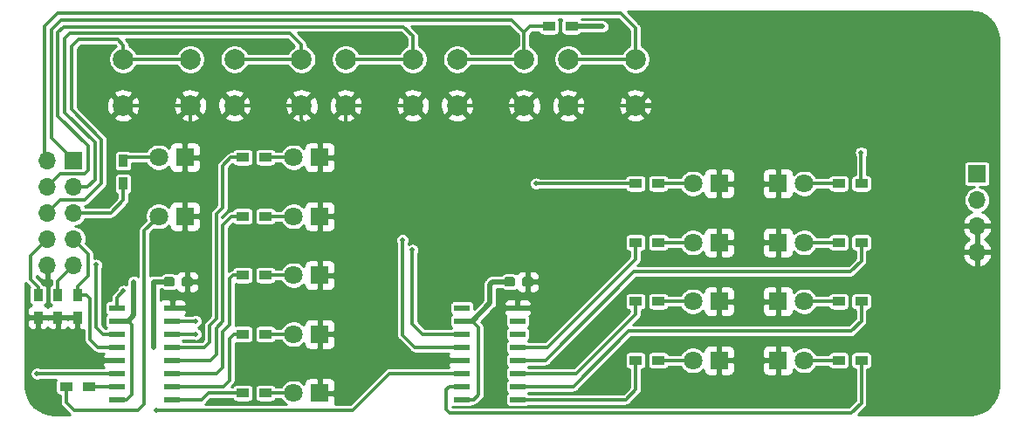
<source format=gbr>
G04 #@! TF.GenerationSoftware,KiCad,Pcbnew,(5.1.4)-1*
G04 #@! TF.CreationDate,2020-09-12T21:11:29+02:00*
G04 #@! TF.ProjectId,SBIO3,5342494f-332e-46b6-9963-61645f706362,rev?*
G04 #@! TF.SameCoordinates,Original*
G04 #@! TF.FileFunction,Copper,L1,Top*
G04 #@! TF.FilePolarity,Positive*
%FSLAX46Y46*%
G04 Gerber Fmt 4.6, Leading zero omitted, Abs format (unit mm)*
G04 Created by KiCad (PCBNEW (5.1.4)-1) date 2020-09-12 21:11:29*
%MOMM*%
%LPD*%
G04 APERTURE LIST*
%ADD10C,1.800000*%
%ADD11R,1.800000X1.800000*%
%ADD12C,0.100000*%
%ADD13C,0.950000*%
%ADD14O,1.700000X1.700000*%
%ADD15R,1.700000X1.700000*%
%ADD16R,1.500000X0.600000*%
%ADD17C,2.000000*%
%ADD18R,0.900000X1.200000*%
%ADD19R,1.200000X0.900000*%
%ADD20C,0.500000*%
%ADD21C,0.500000*%
%ADD22C,0.300000*%
%ADD23C,0.254000*%
G04 APERTURE END LIST*
D10*
X87630000Y-157480000D03*
D11*
X90170000Y-157480000D03*
D10*
X87630000Y-151765000D03*
D11*
X90170000Y-151765000D03*
D12*
G36*
X90720779Y-163356144D02*
G01*
X90743834Y-163359563D01*
X90766443Y-163365227D01*
X90788387Y-163373079D01*
X90809457Y-163383044D01*
X90829448Y-163395026D01*
X90848168Y-163408910D01*
X90865438Y-163424562D01*
X90881090Y-163441832D01*
X90894974Y-163460552D01*
X90906956Y-163480543D01*
X90916921Y-163501613D01*
X90924773Y-163523557D01*
X90930437Y-163546166D01*
X90933856Y-163569221D01*
X90935000Y-163592500D01*
X90935000Y-164067500D01*
X90933856Y-164090779D01*
X90930437Y-164113834D01*
X90924773Y-164136443D01*
X90916921Y-164158387D01*
X90906956Y-164179457D01*
X90894974Y-164199448D01*
X90881090Y-164218168D01*
X90865438Y-164235438D01*
X90848168Y-164251090D01*
X90829448Y-164264974D01*
X90809457Y-164276956D01*
X90788387Y-164286921D01*
X90766443Y-164294773D01*
X90743834Y-164300437D01*
X90720779Y-164303856D01*
X90697500Y-164305000D01*
X90122500Y-164305000D01*
X90099221Y-164303856D01*
X90076166Y-164300437D01*
X90053557Y-164294773D01*
X90031613Y-164286921D01*
X90010543Y-164276956D01*
X89990552Y-164264974D01*
X89971832Y-164251090D01*
X89954562Y-164235438D01*
X89938910Y-164218168D01*
X89925026Y-164199448D01*
X89913044Y-164179457D01*
X89903079Y-164158387D01*
X89895227Y-164136443D01*
X89889563Y-164113834D01*
X89886144Y-164090779D01*
X89885000Y-164067500D01*
X89885000Y-163592500D01*
X89886144Y-163569221D01*
X89889563Y-163546166D01*
X89895227Y-163523557D01*
X89903079Y-163501613D01*
X89913044Y-163480543D01*
X89925026Y-163460552D01*
X89938910Y-163441832D01*
X89954562Y-163424562D01*
X89971832Y-163408910D01*
X89990552Y-163395026D01*
X90010543Y-163383044D01*
X90031613Y-163373079D01*
X90053557Y-163365227D01*
X90076166Y-163359563D01*
X90099221Y-163356144D01*
X90122500Y-163355000D01*
X90697500Y-163355000D01*
X90720779Y-163356144D01*
X90720779Y-163356144D01*
G37*
D13*
X90410000Y-163830000D03*
D12*
G36*
X88970779Y-163356144D02*
G01*
X88993834Y-163359563D01*
X89016443Y-163365227D01*
X89038387Y-163373079D01*
X89059457Y-163383044D01*
X89079448Y-163395026D01*
X89098168Y-163408910D01*
X89115438Y-163424562D01*
X89131090Y-163441832D01*
X89144974Y-163460552D01*
X89156956Y-163480543D01*
X89166921Y-163501613D01*
X89174773Y-163523557D01*
X89180437Y-163546166D01*
X89183856Y-163569221D01*
X89185000Y-163592500D01*
X89185000Y-164067500D01*
X89183856Y-164090779D01*
X89180437Y-164113834D01*
X89174773Y-164136443D01*
X89166921Y-164158387D01*
X89156956Y-164179457D01*
X89144974Y-164199448D01*
X89131090Y-164218168D01*
X89115438Y-164235438D01*
X89098168Y-164251090D01*
X89079448Y-164264974D01*
X89059457Y-164276956D01*
X89038387Y-164286921D01*
X89016443Y-164294773D01*
X88993834Y-164300437D01*
X88970779Y-164303856D01*
X88947500Y-164305000D01*
X88372500Y-164305000D01*
X88349221Y-164303856D01*
X88326166Y-164300437D01*
X88303557Y-164294773D01*
X88281613Y-164286921D01*
X88260543Y-164276956D01*
X88240552Y-164264974D01*
X88221832Y-164251090D01*
X88204562Y-164235438D01*
X88188910Y-164218168D01*
X88175026Y-164199448D01*
X88163044Y-164179457D01*
X88153079Y-164158387D01*
X88145227Y-164136443D01*
X88139563Y-164113834D01*
X88136144Y-164090779D01*
X88135000Y-164067500D01*
X88135000Y-163592500D01*
X88136144Y-163569221D01*
X88139563Y-163546166D01*
X88145227Y-163523557D01*
X88153079Y-163501613D01*
X88163044Y-163480543D01*
X88175026Y-163460552D01*
X88188910Y-163441832D01*
X88204562Y-163424562D01*
X88221832Y-163408910D01*
X88240552Y-163395026D01*
X88260543Y-163383044D01*
X88281613Y-163373079D01*
X88303557Y-163365227D01*
X88326166Y-163359563D01*
X88349221Y-163356144D01*
X88372500Y-163355000D01*
X88947500Y-163355000D01*
X88970779Y-163356144D01*
X88970779Y-163356144D01*
G37*
D13*
X88660000Y-163830000D03*
D12*
G36*
X123740779Y-163356144D02*
G01*
X123763834Y-163359563D01*
X123786443Y-163365227D01*
X123808387Y-163373079D01*
X123829457Y-163383044D01*
X123849448Y-163395026D01*
X123868168Y-163408910D01*
X123885438Y-163424562D01*
X123901090Y-163441832D01*
X123914974Y-163460552D01*
X123926956Y-163480543D01*
X123936921Y-163501613D01*
X123944773Y-163523557D01*
X123950437Y-163546166D01*
X123953856Y-163569221D01*
X123955000Y-163592500D01*
X123955000Y-164067500D01*
X123953856Y-164090779D01*
X123950437Y-164113834D01*
X123944773Y-164136443D01*
X123936921Y-164158387D01*
X123926956Y-164179457D01*
X123914974Y-164199448D01*
X123901090Y-164218168D01*
X123885438Y-164235438D01*
X123868168Y-164251090D01*
X123849448Y-164264974D01*
X123829457Y-164276956D01*
X123808387Y-164286921D01*
X123786443Y-164294773D01*
X123763834Y-164300437D01*
X123740779Y-164303856D01*
X123717500Y-164305000D01*
X123142500Y-164305000D01*
X123119221Y-164303856D01*
X123096166Y-164300437D01*
X123073557Y-164294773D01*
X123051613Y-164286921D01*
X123030543Y-164276956D01*
X123010552Y-164264974D01*
X122991832Y-164251090D01*
X122974562Y-164235438D01*
X122958910Y-164218168D01*
X122945026Y-164199448D01*
X122933044Y-164179457D01*
X122923079Y-164158387D01*
X122915227Y-164136443D01*
X122909563Y-164113834D01*
X122906144Y-164090779D01*
X122905000Y-164067500D01*
X122905000Y-163592500D01*
X122906144Y-163569221D01*
X122909563Y-163546166D01*
X122915227Y-163523557D01*
X122923079Y-163501613D01*
X122933044Y-163480543D01*
X122945026Y-163460552D01*
X122958910Y-163441832D01*
X122974562Y-163424562D01*
X122991832Y-163408910D01*
X123010552Y-163395026D01*
X123030543Y-163383044D01*
X123051613Y-163373079D01*
X123073557Y-163365227D01*
X123096166Y-163359563D01*
X123119221Y-163356144D01*
X123142500Y-163355000D01*
X123717500Y-163355000D01*
X123740779Y-163356144D01*
X123740779Y-163356144D01*
G37*
D13*
X123430000Y-163830000D03*
D12*
G36*
X121990779Y-163356144D02*
G01*
X122013834Y-163359563D01*
X122036443Y-163365227D01*
X122058387Y-163373079D01*
X122079457Y-163383044D01*
X122099448Y-163395026D01*
X122118168Y-163408910D01*
X122135438Y-163424562D01*
X122151090Y-163441832D01*
X122164974Y-163460552D01*
X122176956Y-163480543D01*
X122186921Y-163501613D01*
X122194773Y-163523557D01*
X122200437Y-163546166D01*
X122203856Y-163569221D01*
X122205000Y-163592500D01*
X122205000Y-164067500D01*
X122203856Y-164090779D01*
X122200437Y-164113834D01*
X122194773Y-164136443D01*
X122186921Y-164158387D01*
X122176956Y-164179457D01*
X122164974Y-164199448D01*
X122151090Y-164218168D01*
X122135438Y-164235438D01*
X122118168Y-164251090D01*
X122099448Y-164264974D01*
X122079457Y-164276956D01*
X122058387Y-164286921D01*
X122036443Y-164294773D01*
X122013834Y-164300437D01*
X121990779Y-164303856D01*
X121967500Y-164305000D01*
X121392500Y-164305000D01*
X121369221Y-164303856D01*
X121346166Y-164300437D01*
X121323557Y-164294773D01*
X121301613Y-164286921D01*
X121280543Y-164276956D01*
X121260552Y-164264974D01*
X121241832Y-164251090D01*
X121224562Y-164235438D01*
X121208910Y-164218168D01*
X121195026Y-164199448D01*
X121183044Y-164179457D01*
X121173079Y-164158387D01*
X121165227Y-164136443D01*
X121159563Y-164113834D01*
X121156144Y-164090779D01*
X121155000Y-164067500D01*
X121155000Y-163592500D01*
X121156144Y-163569221D01*
X121159563Y-163546166D01*
X121165227Y-163523557D01*
X121173079Y-163501613D01*
X121183044Y-163480543D01*
X121195026Y-163460552D01*
X121208910Y-163441832D01*
X121224562Y-163424562D01*
X121241832Y-163408910D01*
X121260552Y-163395026D01*
X121280543Y-163383044D01*
X121301613Y-163373079D01*
X121323557Y-163365227D01*
X121346166Y-163359563D01*
X121369221Y-163356144D01*
X121392500Y-163355000D01*
X121967500Y-163355000D01*
X121990779Y-163356144D01*
X121990779Y-163356144D01*
G37*
D13*
X121680000Y-163830000D03*
D14*
X167005000Y-160972500D03*
X167005000Y-158432500D03*
X167005000Y-155892500D03*
D15*
X167005000Y-153352500D03*
D14*
X76835000Y-162242500D03*
X79375000Y-162242500D03*
X76835000Y-159702500D03*
X79375000Y-159702500D03*
X76835000Y-157162500D03*
X79375000Y-157162500D03*
X76835000Y-154622500D03*
X79375000Y-154622500D03*
X76835000Y-152082500D03*
D15*
X79375000Y-152082500D03*
D16*
X117061000Y-175260000D03*
X117061000Y-173990000D03*
X117061000Y-172720000D03*
X117061000Y-171450000D03*
X117061000Y-170180000D03*
X117061000Y-168910000D03*
X117061000Y-167640000D03*
X117061000Y-166370000D03*
X122461000Y-166370000D03*
X122461000Y-167640000D03*
X122461000Y-168910000D03*
X122461000Y-170180000D03*
X122461000Y-171450000D03*
X122461000Y-172720000D03*
X122461000Y-173990000D03*
X122461000Y-175260000D03*
D17*
X133881000Y-142240000D03*
X133881000Y-146740000D03*
X127381000Y-142240000D03*
X127381000Y-146740000D03*
D16*
X88966000Y-175260000D03*
X88966000Y-173990000D03*
X88966000Y-172720000D03*
X88966000Y-171450000D03*
X88966000Y-170180000D03*
X88966000Y-168910000D03*
X88966000Y-167640000D03*
X88966000Y-166370000D03*
X83566000Y-166370000D03*
X83566000Y-167640000D03*
X83566000Y-168910000D03*
X83566000Y-170180000D03*
X83566000Y-171450000D03*
X83566000Y-172720000D03*
X83566000Y-173990000D03*
X83566000Y-175260000D03*
D11*
X103251000Y-174625000D03*
D10*
X100711000Y-174625000D03*
D18*
X77851000Y-167300000D03*
X77851000Y-165100000D03*
D19*
X136101000Y-160020000D03*
X133901000Y-160020000D03*
X80856000Y-173990000D03*
X78656000Y-173990000D03*
X98001000Y-163195000D03*
X95801000Y-163195000D03*
D18*
X75946000Y-165100000D03*
X75946000Y-167300000D03*
D10*
X100711000Y-168910000D03*
D11*
X103251000Y-168910000D03*
D10*
X100711000Y-157480000D03*
D11*
X103251000Y-157480000D03*
D10*
X139446000Y-154305000D03*
D11*
X141986000Y-154305000D03*
X147701000Y-165735000D03*
D10*
X150241000Y-165735000D03*
D18*
X79756000Y-167300000D03*
X79756000Y-165100000D03*
D19*
X95801000Y-174625000D03*
X98001000Y-174625000D03*
X153586000Y-160020000D03*
X155786000Y-160020000D03*
X155786000Y-171450000D03*
X153586000Y-171450000D03*
D17*
X123086000Y-142240000D03*
X123086000Y-146740000D03*
X116586000Y-142240000D03*
X116586000Y-146740000D03*
X84201000Y-146740000D03*
X84201000Y-142240000D03*
X90701000Y-146740000D03*
X90701000Y-142240000D03*
X112291000Y-142240000D03*
X112291000Y-146740000D03*
X105791000Y-142240000D03*
X105791000Y-146740000D03*
D19*
X155786000Y-154305000D03*
X153586000Y-154305000D03*
D17*
X94996000Y-146740000D03*
X94996000Y-142240000D03*
X101496000Y-146740000D03*
X101496000Y-142240000D03*
D18*
X84201000Y-152105000D03*
X84201000Y-154305000D03*
D19*
X98001000Y-151765000D03*
X95801000Y-151765000D03*
X136101000Y-154305000D03*
X133901000Y-154305000D03*
D10*
X100711000Y-163195000D03*
D11*
X103251000Y-163195000D03*
D10*
X150241000Y-154305000D03*
D11*
X147701000Y-154305000D03*
X141986000Y-165735000D03*
D10*
X139446000Y-165735000D03*
D19*
X95801000Y-168910000D03*
X98001000Y-168910000D03*
D11*
X147701000Y-171450000D03*
D10*
X150241000Y-171450000D03*
D11*
X141986000Y-171450000D03*
D10*
X139446000Y-171450000D03*
D19*
X127676000Y-139065000D03*
X125476000Y-139065000D03*
D11*
X147701000Y-160020000D03*
D10*
X150241000Y-160020000D03*
X139446000Y-160020000D03*
D11*
X141986000Y-160020000D03*
D19*
X155786000Y-165735000D03*
X153586000Y-165735000D03*
X133901000Y-165735000D03*
X136101000Y-165735000D03*
D10*
X100711000Y-151765000D03*
D11*
X103251000Y-151765000D03*
D19*
X136101000Y-171450000D03*
X133901000Y-171450000D03*
X95801000Y-157480000D03*
X98001000Y-157480000D03*
D20*
X162941000Y-170561000D03*
X163449000Y-160337500D03*
X155829000Y-145288000D03*
X140589000Y-143573500D03*
X78359000Y-170180000D03*
X87122000Y-170180000D03*
X85217000Y-163830000D03*
X87122000Y-163830000D03*
X119761000Y-164465000D03*
X130683000Y-139065000D03*
X112251000Y-160760000D03*
X81580000Y-162179000D03*
X75851000Y-172730000D03*
X111301000Y-159770000D03*
X155771000Y-151290000D03*
X91241000Y-168910000D03*
X91241000Y-167640000D03*
X124251000Y-154320000D03*
X87391000Y-176320000D03*
X84231000Y-164740000D03*
D21*
X140898000Y-146740000D02*
X141986000Y-147828000D01*
X141986000Y-147828000D02*
X141986000Y-154305000D01*
X133881000Y-146740000D02*
X140898000Y-146740000D01*
D22*
X116586000Y-146740000D02*
X123086000Y-146740000D01*
X103251000Y-163195000D02*
X103251000Y-168910000D01*
X105156000Y-151765000D02*
X103251000Y-151765000D01*
X105791000Y-146740000D02*
X105791000Y-151130000D01*
X77851000Y-167300000D02*
X79756000Y-167300000D01*
X103251000Y-149860000D02*
X103251000Y-151765000D01*
X103251000Y-157480000D02*
X103251000Y-163195000D01*
X94996000Y-146740000D02*
X101496000Y-146740000D01*
X75946000Y-167300000D02*
X77851000Y-167300000D01*
X101496000Y-148105000D02*
X103251000Y-149860000D01*
X105791000Y-146740000D02*
X112291000Y-146740000D01*
X147701000Y-160020000D02*
X147701000Y-154305000D01*
X141986000Y-160020000D02*
X141986000Y-154305000D01*
X84201000Y-146740000D02*
X90701000Y-146740000D01*
X147701000Y-165735000D02*
X141986000Y-165735000D01*
X141986000Y-154305000D02*
X147701000Y-154305000D01*
X105791000Y-151130000D02*
X105156000Y-151765000D01*
X103251000Y-168910000D02*
X103251000Y-174625000D01*
X101496000Y-146740000D02*
X101496000Y-148105000D01*
X103251000Y-151765000D02*
X103251000Y-157480000D01*
X127381000Y-146740000D02*
X133881000Y-146740000D01*
X90170000Y-150495000D02*
X90170000Y-151765000D01*
X90701000Y-146740000D02*
X90701000Y-149964000D01*
X90701000Y-149964000D02*
X90170000Y-150495000D01*
X90170000Y-151765000D02*
X90170000Y-157480000D01*
D21*
X84671000Y-167640000D02*
X83566000Y-167640000D01*
X85217000Y-163830000D02*
X85217000Y-167094000D01*
D22*
X85071000Y-168040000D02*
X85071000Y-174740000D01*
X118191000Y-175260000D02*
X118681000Y-174770000D01*
D21*
X130683000Y-139065000D02*
X127676000Y-139065000D01*
D22*
X84671000Y-167640000D02*
X85071000Y-168040000D01*
D21*
X118031000Y-167640000D02*
X117061000Y-167640000D01*
X119761000Y-164465000D02*
X119761000Y-165910000D01*
D22*
X84551000Y-175260000D02*
X83566000Y-175260000D01*
X117061000Y-175260000D02*
X118191000Y-175260000D01*
D21*
X85217000Y-167094000D02*
X84671000Y-167640000D01*
X87122000Y-170180000D02*
X87122000Y-163830000D01*
D22*
X118681000Y-174770000D02*
X118681000Y-168290000D01*
D21*
X119761000Y-165910000D02*
X118031000Y-167640000D01*
D22*
X118681000Y-168290000D02*
X118031000Y-167640000D01*
X85071000Y-174740000D02*
X84551000Y-175260000D01*
D21*
X87122000Y-163830000D02*
X88660000Y-163830000D01*
X121680000Y-163830000D02*
X120015000Y-163830000D01*
X119761000Y-164084000D02*
X120015000Y-163830000D01*
X119761000Y-164465000D02*
X119761000Y-164084000D01*
D22*
X112251000Y-160760000D02*
X112251000Y-167920000D01*
X81580000Y-162179000D02*
X81580000Y-168269000D01*
X82221000Y-168910000D02*
X83566000Y-168910000D01*
X113241000Y-168910000D02*
X117061000Y-168910000D01*
X112251000Y-167920000D02*
X113241000Y-168910000D01*
X81580000Y-168269000D02*
X82221000Y-168910000D01*
X77851000Y-163766500D02*
X79375000Y-162242500D01*
X77851000Y-165100000D02*
X77851000Y-163766500D01*
X75851000Y-172730000D02*
X75861000Y-172720000D01*
X75861000Y-172720000D02*
X83566000Y-172720000D01*
X75946000Y-165100000D02*
X75946000Y-164351000D01*
X75946000Y-164351000D02*
X75200000Y-163605000D01*
X75200000Y-161337500D02*
X76835000Y-159702500D01*
X75200000Y-163605000D02*
X75200000Y-161337500D01*
X80971000Y-169440000D02*
X81711000Y-170180000D01*
X81711000Y-170180000D02*
X83566000Y-170180000D01*
X111301000Y-159770000D02*
X111301000Y-169030000D01*
X112451000Y-170180000D02*
X117061000Y-170180000D01*
X111301000Y-169030000D02*
X112451000Y-170180000D01*
X80971000Y-165440000D02*
X80971000Y-169440000D01*
X80631000Y-165100000D02*
X80971000Y-165440000D01*
X79756000Y-165100000D02*
X80631000Y-165100000D01*
X79756000Y-165100000D02*
X79756000Y-164289000D01*
X79756000Y-164289000D02*
X80780000Y-163265000D01*
X80780000Y-161107500D02*
X79375000Y-159702500D01*
X80780000Y-163265000D02*
X80780000Y-161107500D01*
X84201000Y-140890000D02*
X84201000Y-142240000D01*
X84201000Y-142240000D02*
X90701000Y-142240000D01*
X83661000Y-140350000D02*
X84201000Y-140890000D01*
X79851000Y-140350000D02*
X83661000Y-140350000D01*
X79181000Y-147130000D02*
X79181000Y-141020000D01*
X79181000Y-141020000D02*
X79851000Y-140350000D01*
X82071000Y-150020000D02*
X79181000Y-147130000D01*
X82071000Y-150020000D02*
X82071000Y-154264000D01*
X82071000Y-154264000D02*
X80440000Y-155895000D01*
X78102500Y-155895000D02*
X76835000Y-157162500D01*
X80440000Y-155895000D02*
X78102500Y-155895000D01*
X79375000Y-157162500D02*
X82968500Y-157162500D01*
X82968500Y-157162500D02*
X84201000Y-155930000D01*
X84201000Y-154305000D02*
X84201000Y-155930000D01*
X111371000Y-139090000D02*
X112291000Y-140010000D01*
X77881000Y-139680000D02*
X78471000Y-139090000D01*
X105791000Y-142240000D02*
X112291000Y-142240000D01*
X78471000Y-139090000D02*
X111371000Y-139090000D01*
X112291000Y-140010000D02*
X112291000Y-142240000D01*
X77881000Y-139680000D02*
X77881000Y-147736000D01*
X77881000Y-147736000D02*
X80820000Y-150675000D01*
X80820000Y-150675000D02*
X80820000Y-153045000D01*
X80820000Y-153045000D02*
X80480000Y-153385000D01*
X78072500Y-153385000D02*
X76835000Y-154622500D01*
X80480000Y-153385000D02*
X78072500Y-153385000D01*
X100351000Y-139720000D02*
X101496000Y-140865000D01*
X78531000Y-140240000D02*
X79051000Y-139720000D01*
X81441000Y-150330000D02*
X78531000Y-147420000D01*
X81441000Y-153930000D02*
X81441000Y-150330000D01*
X101496000Y-140865000D02*
X101496000Y-142240000D01*
X78531000Y-147420000D02*
X78531000Y-140240000D01*
X94996000Y-142240000D02*
X101496000Y-142240000D01*
X79051000Y-139720000D02*
X100351000Y-139720000D01*
X80748500Y-154622500D02*
X81441000Y-153930000D01*
X79375000Y-154622500D02*
X80748500Y-154622500D01*
X132461000Y-137795000D02*
X133881000Y-139215000D01*
X77851000Y-137795000D02*
X132461000Y-137795000D01*
X127381000Y-142240000D02*
X133881000Y-142240000D01*
X133881000Y-139215000D02*
X133881000Y-142240000D01*
X76581000Y-139065000D02*
X77851000Y-137795000D01*
X76581000Y-151828500D02*
X76835000Y-152082500D01*
X76581000Y-139065000D02*
X76581000Y-151828500D01*
X116586000Y-142240000D02*
X123086000Y-142240000D01*
X79121000Y-152019000D02*
X79121000Y-151430000D01*
X123676000Y-139065000D02*
X123086000Y-139655000D01*
X123086000Y-139655000D02*
X123086000Y-142240000D01*
X125476000Y-139065000D02*
X123676000Y-139065000D01*
X123086000Y-139655000D02*
X121861000Y-138430000D01*
X79375000Y-152000000D02*
X79375000Y-152082500D01*
X121861000Y-138430000D02*
X78171000Y-138430000D01*
X78171000Y-138430000D02*
X77221000Y-139380000D01*
X77221000Y-139380000D02*
X77221000Y-149846000D01*
X77221000Y-149846000D02*
X79375000Y-152000000D01*
X84541000Y-151765000D02*
X84201000Y-152105000D01*
X87630000Y-151765000D02*
X84541000Y-151765000D01*
X94501000Y-173390000D02*
X94501000Y-169380000D01*
X94501000Y-169380000D02*
X94971000Y-168910000D01*
X94971000Y-168910000D02*
X95801000Y-168910000D01*
X93901000Y-173990000D02*
X94501000Y-173390000D01*
X88966000Y-173990000D02*
X93901000Y-173990000D01*
X98001000Y-168910000D02*
X100711000Y-168910000D01*
X98001000Y-163195000D02*
X100711000Y-163195000D01*
X94511000Y-168030000D02*
X94511000Y-163545000D01*
X94511000Y-163545000D02*
X94861000Y-163195000D01*
X93871000Y-168670000D02*
X94511000Y-168030000D01*
X93871000Y-172130000D02*
X93871000Y-168670000D01*
X93281000Y-172720000D02*
X93871000Y-172130000D01*
X88966000Y-172720000D02*
X93281000Y-172720000D01*
X94861000Y-163195000D02*
X95801000Y-163195000D01*
X93841000Y-158370000D02*
X94731000Y-157480000D01*
X93841000Y-167700000D02*
X93841000Y-158370000D01*
X94731000Y-157480000D02*
X95801000Y-157480000D01*
X93221000Y-168320000D02*
X93841000Y-167700000D01*
X93221000Y-170860000D02*
X93221000Y-168320000D01*
X92631000Y-171450000D02*
X93221000Y-170860000D01*
X88966000Y-171450000D02*
X92631000Y-171450000D01*
X98001000Y-157480000D02*
X100711000Y-157480000D01*
X98001000Y-151765000D02*
X100711000Y-151765000D01*
X93841000Y-156630000D02*
X93841000Y-152560000D01*
X93841000Y-152560000D02*
X94636000Y-151765000D01*
X93211000Y-157260000D02*
X93841000Y-156630000D01*
X92551000Y-169720000D02*
X92551000Y-168070000D01*
X88966000Y-170180000D02*
X92091000Y-170180000D01*
X92091000Y-170180000D02*
X92551000Y-169720000D01*
X92551000Y-168070000D02*
X93211000Y-167410000D01*
X94636000Y-151765000D02*
X95801000Y-151765000D01*
X93211000Y-167410000D02*
X93211000Y-157260000D01*
X155771000Y-154290000D02*
X155786000Y-154305000D01*
X155771000Y-151290000D02*
X155771000Y-154290000D01*
X88966000Y-168910000D02*
X91241000Y-168910000D01*
X150241000Y-154305000D02*
X153586000Y-154305000D01*
X136101000Y-154305000D02*
X139446000Y-154305000D01*
X88966000Y-167640000D02*
X91241000Y-167640000D01*
X133886000Y-154320000D02*
X133901000Y-154305000D01*
X124251000Y-154320000D02*
X133886000Y-154320000D01*
X86231000Y-158879000D02*
X87630000Y-157480000D01*
X86231000Y-175730000D02*
X86231000Y-158879000D01*
X85631000Y-176330000D02*
X86231000Y-175730000D01*
X79481000Y-176330000D02*
X85631000Y-176330000D01*
X78656000Y-173990000D02*
X78656000Y-175505000D01*
X78656000Y-175505000D02*
X79481000Y-176330000D01*
X98001000Y-174625000D02*
X100711000Y-174625000D01*
X150241000Y-171450000D02*
X153586000Y-171450000D01*
X136101000Y-171450000D02*
X139446000Y-171450000D01*
X150241000Y-165735000D02*
X153586000Y-165735000D01*
X136101000Y-165735000D02*
X139446000Y-165735000D01*
X150241000Y-160020000D02*
X153586000Y-160020000D01*
X136101000Y-160020000D02*
X139446000Y-160020000D01*
X83566000Y-173990000D02*
X80856000Y-173990000D01*
X92456000Y-174625000D02*
X95801000Y-174625000D01*
X88966000Y-175260000D02*
X91821000Y-175260000D01*
X91821000Y-175260000D02*
X92456000Y-174625000D01*
X115821000Y-173990000D02*
X115511000Y-174300000D01*
X115871000Y-176570000D02*
X154831000Y-176570000D01*
X154831000Y-176570000D02*
X155786000Y-175615000D01*
X155786000Y-175615000D02*
X155786000Y-171450000D01*
X115511000Y-176210000D02*
X115871000Y-176570000D01*
X115511000Y-174300000D02*
X115511000Y-176210000D01*
X117061000Y-173990000D02*
X115821000Y-173990000D01*
X132941000Y-175260000D02*
X133901000Y-174300000D01*
X133901000Y-174300000D02*
X133901000Y-171450000D01*
X122461000Y-175260000D02*
X132941000Y-175260000D01*
X127881000Y-173990000D02*
X133251000Y-168620000D01*
X155786000Y-167655000D02*
X155786000Y-165735000D01*
X133251000Y-168620000D02*
X154821000Y-168620000D01*
X122461000Y-173990000D02*
X127881000Y-173990000D01*
X154821000Y-168620000D02*
X155786000Y-167655000D01*
X133901000Y-166960000D02*
X133901000Y-165735000D01*
X122461000Y-172720000D02*
X128141000Y-172720000D01*
X128141000Y-172720000D02*
X133901000Y-166960000D01*
X154751000Y-162840000D02*
X155786000Y-161805000D01*
X125151000Y-171450000D02*
X133761000Y-162840000D01*
X155786000Y-161805000D02*
X155786000Y-160020000D01*
X133761000Y-162840000D02*
X154751000Y-162840000D01*
X122461000Y-171450000D02*
X125151000Y-171450000D01*
X125351000Y-170180000D02*
X133901000Y-161630000D01*
X133901000Y-161630000D02*
X133901000Y-160020000D01*
X122461000Y-170180000D02*
X125351000Y-170180000D01*
X83566000Y-165405000D02*
X84231000Y-164740000D01*
X106421000Y-176320000D02*
X110021000Y-172720000D01*
X110021000Y-172720000D02*
X117061000Y-172720000D01*
X87391000Y-176320000D02*
X106421000Y-176320000D01*
X83566000Y-166370000D02*
X83566000Y-165405000D01*
D23*
G36*
X166898483Y-137665986D02*
G01*
X167406829Y-137819465D01*
X167875685Y-138068760D01*
X168287193Y-138404378D01*
X168625672Y-138813531D01*
X168878236Y-139280635D01*
X169035259Y-139787901D01*
X169093001Y-140337267D01*
X169093000Y-173967892D01*
X169039014Y-174518483D01*
X168885536Y-175026828D01*
X168636240Y-175495685D01*
X168300622Y-175907193D01*
X167891473Y-176245670D01*
X167424363Y-176498236D01*
X166917100Y-176655259D01*
X166367743Y-176713000D01*
X155504001Y-176713000D01*
X156173968Y-176043034D01*
X156195974Y-176024974D01*
X156268079Y-175937115D01*
X156321657Y-175836876D01*
X156339611Y-175777690D01*
X156354651Y-175728112D01*
X156362340Y-175650038D01*
X156363000Y-175643336D01*
X156363000Y-175643331D01*
X156365790Y-175615000D01*
X156363000Y-175586669D01*
X156363000Y-172329066D01*
X156386000Y-172329066D01*
X156469707Y-172320822D01*
X156550196Y-172296405D01*
X156624376Y-172256755D01*
X156689395Y-172203395D01*
X156742755Y-172138376D01*
X156782405Y-172064196D01*
X156806822Y-171983707D01*
X156815066Y-171900000D01*
X156815066Y-171000000D01*
X156806822Y-170916293D01*
X156782405Y-170835804D01*
X156742755Y-170761624D01*
X156689395Y-170696605D01*
X156624376Y-170643245D01*
X156550196Y-170603595D01*
X156469707Y-170579178D01*
X156386000Y-170570934D01*
X155186000Y-170570934D01*
X155102293Y-170579178D01*
X155021804Y-170603595D01*
X154947624Y-170643245D01*
X154882605Y-170696605D01*
X154829245Y-170761624D01*
X154789595Y-170835804D01*
X154765178Y-170916293D01*
X154756934Y-171000000D01*
X154756934Y-171900000D01*
X154765178Y-171983707D01*
X154789595Y-172064196D01*
X154829245Y-172138376D01*
X154882605Y-172203395D01*
X154947624Y-172256755D01*
X155021804Y-172296405D01*
X155102293Y-172320822D01*
X155186000Y-172329066D01*
X155209001Y-172329066D01*
X155209000Y-175375998D01*
X154591999Y-175993000D01*
X116110000Y-175993000D01*
X116088000Y-175970999D01*
X116088000Y-175924974D01*
X116146804Y-175956405D01*
X116227293Y-175980822D01*
X116311000Y-175989066D01*
X117811000Y-175989066D01*
X117894707Y-175980822D01*
X117975196Y-175956405D01*
X118049376Y-175916755D01*
X118114395Y-175863395D01*
X118136057Y-175837000D01*
X118162669Y-175837000D01*
X118191000Y-175839790D01*
X118219331Y-175837000D01*
X118219336Y-175837000D01*
X118249045Y-175834074D01*
X118304111Y-175828651D01*
X118356748Y-175812683D01*
X118412876Y-175795657D01*
X118513115Y-175742079D01*
X118600974Y-175669974D01*
X118619039Y-175647962D01*
X119068963Y-175198038D01*
X119090974Y-175179974D01*
X119163079Y-175092115D01*
X119216657Y-174991876D01*
X119234745Y-174932247D01*
X119249651Y-174883112D01*
X119260791Y-174770000D01*
X119258000Y-174741661D01*
X119258000Y-168318331D01*
X119260790Y-168290000D01*
X119257839Y-168260026D01*
X119253601Y-168217000D01*
X119249651Y-168176888D01*
X119223356Y-168090209D01*
X119216657Y-168068124D01*
X119163079Y-167967885D01*
X119090974Y-167880026D01*
X119068962Y-167861961D01*
X118917712Y-167710711D01*
X119958422Y-166670000D01*
X121072928Y-166670000D01*
X121085188Y-166794482D01*
X121121498Y-166914180D01*
X121180463Y-167024494D01*
X121259815Y-167121185D01*
X121318185Y-167169088D01*
X121314595Y-167175804D01*
X121290178Y-167256293D01*
X121281934Y-167340000D01*
X121281934Y-167940000D01*
X121290178Y-168023707D01*
X121314595Y-168104196D01*
X121354245Y-168178376D01*
X121407605Y-168243395D01*
X121446116Y-168275000D01*
X121407605Y-168306605D01*
X121354245Y-168371624D01*
X121314595Y-168445804D01*
X121290178Y-168526293D01*
X121281934Y-168610000D01*
X121281934Y-169210000D01*
X121290178Y-169293707D01*
X121314595Y-169374196D01*
X121354245Y-169448376D01*
X121407605Y-169513395D01*
X121446116Y-169545000D01*
X121407605Y-169576605D01*
X121354245Y-169641624D01*
X121314595Y-169715804D01*
X121290178Y-169796293D01*
X121281934Y-169880000D01*
X121281934Y-170480000D01*
X121290178Y-170563707D01*
X121314595Y-170644196D01*
X121354245Y-170718376D01*
X121407605Y-170783395D01*
X121446116Y-170815000D01*
X121407605Y-170846605D01*
X121354245Y-170911624D01*
X121314595Y-170985804D01*
X121290178Y-171066293D01*
X121281934Y-171150000D01*
X121281934Y-171750000D01*
X121290178Y-171833707D01*
X121314595Y-171914196D01*
X121354245Y-171988376D01*
X121407605Y-172053395D01*
X121446116Y-172085000D01*
X121407605Y-172116605D01*
X121354245Y-172181624D01*
X121314595Y-172255804D01*
X121290178Y-172336293D01*
X121281934Y-172420000D01*
X121281934Y-173020000D01*
X121290178Y-173103707D01*
X121314595Y-173184196D01*
X121354245Y-173258376D01*
X121407605Y-173323395D01*
X121446116Y-173355000D01*
X121407605Y-173386605D01*
X121354245Y-173451624D01*
X121314595Y-173525804D01*
X121290178Y-173606293D01*
X121281934Y-173690000D01*
X121281934Y-174290000D01*
X121290178Y-174373707D01*
X121314595Y-174454196D01*
X121354245Y-174528376D01*
X121407605Y-174593395D01*
X121446116Y-174625000D01*
X121407605Y-174656605D01*
X121354245Y-174721624D01*
X121314595Y-174795804D01*
X121290178Y-174876293D01*
X121281934Y-174960000D01*
X121281934Y-175560000D01*
X121290178Y-175643707D01*
X121314595Y-175724196D01*
X121354245Y-175798376D01*
X121407605Y-175863395D01*
X121472624Y-175916755D01*
X121546804Y-175956405D01*
X121627293Y-175980822D01*
X121711000Y-175989066D01*
X123211000Y-175989066D01*
X123294707Y-175980822D01*
X123375196Y-175956405D01*
X123449376Y-175916755D01*
X123514395Y-175863395D01*
X123536057Y-175837000D01*
X132912669Y-175837000D01*
X132941000Y-175839790D01*
X132969331Y-175837000D01*
X132969336Y-175837000D01*
X132999045Y-175834074D01*
X133054111Y-175828651D01*
X133106748Y-175812683D01*
X133162876Y-175795657D01*
X133263115Y-175742079D01*
X133350974Y-175669974D01*
X133369039Y-175647962D01*
X134288968Y-174728034D01*
X134310974Y-174709974D01*
X134333112Y-174683000D01*
X134354773Y-174656605D01*
X134383079Y-174622115D01*
X134436657Y-174521876D01*
X134456869Y-174455247D01*
X134469651Y-174413112D01*
X134477661Y-174331773D01*
X134478000Y-174328336D01*
X134478000Y-174328332D01*
X134480790Y-174300001D01*
X134478000Y-174271665D01*
X134478000Y-172329066D01*
X134501000Y-172329066D01*
X134584707Y-172320822D01*
X134665196Y-172296405D01*
X134739376Y-172256755D01*
X134804395Y-172203395D01*
X134857755Y-172138376D01*
X134897405Y-172064196D01*
X134921822Y-171983707D01*
X134930066Y-171900000D01*
X134930066Y-171000000D01*
X135071934Y-171000000D01*
X135071934Y-171900000D01*
X135080178Y-171983707D01*
X135104595Y-172064196D01*
X135144245Y-172138376D01*
X135197605Y-172203395D01*
X135262624Y-172256755D01*
X135336804Y-172296405D01*
X135417293Y-172320822D01*
X135501000Y-172329066D01*
X136701000Y-172329066D01*
X136784707Y-172320822D01*
X136865196Y-172296405D01*
X136939376Y-172256755D01*
X137004395Y-172203395D01*
X137057755Y-172138376D01*
X137097405Y-172064196D01*
X137108689Y-172027000D01*
X138248667Y-172027000D01*
X138270028Y-172078570D01*
X138415252Y-172295913D01*
X138600087Y-172480748D01*
X138817430Y-172625972D01*
X139058928Y-172726004D01*
X139315302Y-172777000D01*
X139576698Y-172777000D01*
X139833072Y-172726004D01*
X140074570Y-172625972D01*
X140291913Y-172480748D01*
X140448055Y-172324606D01*
X140447928Y-172350000D01*
X140460188Y-172474482D01*
X140496498Y-172594180D01*
X140555463Y-172704494D01*
X140634815Y-172801185D01*
X140731506Y-172880537D01*
X140841820Y-172939502D01*
X140961518Y-172975812D01*
X141086000Y-172988072D01*
X141700250Y-172985000D01*
X141859000Y-172826250D01*
X141859000Y-171577000D01*
X142113000Y-171577000D01*
X142113000Y-172826250D01*
X142271750Y-172985000D01*
X142886000Y-172988072D01*
X143010482Y-172975812D01*
X143130180Y-172939502D01*
X143240494Y-172880537D01*
X143337185Y-172801185D01*
X143416537Y-172704494D01*
X143475502Y-172594180D01*
X143511812Y-172474482D01*
X143524072Y-172350000D01*
X146162928Y-172350000D01*
X146175188Y-172474482D01*
X146211498Y-172594180D01*
X146270463Y-172704494D01*
X146349815Y-172801185D01*
X146446506Y-172880537D01*
X146556820Y-172939502D01*
X146676518Y-172975812D01*
X146801000Y-172988072D01*
X147415250Y-172985000D01*
X147574000Y-172826250D01*
X147574000Y-171577000D01*
X146324750Y-171577000D01*
X146166000Y-171735750D01*
X146162928Y-172350000D01*
X143524072Y-172350000D01*
X143521000Y-171735750D01*
X143362250Y-171577000D01*
X142113000Y-171577000D01*
X141859000Y-171577000D01*
X141839000Y-171577000D01*
X141839000Y-171323000D01*
X141859000Y-171323000D01*
X141859000Y-170073750D01*
X142113000Y-170073750D01*
X142113000Y-171323000D01*
X143362250Y-171323000D01*
X143521000Y-171164250D01*
X143524072Y-170550000D01*
X146162928Y-170550000D01*
X146166000Y-171164250D01*
X146324750Y-171323000D01*
X147574000Y-171323000D01*
X147574000Y-170073750D01*
X147828000Y-170073750D01*
X147828000Y-171323000D01*
X147848000Y-171323000D01*
X147848000Y-171577000D01*
X147828000Y-171577000D01*
X147828000Y-172826250D01*
X147986750Y-172985000D01*
X148601000Y-172988072D01*
X148725482Y-172975812D01*
X148845180Y-172939502D01*
X148955494Y-172880537D01*
X149052185Y-172801185D01*
X149131537Y-172704494D01*
X149190502Y-172594180D01*
X149226812Y-172474482D01*
X149239072Y-172350000D01*
X149238945Y-172324606D01*
X149395087Y-172480748D01*
X149612430Y-172625972D01*
X149853928Y-172726004D01*
X150110302Y-172777000D01*
X150371698Y-172777000D01*
X150628072Y-172726004D01*
X150869570Y-172625972D01*
X151086913Y-172480748D01*
X151271748Y-172295913D01*
X151416972Y-172078570D01*
X151438333Y-172027000D01*
X152578311Y-172027000D01*
X152589595Y-172064196D01*
X152629245Y-172138376D01*
X152682605Y-172203395D01*
X152747624Y-172256755D01*
X152821804Y-172296405D01*
X152902293Y-172320822D01*
X152986000Y-172329066D01*
X154186000Y-172329066D01*
X154269707Y-172320822D01*
X154350196Y-172296405D01*
X154424376Y-172256755D01*
X154489395Y-172203395D01*
X154542755Y-172138376D01*
X154582405Y-172064196D01*
X154606822Y-171983707D01*
X154615066Y-171900000D01*
X154615066Y-171000000D01*
X154606822Y-170916293D01*
X154582405Y-170835804D01*
X154542755Y-170761624D01*
X154489395Y-170696605D01*
X154424376Y-170643245D01*
X154350196Y-170603595D01*
X154269707Y-170579178D01*
X154186000Y-170570934D01*
X152986000Y-170570934D01*
X152902293Y-170579178D01*
X152821804Y-170603595D01*
X152747624Y-170643245D01*
X152682605Y-170696605D01*
X152629245Y-170761624D01*
X152589595Y-170835804D01*
X152578311Y-170873000D01*
X151438333Y-170873000D01*
X151416972Y-170821430D01*
X151271748Y-170604087D01*
X151086913Y-170419252D01*
X150869570Y-170274028D01*
X150628072Y-170173996D01*
X150371698Y-170123000D01*
X150110302Y-170123000D01*
X149853928Y-170173996D01*
X149612430Y-170274028D01*
X149395087Y-170419252D01*
X149238945Y-170575394D01*
X149239072Y-170550000D01*
X149226812Y-170425518D01*
X149190502Y-170305820D01*
X149131537Y-170195506D01*
X149052185Y-170098815D01*
X148955494Y-170019463D01*
X148845180Y-169960498D01*
X148725482Y-169924188D01*
X148601000Y-169911928D01*
X147986750Y-169915000D01*
X147828000Y-170073750D01*
X147574000Y-170073750D01*
X147415250Y-169915000D01*
X146801000Y-169911928D01*
X146676518Y-169924188D01*
X146556820Y-169960498D01*
X146446506Y-170019463D01*
X146349815Y-170098815D01*
X146270463Y-170195506D01*
X146211498Y-170305820D01*
X146175188Y-170425518D01*
X146162928Y-170550000D01*
X143524072Y-170550000D01*
X143511812Y-170425518D01*
X143475502Y-170305820D01*
X143416537Y-170195506D01*
X143337185Y-170098815D01*
X143240494Y-170019463D01*
X143130180Y-169960498D01*
X143010482Y-169924188D01*
X142886000Y-169911928D01*
X142271750Y-169915000D01*
X142113000Y-170073750D01*
X141859000Y-170073750D01*
X141700250Y-169915000D01*
X141086000Y-169911928D01*
X140961518Y-169924188D01*
X140841820Y-169960498D01*
X140731506Y-170019463D01*
X140634815Y-170098815D01*
X140555463Y-170195506D01*
X140496498Y-170305820D01*
X140460188Y-170425518D01*
X140447928Y-170550000D01*
X140448055Y-170575394D01*
X140291913Y-170419252D01*
X140074570Y-170274028D01*
X139833072Y-170173996D01*
X139576698Y-170123000D01*
X139315302Y-170123000D01*
X139058928Y-170173996D01*
X138817430Y-170274028D01*
X138600087Y-170419252D01*
X138415252Y-170604087D01*
X138270028Y-170821430D01*
X138248667Y-170873000D01*
X137108689Y-170873000D01*
X137097405Y-170835804D01*
X137057755Y-170761624D01*
X137004395Y-170696605D01*
X136939376Y-170643245D01*
X136865196Y-170603595D01*
X136784707Y-170579178D01*
X136701000Y-170570934D01*
X135501000Y-170570934D01*
X135417293Y-170579178D01*
X135336804Y-170603595D01*
X135262624Y-170643245D01*
X135197605Y-170696605D01*
X135144245Y-170761624D01*
X135104595Y-170835804D01*
X135080178Y-170916293D01*
X135071934Y-171000000D01*
X134930066Y-171000000D01*
X134921822Y-170916293D01*
X134897405Y-170835804D01*
X134857755Y-170761624D01*
X134804395Y-170696605D01*
X134739376Y-170643245D01*
X134665196Y-170603595D01*
X134584707Y-170579178D01*
X134501000Y-170570934D01*
X133301000Y-170570934D01*
X133217293Y-170579178D01*
X133136804Y-170603595D01*
X133062624Y-170643245D01*
X132997605Y-170696605D01*
X132944245Y-170761624D01*
X132904595Y-170835804D01*
X132880178Y-170916293D01*
X132871934Y-171000000D01*
X132871934Y-171900000D01*
X132880178Y-171983707D01*
X132904595Y-172064196D01*
X132944245Y-172138376D01*
X132997605Y-172203395D01*
X133062624Y-172256755D01*
X133136804Y-172296405D01*
X133217293Y-172320822D01*
X133301000Y-172329066D01*
X133324001Y-172329066D01*
X133324000Y-174060998D01*
X132701999Y-174683000D01*
X123536057Y-174683000D01*
X123514395Y-174656605D01*
X123475884Y-174625000D01*
X123514395Y-174593395D01*
X123536057Y-174567000D01*
X127852669Y-174567000D01*
X127881000Y-174569790D01*
X127909331Y-174567000D01*
X127909336Y-174567000D01*
X127939045Y-174564074D01*
X127994111Y-174558651D01*
X128038770Y-174545103D01*
X128102876Y-174525657D01*
X128203115Y-174472079D01*
X128290974Y-174399974D01*
X128309039Y-174377962D01*
X133490001Y-169197000D01*
X154792669Y-169197000D01*
X154821000Y-169199790D01*
X154849331Y-169197000D01*
X154849336Y-169197000D01*
X154879045Y-169194074D01*
X154934111Y-169188651D01*
X154978770Y-169175103D01*
X155042876Y-169155657D01*
X155143115Y-169102079D01*
X155230974Y-169029974D01*
X155249039Y-169007962D01*
X156173968Y-168083034D01*
X156195974Y-168064974D01*
X156215105Y-168041664D01*
X156231149Y-168022114D01*
X156268079Y-167977115D01*
X156321657Y-167876876D01*
X156354650Y-167768112D01*
X156363000Y-167683336D01*
X156363000Y-167683330D01*
X156365790Y-167655001D01*
X156363000Y-167626672D01*
X156363000Y-166614066D01*
X156386000Y-166614066D01*
X156469707Y-166605822D01*
X156550196Y-166581405D01*
X156624376Y-166541755D01*
X156689395Y-166488395D01*
X156742755Y-166423376D01*
X156782405Y-166349196D01*
X156806822Y-166268707D01*
X156815066Y-166185000D01*
X156815066Y-165285000D01*
X156806822Y-165201293D01*
X156782405Y-165120804D01*
X156742755Y-165046624D01*
X156689395Y-164981605D01*
X156624376Y-164928245D01*
X156550196Y-164888595D01*
X156469707Y-164864178D01*
X156386000Y-164855934D01*
X155186000Y-164855934D01*
X155102293Y-164864178D01*
X155021804Y-164888595D01*
X154947624Y-164928245D01*
X154882605Y-164981605D01*
X154829245Y-165046624D01*
X154789595Y-165120804D01*
X154765178Y-165201293D01*
X154756934Y-165285000D01*
X154756934Y-166185000D01*
X154765178Y-166268707D01*
X154789595Y-166349196D01*
X154829245Y-166423376D01*
X154882605Y-166488395D01*
X154947624Y-166541755D01*
X155021804Y-166581405D01*
X155102293Y-166605822D01*
X155186000Y-166614066D01*
X155209001Y-166614066D01*
X155209000Y-167415998D01*
X154581999Y-168043000D01*
X133634002Y-168043000D01*
X134288969Y-167388033D01*
X134310974Y-167369974D01*
X134335574Y-167340000D01*
X134361776Y-167308072D01*
X134383079Y-167282115D01*
X134436657Y-167181876D01*
X134469650Y-167073112D01*
X134478000Y-166988336D01*
X134478000Y-166988330D01*
X134480790Y-166960001D01*
X134478000Y-166931672D01*
X134478000Y-166614066D01*
X134501000Y-166614066D01*
X134584707Y-166605822D01*
X134665196Y-166581405D01*
X134739376Y-166541755D01*
X134804395Y-166488395D01*
X134857755Y-166423376D01*
X134897405Y-166349196D01*
X134921822Y-166268707D01*
X134930066Y-166185000D01*
X134930066Y-165285000D01*
X135071934Y-165285000D01*
X135071934Y-166185000D01*
X135080178Y-166268707D01*
X135104595Y-166349196D01*
X135144245Y-166423376D01*
X135197605Y-166488395D01*
X135262624Y-166541755D01*
X135336804Y-166581405D01*
X135417293Y-166605822D01*
X135501000Y-166614066D01*
X136701000Y-166614066D01*
X136784707Y-166605822D01*
X136865196Y-166581405D01*
X136939376Y-166541755D01*
X137004395Y-166488395D01*
X137057755Y-166423376D01*
X137097405Y-166349196D01*
X137108689Y-166312000D01*
X138248667Y-166312000D01*
X138270028Y-166363570D01*
X138415252Y-166580913D01*
X138600087Y-166765748D01*
X138817430Y-166910972D01*
X139058928Y-167011004D01*
X139315302Y-167062000D01*
X139576698Y-167062000D01*
X139833072Y-167011004D01*
X140074570Y-166910972D01*
X140291913Y-166765748D01*
X140448055Y-166609606D01*
X140447928Y-166635000D01*
X140460188Y-166759482D01*
X140496498Y-166879180D01*
X140555463Y-166989494D01*
X140634815Y-167086185D01*
X140731506Y-167165537D01*
X140841820Y-167224502D01*
X140961518Y-167260812D01*
X141086000Y-167273072D01*
X141700250Y-167270000D01*
X141859000Y-167111250D01*
X141859000Y-165862000D01*
X142113000Y-165862000D01*
X142113000Y-167111250D01*
X142271750Y-167270000D01*
X142886000Y-167273072D01*
X143010482Y-167260812D01*
X143130180Y-167224502D01*
X143240494Y-167165537D01*
X143337185Y-167086185D01*
X143416537Y-166989494D01*
X143475502Y-166879180D01*
X143511812Y-166759482D01*
X143524072Y-166635000D01*
X146162928Y-166635000D01*
X146175188Y-166759482D01*
X146211498Y-166879180D01*
X146270463Y-166989494D01*
X146349815Y-167086185D01*
X146446506Y-167165537D01*
X146556820Y-167224502D01*
X146676518Y-167260812D01*
X146801000Y-167273072D01*
X147415250Y-167270000D01*
X147574000Y-167111250D01*
X147574000Y-165862000D01*
X146324750Y-165862000D01*
X146166000Y-166020750D01*
X146162928Y-166635000D01*
X143524072Y-166635000D01*
X143521000Y-166020750D01*
X143362250Y-165862000D01*
X142113000Y-165862000D01*
X141859000Y-165862000D01*
X141839000Y-165862000D01*
X141839000Y-165608000D01*
X141859000Y-165608000D01*
X141859000Y-164358750D01*
X142113000Y-164358750D01*
X142113000Y-165608000D01*
X143362250Y-165608000D01*
X143521000Y-165449250D01*
X143524072Y-164835000D01*
X146162928Y-164835000D01*
X146166000Y-165449250D01*
X146324750Y-165608000D01*
X147574000Y-165608000D01*
X147574000Y-164358750D01*
X147828000Y-164358750D01*
X147828000Y-165608000D01*
X147848000Y-165608000D01*
X147848000Y-165862000D01*
X147828000Y-165862000D01*
X147828000Y-167111250D01*
X147986750Y-167270000D01*
X148601000Y-167273072D01*
X148725482Y-167260812D01*
X148845180Y-167224502D01*
X148955494Y-167165537D01*
X149052185Y-167086185D01*
X149131537Y-166989494D01*
X149190502Y-166879180D01*
X149226812Y-166759482D01*
X149239072Y-166635000D01*
X149238945Y-166609606D01*
X149395087Y-166765748D01*
X149612430Y-166910972D01*
X149853928Y-167011004D01*
X150110302Y-167062000D01*
X150371698Y-167062000D01*
X150628072Y-167011004D01*
X150869570Y-166910972D01*
X151086913Y-166765748D01*
X151271748Y-166580913D01*
X151416972Y-166363570D01*
X151438333Y-166312000D01*
X152578311Y-166312000D01*
X152589595Y-166349196D01*
X152629245Y-166423376D01*
X152682605Y-166488395D01*
X152747624Y-166541755D01*
X152821804Y-166581405D01*
X152902293Y-166605822D01*
X152986000Y-166614066D01*
X154186000Y-166614066D01*
X154269707Y-166605822D01*
X154350196Y-166581405D01*
X154424376Y-166541755D01*
X154489395Y-166488395D01*
X154542755Y-166423376D01*
X154582405Y-166349196D01*
X154606822Y-166268707D01*
X154615066Y-166185000D01*
X154615066Y-165285000D01*
X154606822Y-165201293D01*
X154582405Y-165120804D01*
X154542755Y-165046624D01*
X154489395Y-164981605D01*
X154424376Y-164928245D01*
X154350196Y-164888595D01*
X154269707Y-164864178D01*
X154186000Y-164855934D01*
X152986000Y-164855934D01*
X152902293Y-164864178D01*
X152821804Y-164888595D01*
X152747624Y-164928245D01*
X152682605Y-164981605D01*
X152629245Y-165046624D01*
X152589595Y-165120804D01*
X152578311Y-165158000D01*
X151438333Y-165158000D01*
X151416972Y-165106430D01*
X151271748Y-164889087D01*
X151086913Y-164704252D01*
X150869570Y-164559028D01*
X150628072Y-164458996D01*
X150371698Y-164408000D01*
X150110302Y-164408000D01*
X149853928Y-164458996D01*
X149612430Y-164559028D01*
X149395087Y-164704252D01*
X149238945Y-164860394D01*
X149239072Y-164835000D01*
X149226812Y-164710518D01*
X149190502Y-164590820D01*
X149131537Y-164480506D01*
X149052185Y-164383815D01*
X148955494Y-164304463D01*
X148845180Y-164245498D01*
X148725482Y-164209188D01*
X148601000Y-164196928D01*
X147986750Y-164200000D01*
X147828000Y-164358750D01*
X147574000Y-164358750D01*
X147415250Y-164200000D01*
X146801000Y-164196928D01*
X146676518Y-164209188D01*
X146556820Y-164245498D01*
X146446506Y-164304463D01*
X146349815Y-164383815D01*
X146270463Y-164480506D01*
X146211498Y-164590820D01*
X146175188Y-164710518D01*
X146162928Y-164835000D01*
X143524072Y-164835000D01*
X143511812Y-164710518D01*
X143475502Y-164590820D01*
X143416537Y-164480506D01*
X143337185Y-164383815D01*
X143240494Y-164304463D01*
X143130180Y-164245498D01*
X143010482Y-164209188D01*
X142886000Y-164196928D01*
X142271750Y-164200000D01*
X142113000Y-164358750D01*
X141859000Y-164358750D01*
X141700250Y-164200000D01*
X141086000Y-164196928D01*
X140961518Y-164209188D01*
X140841820Y-164245498D01*
X140731506Y-164304463D01*
X140634815Y-164383815D01*
X140555463Y-164480506D01*
X140496498Y-164590820D01*
X140460188Y-164710518D01*
X140447928Y-164835000D01*
X140448055Y-164860394D01*
X140291913Y-164704252D01*
X140074570Y-164559028D01*
X139833072Y-164458996D01*
X139576698Y-164408000D01*
X139315302Y-164408000D01*
X139058928Y-164458996D01*
X138817430Y-164559028D01*
X138600087Y-164704252D01*
X138415252Y-164889087D01*
X138270028Y-165106430D01*
X138248667Y-165158000D01*
X137108689Y-165158000D01*
X137097405Y-165120804D01*
X137057755Y-165046624D01*
X137004395Y-164981605D01*
X136939376Y-164928245D01*
X136865196Y-164888595D01*
X136784707Y-164864178D01*
X136701000Y-164855934D01*
X135501000Y-164855934D01*
X135417293Y-164864178D01*
X135336804Y-164888595D01*
X135262624Y-164928245D01*
X135197605Y-164981605D01*
X135144245Y-165046624D01*
X135104595Y-165120804D01*
X135080178Y-165201293D01*
X135071934Y-165285000D01*
X134930066Y-165285000D01*
X134921822Y-165201293D01*
X134897405Y-165120804D01*
X134857755Y-165046624D01*
X134804395Y-164981605D01*
X134739376Y-164928245D01*
X134665196Y-164888595D01*
X134584707Y-164864178D01*
X134501000Y-164855934D01*
X133301000Y-164855934D01*
X133217293Y-164864178D01*
X133136804Y-164888595D01*
X133062624Y-164928245D01*
X132997605Y-164981605D01*
X132944245Y-165046624D01*
X132904595Y-165120804D01*
X132880178Y-165201293D01*
X132871934Y-165285000D01*
X132871934Y-166185000D01*
X132880178Y-166268707D01*
X132904595Y-166349196D01*
X132944245Y-166423376D01*
X132997605Y-166488395D01*
X133062624Y-166541755D01*
X133136804Y-166581405D01*
X133217293Y-166605822D01*
X133301000Y-166614066D01*
X133324000Y-166614066D01*
X133324000Y-166720998D01*
X127901999Y-172143000D01*
X123536057Y-172143000D01*
X123514395Y-172116605D01*
X123475884Y-172085000D01*
X123514395Y-172053395D01*
X123536057Y-172027000D01*
X125122669Y-172027000D01*
X125151000Y-172029790D01*
X125179331Y-172027000D01*
X125179336Y-172027000D01*
X125209045Y-172024074D01*
X125264111Y-172018651D01*
X125308770Y-172005103D01*
X125372876Y-171985657D01*
X125473115Y-171932079D01*
X125560974Y-171859974D01*
X125579039Y-171837962D01*
X134000001Y-163417000D01*
X154722669Y-163417000D01*
X154751000Y-163419790D01*
X154779331Y-163417000D01*
X154779336Y-163417000D01*
X154809045Y-163414074D01*
X154864111Y-163408651D01*
X154908770Y-163395103D01*
X154972876Y-163375657D01*
X155073115Y-163322079D01*
X155160974Y-163249974D01*
X155179039Y-163227962D01*
X156173968Y-162233034D01*
X156195974Y-162214974D01*
X156268079Y-162127115D01*
X156321657Y-162026876D01*
X156342816Y-161957124D01*
X156354651Y-161918112D01*
X156365790Y-161805001D01*
X156363000Y-161776670D01*
X156363000Y-161329390D01*
X165563524Y-161329390D01*
X165608175Y-161476599D01*
X165733359Y-161739420D01*
X165907412Y-161972769D01*
X166123645Y-162167678D01*
X166373748Y-162316657D01*
X166648109Y-162413981D01*
X166878000Y-162293314D01*
X166878000Y-161099500D01*
X167132000Y-161099500D01*
X167132000Y-162293314D01*
X167361891Y-162413981D01*
X167636252Y-162316657D01*
X167886355Y-162167678D01*
X168102588Y-161972769D01*
X168276641Y-161739420D01*
X168401825Y-161476599D01*
X168446476Y-161329390D01*
X168325155Y-161099500D01*
X167132000Y-161099500D01*
X166878000Y-161099500D01*
X165684845Y-161099500D01*
X165563524Y-161329390D01*
X156363000Y-161329390D01*
X156363000Y-160899066D01*
X156386000Y-160899066D01*
X156469707Y-160890822D01*
X156550196Y-160866405D01*
X156624376Y-160826755D01*
X156689395Y-160773395D01*
X156742755Y-160708376D01*
X156782405Y-160634196D01*
X156806822Y-160553707D01*
X156815066Y-160470000D01*
X156815066Y-159570000D01*
X156806822Y-159486293D01*
X156782405Y-159405804D01*
X156742755Y-159331624D01*
X156689395Y-159266605D01*
X156624376Y-159213245D01*
X156550196Y-159173595D01*
X156469707Y-159149178D01*
X156386000Y-159140934D01*
X155186000Y-159140934D01*
X155102293Y-159149178D01*
X155021804Y-159173595D01*
X154947624Y-159213245D01*
X154882605Y-159266605D01*
X154829245Y-159331624D01*
X154789595Y-159405804D01*
X154765178Y-159486293D01*
X154756934Y-159570000D01*
X154756934Y-160470000D01*
X154765178Y-160553707D01*
X154789595Y-160634196D01*
X154829245Y-160708376D01*
X154882605Y-160773395D01*
X154947624Y-160826755D01*
X155021804Y-160866405D01*
X155102293Y-160890822D01*
X155186000Y-160899066D01*
X155209001Y-160899066D01*
X155209000Y-161565998D01*
X154511999Y-162263000D01*
X134084002Y-162263000D01*
X134288969Y-162058033D01*
X134310974Y-162039974D01*
X134383079Y-161952115D01*
X134436657Y-161851876D01*
X134450876Y-161805001D01*
X134469651Y-161743112D01*
X134480790Y-161630000D01*
X134478000Y-161601669D01*
X134478000Y-160899066D01*
X134501000Y-160899066D01*
X134584707Y-160890822D01*
X134665196Y-160866405D01*
X134739376Y-160826755D01*
X134804395Y-160773395D01*
X134857755Y-160708376D01*
X134897405Y-160634196D01*
X134921822Y-160553707D01*
X134930066Y-160470000D01*
X134930066Y-159570000D01*
X135071934Y-159570000D01*
X135071934Y-160470000D01*
X135080178Y-160553707D01*
X135104595Y-160634196D01*
X135144245Y-160708376D01*
X135197605Y-160773395D01*
X135262624Y-160826755D01*
X135336804Y-160866405D01*
X135417293Y-160890822D01*
X135501000Y-160899066D01*
X136701000Y-160899066D01*
X136784707Y-160890822D01*
X136865196Y-160866405D01*
X136939376Y-160826755D01*
X137004395Y-160773395D01*
X137057755Y-160708376D01*
X137097405Y-160634196D01*
X137108689Y-160597000D01*
X138248667Y-160597000D01*
X138270028Y-160648570D01*
X138415252Y-160865913D01*
X138600087Y-161050748D01*
X138817430Y-161195972D01*
X139058928Y-161296004D01*
X139315302Y-161347000D01*
X139576698Y-161347000D01*
X139833072Y-161296004D01*
X140074570Y-161195972D01*
X140291913Y-161050748D01*
X140448055Y-160894606D01*
X140447928Y-160920000D01*
X140460188Y-161044482D01*
X140496498Y-161164180D01*
X140555463Y-161274494D01*
X140634815Y-161371185D01*
X140731506Y-161450537D01*
X140841820Y-161509502D01*
X140961518Y-161545812D01*
X141086000Y-161558072D01*
X141700250Y-161555000D01*
X141859000Y-161396250D01*
X141859000Y-160147000D01*
X142113000Y-160147000D01*
X142113000Y-161396250D01*
X142271750Y-161555000D01*
X142886000Y-161558072D01*
X143010482Y-161545812D01*
X143130180Y-161509502D01*
X143240494Y-161450537D01*
X143337185Y-161371185D01*
X143416537Y-161274494D01*
X143475502Y-161164180D01*
X143511812Y-161044482D01*
X143524072Y-160920000D01*
X146162928Y-160920000D01*
X146175188Y-161044482D01*
X146211498Y-161164180D01*
X146270463Y-161274494D01*
X146349815Y-161371185D01*
X146446506Y-161450537D01*
X146556820Y-161509502D01*
X146676518Y-161545812D01*
X146801000Y-161558072D01*
X147415250Y-161555000D01*
X147574000Y-161396250D01*
X147574000Y-160147000D01*
X146324750Y-160147000D01*
X146166000Y-160305750D01*
X146162928Y-160920000D01*
X143524072Y-160920000D01*
X143521000Y-160305750D01*
X143362250Y-160147000D01*
X142113000Y-160147000D01*
X141859000Y-160147000D01*
X141839000Y-160147000D01*
X141839000Y-159893000D01*
X141859000Y-159893000D01*
X141859000Y-158643750D01*
X142113000Y-158643750D01*
X142113000Y-159893000D01*
X143362250Y-159893000D01*
X143521000Y-159734250D01*
X143524072Y-159120000D01*
X146162928Y-159120000D01*
X146166000Y-159734250D01*
X146324750Y-159893000D01*
X147574000Y-159893000D01*
X147574000Y-158643750D01*
X147828000Y-158643750D01*
X147828000Y-159893000D01*
X147848000Y-159893000D01*
X147848000Y-160147000D01*
X147828000Y-160147000D01*
X147828000Y-161396250D01*
X147986750Y-161555000D01*
X148601000Y-161558072D01*
X148725482Y-161545812D01*
X148845180Y-161509502D01*
X148955494Y-161450537D01*
X149052185Y-161371185D01*
X149131537Y-161274494D01*
X149190502Y-161164180D01*
X149226812Y-161044482D01*
X149239072Y-160920000D01*
X149238945Y-160894606D01*
X149395087Y-161050748D01*
X149612430Y-161195972D01*
X149853928Y-161296004D01*
X150110302Y-161347000D01*
X150371698Y-161347000D01*
X150628072Y-161296004D01*
X150869570Y-161195972D01*
X151086913Y-161050748D01*
X151271748Y-160865913D01*
X151416972Y-160648570D01*
X151438333Y-160597000D01*
X152578311Y-160597000D01*
X152589595Y-160634196D01*
X152629245Y-160708376D01*
X152682605Y-160773395D01*
X152747624Y-160826755D01*
X152821804Y-160866405D01*
X152902293Y-160890822D01*
X152986000Y-160899066D01*
X154186000Y-160899066D01*
X154269707Y-160890822D01*
X154350196Y-160866405D01*
X154424376Y-160826755D01*
X154489395Y-160773395D01*
X154542755Y-160708376D01*
X154582405Y-160634196D01*
X154606822Y-160553707D01*
X154615066Y-160470000D01*
X154615066Y-159570000D01*
X154606822Y-159486293D01*
X154582405Y-159405804D01*
X154542755Y-159331624D01*
X154489395Y-159266605D01*
X154424376Y-159213245D01*
X154350196Y-159173595D01*
X154269707Y-159149178D01*
X154186000Y-159140934D01*
X152986000Y-159140934D01*
X152902293Y-159149178D01*
X152821804Y-159173595D01*
X152747624Y-159213245D01*
X152682605Y-159266605D01*
X152629245Y-159331624D01*
X152589595Y-159405804D01*
X152578311Y-159443000D01*
X151438333Y-159443000D01*
X151416972Y-159391430D01*
X151271748Y-159174087D01*
X151086913Y-158989252D01*
X150869570Y-158844028D01*
X150737663Y-158789390D01*
X165563524Y-158789390D01*
X165608175Y-158936599D01*
X165733359Y-159199420D01*
X165907412Y-159432769D01*
X166123645Y-159627678D01*
X166249255Y-159702500D01*
X166123645Y-159777322D01*
X165907412Y-159972231D01*
X165733359Y-160205580D01*
X165608175Y-160468401D01*
X165563524Y-160615610D01*
X165684845Y-160845500D01*
X166878000Y-160845500D01*
X166878000Y-158559500D01*
X167132000Y-158559500D01*
X167132000Y-160845500D01*
X168325155Y-160845500D01*
X168446476Y-160615610D01*
X168401825Y-160468401D01*
X168276641Y-160205580D01*
X168102588Y-159972231D01*
X167886355Y-159777322D01*
X167760745Y-159702500D01*
X167886355Y-159627678D01*
X168102588Y-159432769D01*
X168276641Y-159199420D01*
X168401825Y-158936599D01*
X168446476Y-158789390D01*
X168325155Y-158559500D01*
X167132000Y-158559500D01*
X166878000Y-158559500D01*
X165684845Y-158559500D01*
X165563524Y-158789390D01*
X150737663Y-158789390D01*
X150628072Y-158743996D01*
X150371698Y-158693000D01*
X150110302Y-158693000D01*
X149853928Y-158743996D01*
X149612430Y-158844028D01*
X149395087Y-158989252D01*
X149238945Y-159145394D01*
X149239072Y-159120000D01*
X149226812Y-158995518D01*
X149190502Y-158875820D01*
X149131537Y-158765506D01*
X149052185Y-158668815D01*
X148955494Y-158589463D01*
X148845180Y-158530498D01*
X148725482Y-158494188D01*
X148601000Y-158481928D01*
X147986750Y-158485000D01*
X147828000Y-158643750D01*
X147574000Y-158643750D01*
X147415250Y-158485000D01*
X146801000Y-158481928D01*
X146676518Y-158494188D01*
X146556820Y-158530498D01*
X146446506Y-158589463D01*
X146349815Y-158668815D01*
X146270463Y-158765506D01*
X146211498Y-158875820D01*
X146175188Y-158995518D01*
X146162928Y-159120000D01*
X143524072Y-159120000D01*
X143511812Y-158995518D01*
X143475502Y-158875820D01*
X143416537Y-158765506D01*
X143337185Y-158668815D01*
X143240494Y-158589463D01*
X143130180Y-158530498D01*
X143010482Y-158494188D01*
X142886000Y-158481928D01*
X142271750Y-158485000D01*
X142113000Y-158643750D01*
X141859000Y-158643750D01*
X141700250Y-158485000D01*
X141086000Y-158481928D01*
X140961518Y-158494188D01*
X140841820Y-158530498D01*
X140731506Y-158589463D01*
X140634815Y-158668815D01*
X140555463Y-158765506D01*
X140496498Y-158875820D01*
X140460188Y-158995518D01*
X140447928Y-159120000D01*
X140448055Y-159145394D01*
X140291913Y-158989252D01*
X140074570Y-158844028D01*
X139833072Y-158743996D01*
X139576698Y-158693000D01*
X139315302Y-158693000D01*
X139058928Y-158743996D01*
X138817430Y-158844028D01*
X138600087Y-158989252D01*
X138415252Y-159174087D01*
X138270028Y-159391430D01*
X138248667Y-159443000D01*
X137108689Y-159443000D01*
X137097405Y-159405804D01*
X137057755Y-159331624D01*
X137004395Y-159266605D01*
X136939376Y-159213245D01*
X136865196Y-159173595D01*
X136784707Y-159149178D01*
X136701000Y-159140934D01*
X135501000Y-159140934D01*
X135417293Y-159149178D01*
X135336804Y-159173595D01*
X135262624Y-159213245D01*
X135197605Y-159266605D01*
X135144245Y-159331624D01*
X135104595Y-159405804D01*
X135080178Y-159486293D01*
X135071934Y-159570000D01*
X134930066Y-159570000D01*
X134921822Y-159486293D01*
X134897405Y-159405804D01*
X134857755Y-159331624D01*
X134804395Y-159266605D01*
X134739376Y-159213245D01*
X134665196Y-159173595D01*
X134584707Y-159149178D01*
X134501000Y-159140934D01*
X133301000Y-159140934D01*
X133217293Y-159149178D01*
X133136804Y-159173595D01*
X133062624Y-159213245D01*
X132997605Y-159266605D01*
X132944245Y-159331624D01*
X132904595Y-159405804D01*
X132880178Y-159486293D01*
X132871934Y-159570000D01*
X132871934Y-160470000D01*
X132880178Y-160553707D01*
X132904595Y-160634196D01*
X132944245Y-160708376D01*
X132997605Y-160773395D01*
X133062624Y-160826755D01*
X133136804Y-160866405D01*
X133217293Y-160890822D01*
X133301000Y-160899066D01*
X133324000Y-160899066D01*
X133324000Y-161390998D01*
X125111999Y-169603000D01*
X123536057Y-169603000D01*
X123514395Y-169576605D01*
X123475884Y-169545000D01*
X123514395Y-169513395D01*
X123567755Y-169448376D01*
X123607405Y-169374196D01*
X123631822Y-169293707D01*
X123640066Y-169210000D01*
X123640066Y-168610000D01*
X123631822Y-168526293D01*
X123607405Y-168445804D01*
X123567755Y-168371624D01*
X123514395Y-168306605D01*
X123475884Y-168275000D01*
X123514395Y-168243395D01*
X123567755Y-168178376D01*
X123607405Y-168104196D01*
X123631822Y-168023707D01*
X123640066Y-167940000D01*
X123640066Y-167340000D01*
X123631822Y-167256293D01*
X123607405Y-167175804D01*
X123603815Y-167169088D01*
X123662185Y-167121185D01*
X123741537Y-167024494D01*
X123800502Y-166914180D01*
X123836812Y-166794482D01*
X123849072Y-166670000D01*
X123846000Y-166655750D01*
X123687250Y-166497000D01*
X122588000Y-166497000D01*
X122588000Y-166517000D01*
X122334000Y-166517000D01*
X122334000Y-166497000D01*
X121234750Y-166497000D01*
X121076000Y-166655750D01*
X121072928Y-166670000D01*
X119958422Y-166670000D01*
X120216196Y-166412226D01*
X120242027Y-166391027D01*
X120326628Y-166287941D01*
X120389492Y-166170330D01*
X120419927Y-166070000D01*
X121072928Y-166070000D01*
X121076000Y-166084250D01*
X121234750Y-166243000D01*
X122334000Y-166243000D01*
X122334000Y-165593750D01*
X122588000Y-165593750D01*
X122588000Y-166243000D01*
X123687250Y-166243000D01*
X123846000Y-166084250D01*
X123849072Y-166070000D01*
X123836812Y-165945518D01*
X123800502Y-165825820D01*
X123741537Y-165715506D01*
X123662185Y-165618815D01*
X123565494Y-165539463D01*
X123455180Y-165480498D01*
X123335482Y-165444188D01*
X123211000Y-165431928D01*
X122746750Y-165435000D01*
X122588000Y-165593750D01*
X122334000Y-165593750D01*
X122175250Y-165435000D01*
X121711000Y-165431928D01*
X121586518Y-165444188D01*
X121466820Y-165480498D01*
X121356506Y-165539463D01*
X121259815Y-165618815D01*
X121180463Y-165715506D01*
X121121498Y-165825820D01*
X121085188Y-165945518D01*
X121072928Y-166070000D01*
X120419927Y-166070000D01*
X120428204Y-166042715D01*
X120438000Y-165943252D01*
X120438000Y-165943243D01*
X120441274Y-165910001D01*
X120438000Y-165876759D01*
X120438000Y-164507000D01*
X120895042Y-164507000D01*
X120921167Y-164538833D01*
X121022176Y-164621729D01*
X121137416Y-164683327D01*
X121262459Y-164721258D01*
X121392500Y-164734066D01*
X121967500Y-164734066D01*
X122097541Y-164721258D01*
X122222584Y-164683327D01*
X122337824Y-164621729D01*
X122349260Y-164612344D01*
X122374463Y-164659494D01*
X122453815Y-164756185D01*
X122550506Y-164835537D01*
X122660820Y-164894502D01*
X122780518Y-164930812D01*
X122905000Y-164943072D01*
X123144250Y-164940000D01*
X123303000Y-164781250D01*
X123303000Y-163957000D01*
X123557000Y-163957000D01*
X123557000Y-164781250D01*
X123715750Y-164940000D01*
X123955000Y-164943072D01*
X124079482Y-164930812D01*
X124199180Y-164894502D01*
X124309494Y-164835537D01*
X124406185Y-164756185D01*
X124485537Y-164659494D01*
X124544502Y-164549180D01*
X124580812Y-164429482D01*
X124593072Y-164305000D01*
X124590000Y-164115750D01*
X124431250Y-163957000D01*
X123557000Y-163957000D01*
X123303000Y-163957000D01*
X123283000Y-163957000D01*
X123283000Y-163703000D01*
X123303000Y-163703000D01*
X123303000Y-162878750D01*
X123557000Y-162878750D01*
X123557000Y-163703000D01*
X124431250Y-163703000D01*
X124590000Y-163544250D01*
X124593072Y-163355000D01*
X124580812Y-163230518D01*
X124544502Y-163110820D01*
X124485537Y-163000506D01*
X124406185Y-162903815D01*
X124309494Y-162824463D01*
X124199180Y-162765498D01*
X124079482Y-162729188D01*
X123955000Y-162716928D01*
X123715750Y-162720000D01*
X123557000Y-162878750D01*
X123303000Y-162878750D01*
X123144250Y-162720000D01*
X122905000Y-162716928D01*
X122780518Y-162729188D01*
X122660820Y-162765498D01*
X122550506Y-162824463D01*
X122453815Y-162903815D01*
X122374463Y-163000506D01*
X122349260Y-163047656D01*
X122337824Y-163038271D01*
X122222584Y-162976673D01*
X122097541Y-162938742D01*
X121967500Y-162925934D01*
X121392500Y-162925934D01*
X121262459Y-162938742D01*
X121137416Y-162976673D01*
X121022176Y-163038271D01*
X120921167Y-163121167D01*
X120895042Y-163153000D01*
X120048241Y-163153000D01*
X120014999Y-163149726D01*
X119981757Y-163153000D01*
X119981748Y-163153000D01*
X119882285Y-163162796D01*
X119754670Y-163201508D01*
X119637059Y-163264372D01*
X119533973Y-163348973D01*
X119512770Y-163374809D01*
X119305801Y-163581777D01*
X119279974Y-163602973D01*
X119195372Y-163706059D01*
X119132508Y-163823670D01*
X119093796Y-163951285D01*
X119084000Y-164050748D01*
X119084000Y-164050755D01*
X119080726Y-164084000D01*
X119084000Y-164117245D01*
X119084000Y-164431749D01*
X119084001Y-165629577D01*
X118240066Y-166473512D01*
X118240066Y-166070000D01*
X118231822Y-165986293D01*
X118207405Y-165905804D01*
X118167755Y-165831624D01*
X118114395Y-165766605D01*
X118049376Y-165713245D01*
X117975196Y-165673595D01*
X117894707Y-165649178D01*
X117811000Y-165640934D01*
X116311000Y-165640934D01*
X116227293Y-165649178D01*
X116146804Y-165673595D01*
X116072624Y-165713245D01*
X116007605Y-165766605D01*
X115954245Y-165831624D01*
X115914595Y-165905804D01*
X115890178Y-165986293D01*
X115881934Y-166070000D01*
X115881934Y-166670000D01*
X115890178Y-166753707D01*
X115914595Y-166834196D01*
X115954245Y-166908376D01*
X116007605Y-166973395D01*
X116046116Y-167005000D01*
X116007605Y-167036605D01*
X115954245Y-167101624D01*
X115914595Y-167175804D01*
X115890178Y-167256293D01*
X115881934Y-167340000D01*
X115881934Y-167940000D01*
X115890178Y-168023707D01*
X115914595Y-168104196D01*
X115954245Y-168178376D01*
X116007605Y-168243395D01*
X116046116Y-168275000D01*
X116007605Y-168306605D01*
X115985943Y-168333000D01*
X113480001Y-168333000D01*
X112828000Y-167680999D01*
X112828000Y-161115027D01*
X112850950Y-161080680D01*
X112901984Y-160957474D01*
X112928000Y-160826679D01*
X112928000Y-160693321D01*
X112901984Y-160562526D01*
X112850950Y-160439320D01*
X112776860Y-160328437D01*
X112682563Y-160234140D01*
X112571680Y-160160050D01*
X112448474Y-160109016D01*
X112317679Y-160083000D01*
X112184321Y-160083000D01*
X112053526Y-160109016D01*
X111930320Y-160160050D01*
X111878000Y-160195009D01*
X111878000Y-160125027D01*
X111900950Y-160090680D01*
X111951984Y-159967474D01*
X111978000Y-159836679D01*
X111978000Y-159703321D01*
X111951984Y-159572526D01*
X111900950Y-159449320D01*
X111826860Y-159338437D01*
X111732563Y-159244140D01*
X111621680Y-159170050D01*
X111498474Y-159119016D01*
X111367679Y-159093000D01*
X111234321Y-159093000D01*
X111103526Y-159119016D01*
X110980320Y-159170050D01*
X110869437Y-159244140D01*
X110775140Y-159338437D01*
X110701050Y-159449320D01*
X110650016Y-159572526D01*
X110624000Y-159703321D01*
X110624000Y-159836679D01*
X110650016Y-159967474D01*
X110701050Y-160090680D01*
X110724000Y-160125027D01*
X110724001Y-169001659D01*
X110721210Y-169030000D01*
X110732349Y-169143111D01*
X110761111Y-169237922D01*
X110765344Y-169251876D01*
X110818922Y-169352115D01*
X110837044Y-169374196D01*
X110872963Y-169417964D01*
X110872966Y-169417967D01*
X110891027Y-169439974D01*
X110913034Y-169458035D01*
X112022961Y-170567962D01*
X112041026Y-170589974D01*
X112128885Y-170662079D01*
X112203228Y-170701816D01*
X112229123Y-170715657D01*
X112337888Y-170748651D01*
X112451000Y-170759791D01*
X112479339Y-170757000D01*
X115812064Y-170757000D01*
X115780463Y-170795506D01*
X115721498Y-170905820D01*
X115685188Y-171025518D01*
X115672928Y-171150000D01*
X115676000Y-171164250D01*
X115834750Y-171323000D01*
X116934000Y-171323000D01*
X116934000Y-171303000D01*
X117188000Y-171303000D01*
X117188000Y-171323000D01*
X117208000Y-171323000D01*
X117208000Y-171577000D01*
X117188000Y-171577000D01*
X117188000Y-171597000D01*
X116934000Y-171597000D01*
X116934000Y-171577000D01*
X115834750Y-171577000D01*
X115676000Y-171735750D01*
X115672928Y-171750000D01*
X115685188Y-171874482D01*
X115721498Y-171994180D01*
X115780463Y-172104494D01*
X115812064Y-172143000D01*
X110049331Y-172143000D01*
X110021000Y-172140210D01*
X109992669Y-172143000D01*
X109992664Y-172143000D01*
X109965886Y-172145637D01*
X109907888Y-172151349D01*
X109843782Y-172170796D01*
X109799124Y-172184343D01*
X109698885Y-172237921D01*
X109611026Y-172310026D01*
X109592963Y-172332036D01*
X106181999Y-175743000D01*
X104748444Y-175743000D01*
X104776812Y-175649482D01*
X104789072Y-175525000D01*
X104786000Y-174910750D01*
X104627250Y-174752000D01*
X103378000Y-174752000D01*
X103378000Y-174772000D01*
X103124000Y-174772000D01*
X103124000Y-174752000D01*
X103104000Y-174752000D01*
X103104000Y-174498000D01*
X103124000Y-174498000D01*
X103124000Y-173248750D01*
X103378000Y-173248750D01*
X103378000Y-174498000D01*
X104627250Y-174498000D01*
X104786000Y-174339250D01*
X104789072Y-173725000D01*
X104776812Y-173600518D01*
X104740502Y-173480820D01*
X104681537Y-173370506D01*
X104602185Y-173273815D01*
X104505494Y-173194463D01*
X104395180Y-173135498D01*
X104275482Y-173099188D01*
X104151000Y-173086928D01*
X103536750Y-173090000D01*
X103378000Y-173248750D01*
X103124000Y-173248750D01*
X102965250Y-173090000D01*
X102351000Y-173086928D01*
X102226518Y-173099188D01*
X102106820Y-173135498D01*
X101996506Y-173194463D01*
X101899815Y-173273815D01*
X101820463Y-173370506D01*
X101761498Y-173480820D01*
X101725188Y-173600518D01*
X101712928Y-173725000D01*
X101713055Y-173750394D01*
X101556913Y-173594252D01*
X101339570Y-173449028D01*
X101098072Y-173348996D01*
X100841698Y-173298000D01*
X100580302Y-173298000D01*
X100323928Y-173348996D01*
X100082430Y-173449028D01*
X99865087Y-173594252D01*
X99680252Y-173779087D01*
X99535028Y-173996430D01*
X99513667Y-174048000D01*
X99008689Y-174048000D01*
X98997405Y-174010804D01*
X98957755Y-173936624D01*
X98904395Y-173871605D01*
X98839376Y-173818245D01*
X98765196Y-173778595D01*
X98684707Y-173754178D01*
X98601000Y-173745934D01*
X97401000Y-173745934D01*
X97317293Y-173754178D01*
X97236804Y-173778595D01*
X97162624Y-173818245D01*
X97097605Y-173871605D01*
X97044245Y-173936624D01*
X97004595Y-174010804D01*
X96980178Y-174091293D01*
X96971934Y-174175000D01*
X96971934Y-175075000D01*
X96980178Y-175158707D01*
X97004595Y-175239196D01*
X97044245Y-175313376D01*
X97097605Y-175378395D01*
X97162624Y-175431755D01*
X97236804Y-175471405D01*
X97317293Y-175495822D01*
X97401000Y-175504066D01*
X98601000Y-175504066D01*
X98684707Y-175495822D01*
X98765196Y-175471405D01*
X98839376Y-175431755D01*
X98904395Y-175378395D01*
X98957755Y-175313376D01*
X98997405Y-175239196D01*
X99008689Y-175202000D01*
X99513667Y-175202000D01*
X99535028Y-175253570D01*
X99680252Y-175470913D01*
X99865087Y-175655748D01*
X99995669Y-175743000D01*
X92141392Y-175743000D01*
X92143115Y-175742079D01*
X92230974Y-175669974D01*
X92249039Y-175647962D01*
X92695001Y-175202000D01*
X94793311Y-175202000D01*
X94804595Y-175239196D01*
X94844245Y-175313376D01*
X94897605Y-175378395D01*
X94962624Y-175431755D01*
X95036804Y-175471405D01*
X95117293Y-175495822D01*
X95201000Y-175504066D01*
X96401000Y-175504066D01*
X96484707Y-175495822D01*
X96565196Y-175471405D01*
X96639376Y-175431755D01*
X96704395Y-175378395D01*
X96757755Y-175313376D01*
X96797405Y-175239196D01*
X96821822Y-175158707D01*
X96830066Y-175075000D01*
X96830066Y-174175000D01*
X96821822Y-174091293D01*
X96797405Y-174010804D01*
X96757755Y-173936624D01*
X96704395Y-173871605D01*
X96639376Y-173818245D01*
X96565196Y-173778595D01*
X96484707Y-173754178D01*
X96401000Y-173745934D01*
X95201000Y-173745934D01*
X95117293Y-173754178D01*
X95036804Y-173778595D01*
X94962624Y-173818245D01*
X94897605Y-173871605D01*
X94844245Y-173936624D01*
X94804595Y-174010804D01*
X94793311Y-174048000D01*
X94659002Y-174048000D01*
X94888968Y-173818034D01*
X94910974Y-173799974D01*
X94933729Y-173772248D01*
X94961375Y-173738561D01*
X94983079Y-173712115D01*
X95036657Y-173611876D01*
X95069650Y-173503112D01*
X95078000Y-173418336D01*
X95078000Y-173418330D01*
X95080790Y-173390001D01*
X95078000Y-173361672D01*
X95078000Y-169768902D01*
X95117293Y-169780822D01*
X95201000Y-169789066D01*
X96401000Y-169789066D01*
X96484707Y-169780822D01*
X96565196Y-169756405D01*
X96639376Y-169716755D01*
X96704395Y-169663395D01*
X96757755Y-169598376D01*
X96797405Y-169524196D01*
X96821822Y-169443707D01*
X96830066Y-169360000D01*
X96830066Y-168460000D01*
X96971934Y-168460000D01*
X96971934Y-169360000D01*
X96980178Y-169443707D01*
X97004595Y-169524196D01*
X97044245Y-169598376D01*
X97097605Y-169663395D01*
X97162624Y-169716755D01*
X97236804Y-169756405D01*
X97317293Y-169780822D01*
X97401000Y-169789066D01*
X98601000Y-169789066D01*
X98684707Y-169780822D01*
X98765196Y-169756405D01*
X98839376Y-169716755D01*
X98904395Y-169663395D01*
X98957755Y-169598376D01*
X98997405Y-169524196D01*
X99008689Y-169487000D01*
X99513667Y-169487000D01*
X99535028Y-169538570D01*
X99680252Y-169755913D01*
X99865087Y-169940748D01*
X100082430Y-170085972D01*
X100323928Y-170186004D01*
X100580302Y-170237000D01*
X100841698Y-170237000D01*
X101098072Y-170186004D01*
X101339570Y-170085972D01*
X101556913Y-169940748D01*
X101713055Y-169784606D01*
X101712928Y-169810000D01*
X101725188Y-169934482D01*
X101761498Y-170054180D01*
X101820463Y-170164494D01*
X101899815Y-170261185D01*
X101996506Y-170340537D01*
X102106820Y-170399502D01*
X102226518Y-170435812D01*
X102351000Y-170448072D01*
X102965250Y-170445000D01*
X103124000Y-170286250D01*
X103124000Y-169037000D01*
X103378000Y-169037000D01*
X103378000Y-170286250D01*
X103536750Y-170445000D01*
X104151000Y-170448072D01*
X104275482Y-170435812D01*
X104395180Y-170399502D01*
X104505494Y-170340537D01*
X104602185Y-170261185D01*
X104681537Y-170164494D01*
X104740502Y-170054180D01*
X104776812Y-169934482D01*
X104789072Y-169810000D01*
X104786000Y-169195750D01*
X104627250Y-169037000D01*
X103378000Y-169037000D01*
X103124000Y-169037000D01*
X103104000Y-169037000D01*
X103104000Y-168783000D01*
X103124000Y-168783000D01*
X103124000Y-167533750D01*
X103378000Y-167533750D01*
X103378000Y-168783000D01*
X104627250Y-168783000D01*
X104786000Y-168624250D01*
X104789072Y-168010000D01*
X104776812Y-167885518D01*
X104740502Y-167765820D01*
X104681537Y-167655506D01*
X104602185Y-167558815D01*
X104505494Y-167479463D01*
X104395180Y-167420498D01*
X104275482Y-167384188D01*
X104151000Y-167371928D01*
X103536750Y-167375000D01*
X103378000Y-167533750D01*
X103124000Y-167533750D01*
X102965250Y-167375000D01*
X102351000Y-167371928D01*
X102226518Y-167384188D01*
X102106820Y-167420498D01*
X101996506Y-167479463D01*
X101899815Y-167558815D01*
X101820463Y-167655506D01*
X101761498Y-167765820D01*
X101725188Y-167885518D01*
X101712928Y-168010000D01*
X101713055Y-168035394D01*
X101556913Y-167879252D01*
X101339570Y-167734028D01*
X101098072Y-167633996D01*
X100841698Y-167583000D01*
X100580302Y-167583000D01*
X100323928Y-167633996D01*
X100082430Y-167734028D01*
X99865087Y-167879252D01*
X99680252Y-168064087D01*
X99535028Y-168281430D01*
X99513667Y-168333000D01*
X99008689Y-168333000D01*
X98997405Y-168295804D01*
X98957755Y-168221624D01*
X98904395Y-168156605D01*
X98839376Y-168103245D01*
X98765196Y-168063595D01*
X98684707Y-168039178D01*
X98601000Y-168030934D01*
X97401000Y-168030934D01*
X97317293Y-168039178D01*
X97236804Y-168063595D01*
X97162624Y-168103245D01*
X97097605Y-168156605D01*
X97044245Y-168221624D01*
X97004595Y-168295804D01*
X96980178Y-168376293D01*
X96971934Y-168460000D01*
X96830066Y-168460000D01*
X96821822Y-168376293D01*
X96797405Y-168295804D01*
X96757755Y-168221624D01*
X96704395Y-168156605D01*
X96639376Y-168103245D01*
X96565196Y-168063595D01*
X96484707Y-168039178D01*
X96401000Y-168030934D01*
X95201000Y-168030934D01*
X95117293Y-168039178D01*
X95089043Y-168047748D01*
X95090791Y-168030000D01*
X95088000Y-168001661D01*
X95088000Y-164056936D01*
X95117293Y-164065822D01*
X95201000Y-164074066D01*
X96401000Y-164074066D01*
X96484707Y-164065822D01*
X96565196Y-164041405D01*
X96639376Y-164001755D01*
X96704395Y-163948395D01*
X96757755Y-163883376D01*
X96797405Y-163809196D01*
X96821822Y-163728707D01*
X96830066Y-163645000D01*
X96830066Y-162745000D01*
X96971934Y-162745000D01*
X96971934Y-163645000D01*
X96980178Y-163728707D01*
X97004595Y-163809196D01*
X97044245Y-163883376D01*
X97097605Y-163948395D01*
X97162624Y-164001755D01*
X97236804Y-164041405D01*
X97317293Y-164065822D01*
X97401000Y-164074066D01*
X98601000Y-164074066D01*
X98684707Y-164065822D01*
X98765196Y-164041405D01*
X98839376Y-164001755D01*
X98904395Y-163948395D01*
X98957755Y-163883376D01*
X98997405Y-163809196D01*
X99008689Y-163772000D01*
X99513667Y-163772000D01*
X99535028Y-163823570D01*
X99680252Y-164040913D01*
X99865087Y-164225748D01*
X100082430Y-164370972D01*
X100323928Y-164471004D01*
X100580302Y-164522000D01*
X100841698Y-164522000D01*
X101098072Y-164471004D01*
X101339570Y-164370972D01*
X101556913Y-164225748D01*
X101713055Y-164069606D01*
X101712928Y-164095000D01*
X101725188Y-164219482D01*
X101761498Y-164339180D01*
X101820463Y-164449494D01*
X101899815Y-164546185D01*
X101996506Y-164625537D01*
X102106820Y-164684502D01*
X102226518Y-164720812D01*
X102351000Y-164733072D01*
X102965250Y-164730000D01*
X103124000Y-164571250D01*
X103124000Y-163322000D01*
X103378000Y-163322000D01*
X103378000Y-164571250D01*
X103536750Y-164730000D01*
X104151000Y-164733072D01*
X104275482Y-164720812D01*
X104395180Y-164684502D01*
X104505494Y-164625537D01*
X104602185Y-164546185D01*
X104681537Y-164449494D01*
X104740502Y-164339180D01*
X104776812Y-164219482D01*
X104789072Y-164095000D01*
X104786000Y-163480750D01*
X104627250Y-163322000D01*
X103378000Y-163322000D01*
X103124000Y-163322000D01*
X103104000Y-163322000D01*
X103104000Y-163068000D01*
X103124000Y-163068000D01*
X103124000Y-161818750D01*
X103378000Y-161818750D01*
X103378000Y-163068000D01*
X104627250Y-163068000D01*
X104786000Y-162909250D01*
X104789072Y-162295000D01*
X104776812Y-162170518D01*
X104740502Y-162050820D01*
X104681537Y-161940506D01*
X104602185Y-161843815D01*
X104505494Y-161764463D01*
X104395180Y-161705498D01*
X104275482Y-161669188D01*
X104151000Y-161656928D01*
X103536750Y-161660000D01*
X103378000Y-161818750D01*
X103124000Y-161818750D01*
X102965250Y-161660000D01*
X102351000Y-161656928D01*
X102226518Y-161669188D01*
X102106820Y-161705498D01*
X101996506Y-161764463D01*
X101899815Y-161843815D01*
X101820463Y-161940506D01*
X101761498Y-162050820D01*
X101725188Y-162170518D01*
X101712928Y-162295000D01*
X101713055Y-162320394D01*
X101556913Y-162164252D01*
X101339570Y-162019028D01*
X101098072Y-161918996D01*
X100841698Y-161868000D01*
X100580302Y-161868000D01*
X100323928Y-161918996D01*
X100082430Y-162019028D01*
X99865087Y-162164252D01*
X99680252Y-162349087D01*
X99535028Y-162566430D01*
X99513667Y-162618000D01*
X99008689Y-162618000D01*
X98997405Y-162580804D01*
X98957755Y-162506624D01*
X98904395Y-162441605D01*
X98839376Y-162388245D01*
X98765196Y-162348595D01*
X98684707Y-162324178D01*
X98601000Y-162315934D01*
X97401000Y-162315934D01*
X97317293Y-162324178D01*
X97236804Y-162348595D01*
X97162624Y-162388245D01*
X97097605Y-162441605D01*
X97044245Y-162506624D01*
X97004595Y-162580804D01*
X96980178Y-162661293D01*
X96971934Y-162745000D01*
X96830066Y-162745000D01*
X96821822Y-162661293D01*
X96797405Y-162580804D01*
X96757755Y-162506624D01*
X96704395Y-162441605D01*
X96639376Y-162388245D01*
X96565196Y-162348595D01*
X96484707Y-162324178D01*
X96401000Y-162315934D01*
X95201000Y-162315934D01*
X95117293Y-162324178D01*
X95036804Y-162348595D01*
X94962624Y-162388245D01*
X94897605Y-162441605D01*
X94844245Y-162506624D01*
X94804595Y-162580804D01*
X94792099Y-162621995D01*
X94747888Y-162626349D01*
X94683782Y-162645796D01*
X94639124Y-162659343D01*
X94538885Y-162712921D01*
X94451026Y-162785026D01*
X94432957Y-162807043D01*
X94418000Y-162822000D01*
X94418000Y-158609001D01*
X94850727Y-158176275D01*
X94897605Y-158233395D01*
X94962624Y-158286755D01*
X95036804Y-158326405D01*
X95117293Y-158350822D01*
X95201000Y-158359066D01*
X96401000Y-158359066D01*
X96484707Y-158350822D01*
X96565196Y-158326405D01*
X96639376Y-158286755D01*
X96704395Y-158233395D01*
X96757755Y-158168376D01*
X96797405Y-158094196D01*
X96821822Y-158013707D01*
X96830066Y-157930000D01*
X96830066Y-157030000D01*
X96971934Y-157030000D01*
X96971934Y-157930000D01*
X96980178Y-158013707D01*
X97004595Y-158094196D01*
X97044245Y-158168376D01*
X97097605Y-158233395D01*
X97162624Y-158286755D01*
X97236804Y-158326405D01*
X97317293Y-158350822D01*
X97401000Y-158359066D01*
X98601000Y-158359066D01*
X98684707Y-158350822D01*
X98765196Y-158326405D01*
X98839376Y-158286755D01*
X98904395Y-158233395D01*
X98957755Y-158168376D01*
X98997405Y-158094196D01*
X99008689Y-158057000D01*
X99513667Y-158057000D01*
X99535028Y-158108570D01*
X99680252Y-158325913D01*
X99865087Y-158510748D01*
X100082430Y-158655972D01*
X100323928Y-158756004D01*
X100580302Y-158807000D01*
X100841698Y-158807000D01*
X101098072Y-158756004D01*
X101339570Y-158655972D01*
X101556913Y-158510748D01*
X101713055Y-158354606D01*
X101712928Y-158380000D01*
X101725188Y-158504482D01*
X101761498Y-158624180D01*
X101820463Y-158734494D01*
X101899815Y-158831185D01*
X101996506Y-158910537D01*
X102106820Y-158969502D01*
X102226518Y-159005812D01*
X102351000Y-159018072D01*
X102965250Y-159015000D01*
X103124000Y-158856250D01*
X103124000Y-157607000D01*
X103378000Y-157607000D01*
X103378000Y-158856250D01*
X103536750Y-159015000D01*
X104151000Y-159018072D01*
X104275482Y-159005812D01*
X104395180Y-158969502D01*
X104505494Y-158910537D01*
X104602185Y-158831185D01*
X104681537Y-158734494D01*
X104740502Y-158624180D01*
X104776812Y-158504482D01*
X104789072Y-158380000D01*
X104787550Y-158075610D01*
X165563524Y-158075610D01*
X165684845Y-158305500D01*
X166878000Y-158305500D01*
X166878000Y-158285500D01*
X167132000Y-158285500D01*
X167132000Y-158305500D01*
X168325155Y-158305500D01*
X168446476Y-158075610D01*
X168401825Y-157928401D01*
X168276641Y-157665580D01*
X168102588Y-157432231D01*
X167886355Y-157237322D01*
X167636252Y-157088343D01*
X167540350Y-157054324D01*
X167717896Y-156959424D01*
X167912344Y-156799844D01*
X168071924Y-156605396D01*
X168190502Y-156383551D01*
X168263522Y-156142836D01*
X168288178Y-155892500D01*
X168263522Y-155642164D01*
X168190502Y-155401449D01*
X168071924Y-155179604D01*
X167912344Y-154985156D01*
X167717896Y-154825576D01*
X167496051Y-154706998D01*
X167255336Y-154633978D01*
X167230847Y-154631566D01*
X167855000Y-154631566D01*
X167938707Y-154623322D01*
X168019196Y-154598905D01*
X168093376Y-154559255D01*
X168158395Y-154505895D01*
X168211755Y-154440876D01*
X168251405Y-154366696D01*
X168275822Y-154286207D01*
X168284066Y-154202500D01*
X168284066Y-152502500D01*
X168275822Y-152418793D01*
X168251405Y-152338304D01*
X168211755Y-152264124D01*
X168158395Y-152199105D01*
X168093376Y-152145745D01*
X168019196Y-152106095D01*
X167938707Y-152081678D01*
X167855000Y-152073434D01*
X166155000Y-152073434D01*
X166071293Y-152081678D01*
X165990804Y-152106095D01*
X165916624Y-152145745D01*
X165851605Y-152199105D01*
X165798245Y-152264124D01*
X165758595Y-152338304D01*
X165734178Y-152418793D01*
X165725934Y-152502500D01*
X165725934Y-154202500D01*
X165734178Y-154286207D01*
X165758595Y-154366696D01*
X165798245Y-154440876D01*
X165851605Y-154505895D01*
X165916624Y-154559255D01*
X165990804Y-154598905D01*
X166071293Y-154623322D01*
X166155000Y-154631566D01*
X166779153Y-154631566D01*
X166754664Y-154633978D01*
X166513949Y-154706998D01*
X166292104Y-154825576D01*
X166097656Y-154985156D01*
X165938076Y-155179604D01*
X165819498Y-155401449D01*
X165746478Y-155642164D01*
X165721822Y-155892500D01*
X165746478Y-156142836D01*
X165819498Y-156383551D01*
X165938076Y-156605396D01*
X166097656Y-156799844D01*
X166292104Y-156959424D01*
X166469650Y-157054324D01*
X166373748Y-157088343D01*
X166123645Y-157237322D01*
X165907412Y-157432231D01*
X165733359Y-157665580D01*
X165608175Y-157928401D01*
X165563524Y-158075610D01*
X104787550Y-158075610D01*
X104786000Y-157765750D01*
X104627250Y-157607000D01*
X103378000Y-157607000D01*
X103124000Y-157607000D01*
X103104000Y-157607000D01*
X103104000Y-157353000D01*
X103124000Y-157353000D01*
X103124000Y-156103750D01*
X103378000Y-156103750D01*
X103378000Y-157353000D01*
X104627250Y-157353000D01*
X104786000Y-157194250D01*
X104789072Y-156580000D01*
X104776812Y-156455518D01*
X104740502Y-156335820D01*
X104681537Y-156225506D01*
X104602185Y-156128815D01*
X104505494Y-156049463D01*
X104395180Y-155990498D01*
X104275482Y-155954188D01*
X104151000Y-155941928D01*
X103536750Y-155945000D01*
X103378000Y-156103750D01*
X103124000Y-156103750D01*
X102965250Y-155945000D01*
X102351000Y-155941928D01*
X102226518Y-155954188D01*
X102106820Y-155990498D01*
X101996506Y-156049463D01*
X101899815Y-156128815D01*
X101820463Y-156225506D01*
X101761498Y-156335820D01*
X101725188Y-156455518D01*
X101712928Y-156580000D01*
X101713055Y-156605394D01*
X101556913Y-156449252D01*
X101339570Y-156304028D01*
X101098072Y-156203996D01*
X100841698Y-156153000D01*
X100580302Y-156153000D01*
X100323928Y-156203996D01*
X100082430Y-156304028D01*
X99865087Y-156449252D01*
X99680252Y-156634087D01*
X99535028Y-156851430D01*
X99513667Y-156903000D01*
X99008689Y-156903000D01*
X98997405Y-156865804D01*
X98957755Y-156791624D01*
X98904395Y-156726605D01*
X98839376Y-156673245D01*
X98765196Y-156633595D01*
X98684707Y-156609178D01*
X98601000Y-156600934D01*
X97401000Y-156600934D01*
X97317293Y-156609178D01*
X97236804Y-156633595D01*
X97162624Y-156673245D01*
X97097605Y-156726605D01*
X97044245Y-156791624D01*
X97004595Y-156865804D01*
X96980178Y-156946293D01*
X96971934Y-157030000D01*
X96830066Y-157030000D01*
X96821822Y-156946293D01*
X96797405Y-156865804D01*
X96757755Y-156791624D01*
X96704395Y-156726605D01*
X96639376Y-156673245D01*
X96565196Y-156633595D01*
X96484707Y-156609178D01*
X96401000Y-156600934D01*
X95201000Y-156600934D01*
X95117293Y-156609178D01*
X95036804Y-156633595D01*
X94962624Y-156673245D01*
X94897605Y-156726605D01*
X94844245Y-156791624D01*
X94804595Y-156865804D01*
X94793311Y-156903000D01*
X94759328Y-156903000D01*
X94730999Y-156900210D01*
X94702670Y-156903000D01*
X94702664Y-156903000D01*
X94617888Y-156911350D01*
X94509124Y-156944343D01*
X94408885Y-156997921D01*
X94384463Y-157017964D01*
X94343035Y-157051963D01*
X94343033Y-157051965D01*
X94321026Y-157070026D01*
X94302965Y-157092033D01*
X93788000Y-157606999D01*
X93788000Y-157499001D01*
X94228963Y-157058038D01*
X94250974Y-157039974D01*
X94323079Y-156952115D01*
X94362816Y-156877772D01*
X94376657Y-156851877D01*
X94409651Y-156743112D01*
X94420791Y-156630000D01*
X94418000Y-156601661D01*
X94418000Y-154253321D01*
X123574000Y-154253321D01*
X123574000Y-154386679D01*
X123600016Y-154517474D01*
X123651050Y-154640680D01*
X123725140Y-154751563D01*
X123819437Y-154845860D01*
X123930320Y-154919950D01*
X124053526Y-154970984D01*
X124184321Y-154997000D01*
X124317679Y-154997000D01*
X124448474Y-154970984D01*
X124571680Y-154919950D01*
X124606027Y-154897000D01*
X132897862Y-154897000D01*
X132904595Y-154919196D01*
X132944245Y-154993376D01*
X132997605Y-155058395D01*
X133062624Y-155111755D01*
X133136804Y-155151405D01*
X133217293Y-155175822D01*
X133301000Y-155184066D01*
X134501000Y-155184066D01*
X134584707Y-155175822D01*
X134665196Y-155151405D01*
X134739376Y-155111755D01*
X134804395Y-155058395D01*
X134857755Y-154993376D01*
X134897405Y-154919196D01*
X134921822Y-154838707D01*
X134930066Y-154755000D01*
X134930066Y-153855000D01*
X135071934Y-153855000D01*
X135071934Y-154755000D01*
X135080178Y-154838707D01*
X135104595Y-154919196D01*
X135144245Y-154993376D01*
X135197605Y-155058395D01*
X135262624Y-155111755D01*
X135336804Y-155151405D01*
X135417293Y-155175822D01*
X135501000Y-155184066D01*
X136701000Y-155184066D01*
X136784707Y-155175822D01*
X136865196Y-155151405D01*
X136939376Y-155111755D01*
X137004395Y-155058395D01*
X137057755Y-154993376D01*
X137097405Y-154919196D01*
X137108689Y-154882000D01*
X138248667Y-154882000D01*
X138270028Y-154933570D01*
X138415252Y-155150913D01*
X138600087Y-155335748D01*
X138817430Y-155480972D01*
X139058928Y-155581004D01*
X139315302Y-155632000D01*
X139576698Y-155632000D01*
X139833072Y-155581004D01*
X140074570Y-155480972D01*
X140291913Y-155335748D01*
X140448055Y-155179606D01*
X140447928Y-155205000D01*
X140460188Y-155329482D01*
X140496498Y-155449180D01*
X140555463Y-155559494D01*
X140634815Y-155656185D01*
X140731506Y-155735537D01*
X140841820Y-155794502D01*
X140961518Y-155830812D01*
X141086000Y-155843072D01*
X141700250Y-155840000D01*
X141859000Y-155681250D01*
X141859000Y-154432000D01*
X142113000Y-154432000D01*
X142113000Y-155681250D01*
X142271750Y-155840000D01*
X142886000Y-155843072D01*
X143010482Y-155830812D01*
X143130180Y-155794502D01*
X143240494Y-155735537D01*
X143337185Y-155656185D01*
X143416537Y-155559494D01*
X143475502Y-155449180D01*
X143511812Y-155329482D01*
X143524072Y-155205000D01*
X146162928Y-155205000D01*
X146175188Y-155329482D01*
X146211498Y-155449180D01*
X146270463Y-155559494D01*
X146349815Y-155656185D01*
X146446506Y-155735537D01*
X146556820Y-155794502D01*
X146676518Y-155830812D01*
X146801000Y-155843072D01*
X147415250Y-155840000D01*
X147574000Y-155681250D01*
X147574000Y-154432000D01*
X146324750Y-154432000D01*
X146166000Y-154590750D01*
X146162928Y-155205000D01*
X143524072Y-155205000D01*
X143521000Y-154590750D01*
X143362250Y-154432000D01*
X142113000Y-154432000D01*
X141859000Y-154432000D01*
X141839000Y-154432000D01*
X141839000Y-154178000D01*
X141859000Y-154178000D01*
X141859000Y-152928750D01*
X142113000Y-152928750D01*
X142113000Y-154178000D01*
X143362250Y-154178000D01*
X143521000Y-154019250D01*
X143524072Y-153405000D01*
X146162928Y-153405000D01*
X146166000Y-154019250D01*
X146324750Y-154178000D01*
X147574000Y-154178000D01*
X147574000Y-152928750D01*
X147828000Y-152928750D01*
X147828000Y-154178000D01*
X147848000Y-154178000D01*
X147848000Y-154432000D01*
X147828000Y-154432000D01*
X147828000Y-155681250D01*
X147986750Y-155840000D01*
X148601000Y-155843072D01*
X148725482Y-155830812D01*
X148845180Y-155794502D01*
X148955494Y-155735537D01*
X149052185Y-155656185D01*
X149131537Y-155559494D01*
X149190502Y-155449180D01*
X149226812Y-155329482D01*
X149239072Y-155205000D01*
X149238945Y-155179606D01*
X149395087Y-155335748D01*
X149612430Y-155480972D01*
X149853928Y-155581004D01*
X150110302Y-155632000D01*
X150371698Y-155632000D01*
X150628072Y-155581004D01*
X150869570Y-155480972D01*
X151086913Y-155335748D01*
X151271748Y-155150913D01*
X151416972Y-154933570D01*
X151438333Y-154882000D01*
X152578311Y-154882000D01*
X152589595Y-154919196D01*
X152629245Y-154993376D01*
X152682605Y-155058395D01*
X152747624Y-155111755D01*
X152821804Y-155151405D01*
X152902293Y-155175822D01*
X152986000Y-155184066D01*
X154186000Y-155184066D01*
X154269707Y-155175822D01*
X154350196Y-155151405D01*
X154424376Y-155111755D01*
X154489395Y-155058395D01*
X154542755Y-154993376D01*
X154582405Y-154919196D01*
X154606822Y-154838707D01*
X154615066Y-154755000D01*
X154615066Y-153855000D01*
X154756934Y-153855000D01*
X154756934Y-154755000D01*
X154765178Y-154838707D01*
X154789595Y-154919196D01*
X154829245Y-154993376D01*
X154882605Y-155058395D01*
X154947624Y-155111755D01*
X155021804Y-155151405D01*
X155102293Y-155175822D01*
X155186000Y-155184066D01*
X156386000Y-155184066D01*
X156469707Y-155175822D01*
X156550196Y-155151405D01*
X156624376Y-155111755D01*
X156689395Y-155058395D01*
X156742755Y-154993376D01*
X156782405Y-154919196D01*
X156806822Y-154838707D01*
X156815066Y-154755000D01*
X156815066Y-153855000D01*
X156806822Y-153771293D01*
X156782405Y-153690804D01*
X156742755Y-153616624D01*
X156689395Y-153551605D01*
X156624376Y-153498245D01*
X156550196Y-153458595D01*
X156469707Y-153434178D01*
X156386000Y-153425934D01*
X156348000Y-153425934D01*
X156348000Y-151645027D01*
X156370950Y-151610680D01*
X156421984Y-151487474D01*
X156448000Y-151356679D01*
X156448000Y-151223321D01*
X156421984Y-151092526D01*
X156370950Y-150969320D01*
X156296860Y-150858437D01*
X156202563Y-150764140D01*
X156091680Y-150690050D01*
X155968474Y-150639016D01*
X155837679Y-150613000D01*
X155704321Y-150613000D01*
X155573526Y-150639016D01*
X155450320Y-150690050D01*
X155339437Y-150764140D01*
X155245140Y-150858437D01*
X155171050Y-150969320D01*
X155120016Y-151092526D01*
X155094000Y-151223321D01*
X155094000Y-151356679D01*
X155120016Y-151487474D01*
X155171050Y-151610680D01*
X155194000Y-151645027D01*
X155194001Y-153425934D01*
X155186000Y-153425934D01*
X155102293Y-153434178D01*
X155021804Y-153458595D01*
X154947624Y-153498245D01*
X154882605Y-153551605D01*
X154829245Y-153616624D01*
X154789595Y-153690804D01*
X154765178Y-153771293D01*
X154756934Y-153855000D01*
X154615066Y-153855000D01*
X154606822Y-153771293D01*
X154582405Y-153690804D01*
X154542755Y-153616624D01*
X154489395Y-153551605D01*
X154424376Y-153498245D01*
X154350196Y-153458595D01*
X154269707Y-153434178D01*
X154186000Y-153425934D01*
X152986000Y-153425934D01*
X152902293Y-153434178D01*
X152821804Y-153458595D01*
X152747624Y-153498245D01*
X152682605Y-153551605D01*
X152629245Y-153616624D01*
X152589595Y-153690804D01*
X152578311Y-153728000D01*
X151438333Y-153728000D01*
X151416972Y-153676430D01*
X151271748Y-153459087D01*
X151086913Y-153274252D01*
X150869570Y-153129028D01*
X150628072Y-153028996D01*
X150371698Y-152978000D01*
X150110302Y-152978000D01*
X149853928Y-153028996D01*
X149612430Y-153129028D01*
X149395087Y-153274252D01*
X149238945Y-153430394D01*
X149239072Y-153405000D01*
X149226812Y-153280518D01*
X149190502Y-153160820D01*
X149131537Y-153050506D01*
X149052185Y-152953815D01*
X148955494Y-152874463D01*
X148845180Y-152815498D01*
X148725482Y-152779188D01*
X148601000Y-152766928D01*
X147986750Y-152770000D01*
X147828000Y-152928750D01*
X147574000Y-152928750D01*
X147415250Y-152770000D01*
X146801000Y-152766928D01*
X146676518Y-152779188D01*
X146556820Y-152815498D01*
X146446506Y-152874463D01*
X146349815Y-152953815D01*
X146270463Y-153050506D01*
X146211498Y-153160820D01*
X146175188Y-153280518D01*
X146162928Y-153405000D01*
X143524072Y-153405000D01*
X143511812Y-153280518D01*
X143475502Y-153160820D01*
X143416537Y-153050506D01*
X143337185Y-152953815D01*
X143240494Y-152874463D01*
X143130180Y-152815498D01*
X143010482Y-152779188D01*
X142886000Y-152766928D01*
X142271750Y-152770000D01*
X142113000Y-152928750D01*
X141859000Y-152928750D01*
X141700250Y-152770000D01*
X141086000Y-152766928D01*
X140961518Y-152779188D01*
X140841820Y-152815498D01*
X140731506Y-152874463D01*
X140634815Y-152953815D01*
X140555463Y-153050506D01*
X140496498Y-153160820D01*
X140460188Y-153280518D01*
X140447928Y-153405000D01*
X140448055Y-153430394D01*
X140291913Y-153274252D01*
X140074570Y-153129028D01*
X139833072Y-153028996D01*
X139576698Y-152978000D01*
X139315302Y-152978000D01*
X139058928Y-153028996D01*
X138817430Y-153129028D01*
X138600087Y-153274252D01*
X138415252Y-153459087D01*
X138270028Y-153676430D01*
X138248667Y-153728000D01*
X137108689Y-153728000D01*
X137097405Y-153690804D01*
X137057755Y-153616624D01*
X137004395Y-153551605D01*
X136939376Y-153498245D01*
X136865196Y-153458595D01*
X136784707Y-153434178D01*
X136701000Y-153425934D01*
X135501000Y-153425934D01*
X135417293Y-153434178D01*
X135336804Y-153458595D01*
X135262624Y-153498245D01*
X135197605Y-153551605D01*
X135144245Y-153616624D01*
X135104595Y-153690804D01*
X135080178Y-153771293D01*
X135071934Y-153855000D01*
X134930066Y-153855000D01*
X134921822Y-153771293D01*
X134897405Y-153690804D01*
X134857755Y-153616624D01*
X134804395Y-153551605D01*
X134739376Y-153498245D01*
X134665196Y-153458595D01*
X134584707Y-153434178D01*
X134501000Y-153425934D01*
X133301000Y-153425934D01*
X133217293Y-153434178D01*
X133136804Y-153458595D01*
X133062624Y-153498245D01*
X132997605Y-153551605D01*
X132944245Y-153616624D01*
X132904595Y-153690804D01*
X132888761Y-153743000D01*
X124606027Y-153743000D01*
X124571680Y-153720050D01*
X124448474Y-153669016D01*
X124317679Y-153643000D01*
X124184321Y-153643000D01*
X124053526Y-153669016D01*
X123930320Y-153720050D01*
X123819437Y-153794140D01*
X123725140Y-153888437D01*
X123651050Y-153999320D01*
X123600016Y-154122526D01*
X123574000Y-154253321D01*
X94418000Y-154253321D01*
X94418000Y-152799001D01*
X94816163Y-152400838D01*
X94844245Y-152453376D01*
X94897605Y-152518395D01*
X94962624Y-152571755D01*
X95036804Y-152611405D01*
X95117293Y-152635822D01*
X95201000Y-152644066D01*
X96401000Y-152644066D01*
X96484707Y-152635822D01*
X96565196Y-152611405D01*
X96639376Y-152571755D01*
X96704395Y-152518395D01*
X96757755Y-152453376D01*
X96797405Y-152379196D01*
X96821822Y-152298707D01*
X96830066Y-152215000D01*
X96830066Y-151315000D01*
X96971934Y-151315000D01*
X96971934Y-152215000D01*
X96980178Y-152298707D01*
X97004595Y-152379196D01*
X97044245Y-152453376D01*
X97097605Y-152518395D01*
X97162624Y-152571755D01*
X97236804Y-152611405D01*
X97317293Y-152635822D01*
X97401000Y-152644066D01*
X98601000Y-152644066D01*
X98684707Y-152635822D01*
X98765196Y-152611405D01*
X98839376Y-152571755D01*
X98904395Y-152518395D01*
X98957755Y-152453376D01*
X98997405Y-152379196D01*
X99008689Y-152342000D01*
X99513667Y-152342000D01*
X99535028Y-152393570D01*
X99680252Y-152610913D01*
X99865087Y-152795748D01*
X100082430Y-152940972D01*
X100323928Y-153041004D01*
X100580302Y-153092000D01*
X100841698Y-153092000D01*
X101098072Y-153041004D01*
X101339570Y-152940972D01*
X101556913Y-152795748D01*
X101713055Y-152639606D01*
X101712928Y-152665000D01*
X101725188Y-152789482D01*
X101761498Y-152909180D01*
X101820463Y-153019494D01*
X101899815Y-153116185D01*
X101996506Y-153195537D01*
X102106820Y-153254502D01*
X102226518Y-153290812D01*
X102351000Y-153303072D01*
X102965250Y-153300000D01*
X103124000Y-153141250D01*
X103124000Y-151892000D01*
X103378000Y-151892000D01*
X103378000Y-153141250D01*
X103536750Y-153300000D01*
X104151000Y-153303072D01*
X104275482Y-153290812D01*
X104395180Y-153254502D01*
X104505494Y-153195537D01*
X104602185Y-153116185D01*
X104681537Y-153019494D01*
X104740502Y-152909180D01*
X104776812Y-152789482D01*
X104789072Y-152665000D01*
X104786000Y-152050750D01*
X104627250Y-151892000D01*
X103378000Y-151892000D01*
X103124000Y-151892000D01*
X103104000Y-151892000D01*
X103104000Y-151638000D01*
X103124000Y-151638000D01*
X103124000Y-150388750D01*
X103378000Y-150388750D01*
X103378000Y-151638000D01*
X104627250Y-151638000D01*
X104786000Y-151479250D01*
X104789072Y-150865000D01*
X104776812Y-150740518D01*
X104740502Y-150620820D01*
X104681537Y-150510506D01*
X104602185Y-150413815D01*
X104505494Y-150334463D01*
X104395180Y-150275498D01*
X104275482Y-150239188D01*
X104151000Y-150226928D01*
X103536750Y-150230000D01*
X103378000Y-150388750D01*
X103124000Y-150388750D01*
X102965250Y-150230000D01*
X102351000Y-150226928D01*
X102226518Y-150239188D01*
X102106820Y-150275498D01*
X101996506Y-150334463D01*
X101899815Y-150413815D01*
X101820463Y-150510506D01*
X101761498Y-150620820D01*
X101725188Y-150740518D01*
X101712928Y-150865000D01*
X101713055Y-150890394D01*
X101556913Y-150734252D01*
X101339570Y-150589028D01*
X101098072Y-150488996D01*
X100841698Y-150438000D01*
X100580302Y-150438000D01*
X100323928Y-150488996D01*
X100082430Y-150589028D01*
X99865087Y-150734252D01*
X99680252Y-150919087D01*
X99535028Y-151136430D01*
X99513667Y-151188000D01*
X99008689Y-151188000D01*
X98997405Y-151150804D01*
X98957755Y-151076624D01*
X98904395Y-151011605D01*
X98839376Y-150958245D01*
X98765196Y-150918595D01*
X98684707Y-150894178D01*
X98601000Y-150885934D01*
X97401000Y-150885934D01*
X97317293Y-150894178D01*
X97236804Y-150918595D01*
X97162624Y-150958245D01*
X97097605Y-151011605D01*
X97044245Y-151076624D01*
X97004595Y-151150804D01*
X96980178Y-151231293D01*
X96971934Y-151315000D01*
X96830066Y-151315000D01*
X96821822Y-151231293D01*
X96797405Y-151150804D01*
X96757755Y-151076624D01*
X96704395Y-151011605D01*
X96639376Y-150958245D01*
X96565196Y-150918595D01*
X96484707Y-150894178D01*
X96401000Y-150885934D01*
X95201000Y-150885934D01*
X95117293Y-150894178D01*
X95036804Y-150918595D01*
X94962624Y-150958245D01*
X94897605Y-151011605D01*
X94844245Y-151076624D01*
X94804595Y-151150804D01*
X94793311Y-151188000D01*
X94664331Y-151188000D01*
X94636000Y-151185210D01*
X94607669Y-151188000D01*
X94607664Y-151188000D01*
X94580886Y-151190637D01*
X94522888Y-151196349D01*
X94458782Y-151215796D01*
X94414124Y-151229343D01*
X94313885Y-151282921D01*
X94226026Y-151355026D01*
X94207961Y-151377038D01*
X93453034Y-152131965D01*
X93431027Y-152150026D01*
X93412966Y-152172033D01*
X93412963Y-152172036D01*
X93410552Y-152174974D01*
X93358922Y-152237885D01*
X93320067Y-152310579D01*
X93305344Y-152338124D01*
X93272349Y-152446889D01*
X93261210Y-152560000D01*
X93264001Y-152588341D01*
X93264000Y-156390999D01*
X92823034Y-156831965D01*
X92801027Y-156850026D01*
X92782966Y-156872033D01*
X92782963Y-156872036D01*
X92759841Y-156900210D01*
X92728922Y-156937885D01*
X92700522Y-156991019D01*
X92675344Y-157038124D01*
X92642349Y-157146889D01*
X92631210Y-157260000D01*
X92634001Y-157288341D01*
X92634000Y-167170998D01*
X92163033Y-167641966D01*
X92141027Y-167660026D01*
X92122966Y-167682033D01*
X92122963Y-167682036D01*
X92117076Y-167689210D01*
X92068922Y-167747885D01*
X92020798Y-167837921D01*
X92015344Y-167848124D01*
X91982349Y-167956889D01*
X91971210Y-168070000D01*
X91974001Y-168098341D01*
X91974000Y-169480998D01*
X91851999Y-169603000D01*
X90041057Y-169603000D01*
X90019395Y-169576605D01*
X89980884Y-169545000D01*
X90019395Y-169513395D01*
X90041057Y-169487000D01*
X90885973Y-169487000D01*
X90920320Y-169509950D01*
X91043526Y-169560984D01*
X91174321Y-169587000D01*
X91307679Y-169587000D01*
X91438474Y-169560984D01*
X91561680Y-169509950D01*
X91672563Y-169435860D01*
X91766860Y-169341563D01*
X91840950Y-169230680D01*
X91891984Y-169107474D01*
X91918000Y-168976679D01*
X91918000Y-168843321D01*
X91891984Y-168712526D01*
X91840950Y-168589320D01*
X91766860Y-168478437D01*
X91672563Y-168384140D01*
X91561680Y-168310050D01*
X91477062Y-168275000D01*
X91561680Y-168239950D01*
X91672563Y-168165860D01*
X91766860Y-168071563D01*
X91840950Y-167960680D01*
X91891984Y-167837474D01*
X91918000Y-167706679D01*
X91918000Y-167573321D01*
X91891984Y-167442526D01*
X91840950Y-167319320D01*
X91766860Y-167208437D01*
X91672563Y-167114140D01*
X91561680Y-167040050D01*
X91438474Y-166989016D01*
X91307679Y-166963000D01*
X91174321Y-166963000D01*
X91043526Y-166989016D01*
X90920320Y-167040050D01*
X90885973Y-167063000D01*
X90214936Y-167063000D01*
X90246537Y-167024494D01*
X90305502Y-166914180D01*
X90341812Y-166794482D01*
X90354072Y-166670000D01*
X90351000Y-166655750D01*
X90192250Y-166497000D01*
X89093000Y-166497000D01*
X89093000Y-166517000D01*
X88839000Y-166517000D01*
X88839000Y-166497000D01*
X88819000Y-166497000D01*
X88819000Y-166243000D01*
X88839000Y-166243000D01*
X88839000Y-165593750D01*
X89093000Y-165593750D01*
X89093000Y-166243000D01*
X90192250Y-166243000D01*
X90351000Y-166084250D01*
X90354072Y-166070000D01*
X90341812Y-165945518D01*
X90305502Y-165825820D01*
X90246537Y-165715506D01*
X90167185Y-165618815D01*
X90070494Y-165539463D01*
X89960180Y-165480498D01*
X89840482Y-165444188D01*
X89716000Y-165431928D01*
X89251750Y-165435000D01*
X89093000Y-165593750D01*
X88839000Y-165593750D01*
X88680250Y-165435000D01*
X88216000Y-165431928D01*
X88091518Y-165444188D01*
X87971820Y-165480498D01*
X87861506Y-165539463D01*
X87799000Y-165590760D01*
X87799000Y-164507000D01*
X87875042Y-164507000D01*
X87901167Y-164538833D01*
X88002176Y-164621729D01*
X88117416Y-164683327D01*
X88242459Y-164721258D01*
X88372500Y-164734066D01*
X88947500Y-164734066D01*
X89077541Y-164721258D01*
X89202584Y-164683327D01*
X89317824Y-164621729D01*
X89329260Y-164612344D01*
X89354463Y-164659494D01*
X89433815Y-164756185D01*
X89530506Y-164835537D01*
X89640820Y-164894502D01*
X89760518Y-164930812D01*
X89885000Y-164943072D01*
X90124250Y-164940000D01*
X90283000Y-164781250D01*
X90283000Y-163957000D01*
X90537000Y-163957000D01*
X90537000Y-164781250D01*
X90695750Y-164940000D01*
X90935000Y-164943072D01*
X91059482Y-164930812D01*
X91179180Y-164894502D01*
X91289494Y-164835537D01*
X91386185Y-164756185D01*
X91465537Y-164659494D01*
X91524502Y-164549180D01*
X91560812Y-164429482D01*
X91573072Y-164305000D01*
X91570000Y-164115750D01*
X91411250Y-163957000D01*
X90537000Y-163957000D01*
X90283000Y-163957000D01*
X90263000Y-163957000D01*
X90263000Y-163703000D01*
X90283000Y-163703000D01*
X90283000Y-162878750D01*
X90537000Y-162878750D01*
X90537000Y-163703000D01*
X91411250Y-163703000D01*
X91570000Y-163544250D01*
X91573072Y-163355000D01*
X91560812Y-163230518D01*
X91524502Y-163110820D01*
X91465537Y-163000506D01*
X91386185Y-162903815D01*
X91289494Y-162824463D01*
X91179180Y-162765498D01*
X91059482Y-162729188D01*
X90935000Y-162716928D01*
X90695750Y-162720000D01*
X90537000Y-162878750D01*
X90283000Y-162878750D01*
X90124250Y-162720000D01*
X89885000Y-162716928D01*
X89760518Y-162729188D01*
X89640820Y-162765498D01*
X89530506Y-162824463D01*
X89433815Y-162903815D01*
X89354463Y-163000506D01*
X89329260Y-163047656D01*
X89317824Y-163038271D01*
X89202584Y-162976673D01*
X89077541Y-162938742D01*
X88947500Y-162925934D01*
X88372500Y-162925934D01*
X88242459Y-162938742D01*
X88117416Y-162976673D01*
X88002176Y-163038271D01*
X87901167Y-163121167D01*
X87875042Y-163153000D01*
X87155252Y-163153000D01*
X87122000Y-163149725D01*
X87088748Y-163153000D01*
X87055321Y-163153000D01*
X87022536Y-163159521D01*
X86989285Y-163162796D01*
X86957315Y-163172494D01*
X86924526Y-163179016D01*
X86893636Y-163191811D01*
X86861670Y-163201508D01*
X86832208Y-163217256D01*
X86808000Y-163227283D01*
X86808000Y-159118001D01*
X87191358Y-158734643D01*
X87242928Y-158756004D01*
X87499302Y-158807000D01*
X87760698Y-158807000D01*
X88017072Y-158756004D01*
X88258570Y-158655972D01*
X88475913Y-158510748D01*
X88632055Y-158354606D01*
X88631928Y-158380000D01*
X88644188Y-158504482D01*
X88680498Y-158624180D01*
X88739463Y-158734494D01*
X88818815Y-158831185D01*
X88915506Y-158910537D01*
X89025820Y-158969502D01*
X89145518Y-159005812D01*
X89270000Y-159018072D01*
X89884250Y-159015000D01*
X90043000Y-158856250D01*
X90043000Y-157607000D01*
X90297000Y-157607000D01*
X90297000Y-158856250D01*
X90455750Y-159015000D01*
X91070000Y-159018072D01*
X91194482Y-159005812D01*
X91314180Y-158969502D01*
X91424494Y-158910537D01*
X91521185Y-158831185D01*
X91600537Y-158734494D01*
X91659502Y-158624180D01*
X91695812Y-158504482D01*
X91708072Y-158380000D01*
X91705000Y-157765750D01*
X91546250Y-157607000D01*
X90297000Y-157607000D01*
X90043000Y-157607000D01*
X90023000Y-157607000D01*
X90023000Y-157353000D01*
X90043000Y-157353000D01*
X90043000Y-156103750D01*
X90297000Y-156103750D01*
X90297000Y-157353000D01*
X91546250Y-157353000D01*
X91705000Y-157194250D01*
X91708072Y-156580000D01*
X91695812Y-156455518D01*
X91659502Y-156335820D01*
X91600537Y-156225506D01*
X91521185Y-156128815D01*
X91424494Y-156049463D01*
X91314180Y-155990498D01*
X91194482Y-155954188D01*
X91070000Y-155941928D01*
X90455750Y-155945000D01*
X90297000Y-156103750D01*
X90043000Y-156103750D01*
X89884250Y-155945000D01*
X89270000Y-155941928D01*
X89145518Y-155954188D01*
X89025820Y-155990498D01*
X88915506Y-156049463D01*
X88818815Y-156128815D01*
X88739463Y-156225506D01*
X88680498Y-156335820D01*
X88644188Y-156455518D01*
X88631928Y-156580000D01*
X88632055Y-156605394D01*
X88475913Y-156449252D01*
X88258570Y-156304028D01*
X88017072Y-156203996D01*
X87760698Y-156153000D01*
X87499302Y-156153000D01*
X87242928Y-156203996D01*
X87001430Y-156304028D01*
X86784087Y-156449252D01*
X86599252Y-156634087D01*
X86454028Y-156851430D01*
X86353996Y-157092928D01*
X86303000Y-157349302D01*
X86303000Y-157610698D01*
X86353996Y-157867072D01*
X86375357Y-157918642D01*
X85843034Y-158450965D01*
X85821027Y-158469026D01*
X85802966Y-158491033D01*
X85802963Y-158491036D01*
X85786786Y-158510748D01*
X85748922Y-158556885D01*
X85695960Y-158655972D01*
X85695344Y-158657124D01*
X85662349Y-158765889D01*
X85651210Y-158879000D01*
X85654001Y-158907341D01*
X85654001Y-163309578D01*
X85648563Y-163304140D01*
X85620763Y-163285565D01*
X85594940Y-163264372D01*
X85565480Y-163248625D01*
X85537680Y-163230050D01*
X85506788Y-163217254D01*
X85477329Y-163201508D01*
X85445366Y-163191812D01*
X85414474Y-163179016D01*
X85381682Y-163172493D01*
X85349714Y-163162796D01*
X85316465Y-163159521D01*
X85283679Y-163153000D01*
X85250252Y-163153000D01*
X85217000Y-163149725D01*
X85183748Y-163153000D01*
X85150321Y-163153000D01*
X85117536Y-163159521D01*
X85084285Y-163162796D01*
X85052315Y-163172494D01*
X85019526Y-163179016D01*
X84988636Y-163191811D01*
X84956670Y-163201508D01*
X84927208Y-163217256D01*
X84896320Y-163230050D01*
X84868524Y-163248623D01*
X84839059Y-163264372D01*
X84813233Y-163285567D01*
X84785437Y-163304140D01*
X84761795Y-163327782D01*
X84735973Y-163348974D01*
X84714783Y-163374794D01*
X84691140Y-163398437D01*
X84672565Y-163426237D01*
X84651372Y-163452060D01*
X84635625Y-163481520D01*
X84617050Y-163509320D01*
X84604254Y-163540212D01*
X84588508Y-163569671D01*
X84578812Y-163601634D01*
X84566016Y-163632526D01*
X84559493Y-163665318D01*
X84549796Y-163697286D01*
X84546521Y-163730535D01*
X84540000Y-163763321D01*
X84540000Y-164135212D01*
X84428474Y-164089016D01*
X84297679Y-164063000D01*
X84164321Y-164063000D01*
X84033526Y-164089016D01*
X83910320Y-164140050D01*
X83799437Y-164214140D01*
X83705140Y-164308437D01*
X83631050Y-164419320D01*
X83580016Y-164542526D01*
X83571957Y-164583041D01*
X83178033Y-164976966D01*
X83156027Y-164995026D01*
X83137966Y-165017033D01*
X83137963Y-165017036D01*
X83114840Y-165045212D01*
X83083922Y-165082885D01*
X83045265Y-165155209D01*
X83030344Y-165183124D01*
X82997349Y-165291889D01*
X82986210Y-165405000D01*
X82989001Y-165433341D01*
X82989001Y-165640934D01*
X82816000Y-165640934D01*
X82732293Y-165649178D01*
X82651804Y-165673595D01*
X82577624Y-165713245D01*
X82512605Y-165766605D01*
X82459245Y-165831624D01*
X82419595Y-165905804D01*
X82395178Y-165986293D01*
X82386934Y-166070000D01*
X82386934Y-166670000D01*
X82395178Y-166753707D01*
X82419595Y-166834196D01*
X82459245Y-166908376D01*
X82512605Y-166973395D01*
X82551116Y-167005000D01*
X82512605Y-167036605D01*
X82459245Y-167101624D01*
X82419595Y-167175804D01*
X82395178Y-167256293D01*
X82386934Y-167340000D01*
X82386934Y-167940000D01*
X82395178Y-168023707D01*
X82419595Y-168104196D01*
X82459245Y-168178376D01*
X82512605Y-168243395D01*
X82551116Y-168275000D01*
X82512605Y-168306605D01*
X82490943Y-168333000D01*
X82460001Y-168333000D01*
X82157000Y-168029999D01*
X82157000Y-162534027D01*
X82179950Y-162499680D01*
X82230984Y-162376474D01*
X82257000Y-162245679D01*
X82257000Y-162112321D01*
X82230984Y-161981526D01*
X82179950Y-161858320D01*
X82105860Y-161747437D01*
X82011563Y-161653140D01*
X81900680Y-161579050D01*
X81777474Y-161528016D01*
X81646679Y-161502000D01*
X81513321Y-161502000D01*
X81382526Y-161528016D01*
X81357000Y-161538589D01*
X81357000Y-161135828D01*
X81359790Y-161107499D01*
X81357000Y-161079170D01*
X81357000Y-161079164D01*
X81348650Y-160994388D01*
X81315657Y-160885624D01*
X81262079Y-160785385D01*
X81189974Y-160697526D01*
X81167967Y-160679465D01*
X80588792Y-160100291D01*
X80633522Y-159952836D01*
X80658178Y-159702500D01*
X80633522Y-159452164D01*
X80560502Y-159211449D01*
X80441924Y-158989604D01*
X80282344Y-158795156D01*
X80087896Y-158635576D01*
X79866051Y-158516998D01*
X79625336Y-158443978D01*
X79508798Y-158432500D01*
X79625336Y-158421022D01*
X79866051Y-158348002D01*
X80087896Y-158229424D01*
X80282344Y-158069844D01*
X80441924Y-157875396D01*
X80514562Y-157739500D01*
X82940169Y-157739500D01*
X82968500Y-157742290D01*
X82996831Y-157739500D01*
X82996836Y-157739500D01*
X83026545Y-157736574D01*
X83081611Y-157731151D01*
X83126270Y-157717603D01*
X83190376Y-157698157D01*
X83290615Y-157644579D01*
X83378474Y-157572474D01*
X83396539Y-157550462D01*
X84588967Y-156358035D01*
X84610974Y-156339974D01*
X84637309Y-156307886D01*
X84645405Y-156298020D01*
X84683079Y-156252115D01*
X84736657Y-156151876D01*
X84769650Y-156043112D01*
X84778000Y-155958336D01*
X84778000Y-155958330D01*
X84780790Y-155930001D01*
X84778000Y-155901672D01*
X84778000Y-155312689D01*
X84815196Y-155301405D01*
X84889376Y-155261755D01*
X84954395Y-155208395D01*
X85007755Y-155143376D01*
X85047405Y-155069196D01*
X85071822Y-154988707D01*
X85080066Y-154905000D01*
X85080066Y-153705000D01*
X85071822Y-153621293D01*
X85047405Y-153540804D01*
X85007755Y-153466624D01*
X84954395Y-153401605D01*
X84889376Y-153348245D01*
X84815196Y-153308595D01*
X84734707Y-153284178D01*
X84651000Y-153275934D01*
X83751000Y-153275934D01*
X83667293Y-153284178D01*
X83586804Y-153308595D01*
X83512624Y-153348245D01*
X83447605Y-153401605D01*
X83394245Y-153466624D01*
X83354595Y-153540804D01*
X83330178Y-153621293D01*
X83321934Y-153705000D01*
X83321934Y-154905000D01*
X83330178Y-154988707D01*
X83354595Y-155069196D01*
X83394245Y-155143376D01*
X83447605Y-155208395D01*
X83512624Y-155261755D01*
X83586804Y-155301405D01*
X83624001Y-155312689D01*
X83624001Y-155690997D01*
X82729499Y-156585500D01*
X80514562Y-156585500D01*
X80454617Y-156473351D01*
X80468331Y-156472000D01*
X80468336Y-156472000D01*
X80498045Y-156469074D01*
X80553111Y-156463651D01*
X80600576Y-156449252D01*
X80661876Y-156430657D01*
X80762115Y-156377079D01*
X80849974Y-156304974D01*
X80868039Y-156282962D01*
X82458962Y-154692039D01*
X82480974Y-154673974D01*
X82553079Y-154586115D01*
X82606657Y-154485876D01*
X82639650Y-154377112D01*
X82648000Y-154292336D01*
X82648000Y-154292330D01*
X82650790Y-154264001D01*
X82648000Y-154235672D01*
X82648000Y-151505000D01*
X83321934Y-151505000D01*
X83321934Y-152705000D01*
X83330178Y-152788707D01*
X83354595Y-152869196D01*
X83394245Y-152943376D01*
X83447605Y-153008395D01*
X83512624Y-153061755D01*
X83586804Y-153101405D01*
X83667293Y-153125822D01*
X83751000Y-153134066D01*
X84651000Y-153134066D01*
X84734707Y-153125822D01*
X84815196Y-153101405D01*
X84889376Y-153061755D01*
X84954395Y-153008395D01*
X85007755Y-152943376D01*
X85047405Y-152869196D01*
X85071822Y-152788707D01*
X85080066Y-152705000D01*
X85080066Y-152342000D01*
X86432667Y-152342000D01*
X86454028Y-152393570D01*
X86599252Y-152610913D01*
X86784087Y-152795748D01*
X87001430Y-152940972D01*
X87242928Y-153041004D01*
X87499302Y-153092000D01*
X87760698Y-153092000D01*
X88017072Y-153041004D01*
X88258570Y-152940972D01*
X88475913Y-152795748D01*
X88632055Y-152639606D01*
X88631928Y-152665000D01*
X88644188Y-152789482D01*
X88680498Y-152909180D01*
X88739463Y-153019494D01*
X88818815Y-153116185D01*
X88915506Y-153195537D01*
X89025820Y-153254502D01*
X89145518Y-153290812D01*
X89270000Y-153303072D01*
X89884250Y-153300000D01*
X90043000Y-153141250D01*
X90043000Y-151892000D01*
X90297000Y-151892000D01*
X90297000Y-153141250D01*
X90455750Y-153300000D01*
X91070000Y-153303072D01*
X91194482Y-153290812D01*
X91314180Y-153254502D01*
X91424494Y-153195537D01*
X91521185Y-153116185D01*
X91600537Y-153019494D01*
X91659502Y-152909180D01*
X91695812Y-152789482D01*
X91708072Y-152665000D01*
X91705000Y-152050750D01*
X91546250Y-151892000D01*
X90297000Y-151892000D01*
X90043000Y-151892000D01*
X90023000Y-151892000D01*
X90023000Y-151638000D01*
X90043000Y-151638000D01*
X90043000Y-150388750D01*
X90297000Y-150388750D01*
X90297000Y-151638000D01*
X91546250Y-151638000D01*
X91705000Y-151479250D01*
X91708072Y-150865000D01*
X91695812Y-150740518D01*
X91659502Y-150620820D01*
X91600537Y-150510506D01*
X91521185Y-150413815D01*
X91424494Y-150334463D01*
X91314180Y-150275498D01*
X91194482Y-150239188D01*
X91070000Y-150226928D01*
X90455750Y-150230000D01*
X90297000Y-150388750D01*
X90043000Y-150388750D01*
X89884250Y-150230000D01*
X89270000Y-150226928D01*
X89145518Y-150239188D01*
X89025820Y-150275498D01*
X88915506Y-150334463D01*
X88818815Y-150413815D01*
X88739463Y-150510506D01*
X88680498Y-150620820D01*
X88644188Y-150740518D01*
X88631928Y-150865000D01*
X88632055Y-150890394D01*
X88475913Y-150734252D01*
X88258570Y-150589028D01*
X88017072Y-150488996D01*
X87760698Y-150438000D01*
X87499302Y-150438000D01*
X87242928Y-150488996D01*
X87001430Y-150589028D01*
X86784087Y-150734252D01*
X86599252Y-150919087D01*
X86454028Y-151136430D01*
X86432667Y-151188000D01*
X84937817Y-151188000D01*
X84889376Y-151148245D01*
X84815196Y-151108595D01*
X84734707Y-151084178D01*
X84651000Y-151075934D01*
X83751000Y-151075934D01*
X83667293Y-151084178D01*
X83586804Y-151108595D01*
X83512624Y-151148245D01*
X83447605Y-151201605D01*
X83394245Y-151266624D01*
X83354595Y-151340804D01*
X83330178Y-151421293D01*
X83321934Y-151505000D01*
X82648000Y-151505000D01*
X82648000Y-150048328D01*
X82650790Y-150019999D01*
X82648000Y-149991670D01*
X82648000Y-149991664D01*
X82639650Y-149906888D01*
X82606657Y-149798124D01*
X82553079Y-149697885D01*
X82480974Y-149610026D01*
X82458968Y-149591967D01*
X80742414Y-147875413D01*
X83245192Y-147875413D01*
X83340956Y-148139814D01*
X83630571Y-148280704D01*
X83942108Y-148362384D01*
X84263595Y-148381718D01*
X84582675Y-148337961D01*
X84887088Y-148232795D01*
X85061044Y-148139814D01*
X85156808Y-147875413D01*
X89745192Y-147875413D01*
X89840956Y-148139814D01*
X90130571Y-148280704D01*
X90442108Y-148362384D01*
X90763595Y-148381718D01*
X91082675Y-148337961D01*
X91387088Y-148232795D01*
X91561044Y-148139814D01*
X91656808Y-147875413D01*
X94040192Y-147875413D01*
X94135956Y-148139814D01*
X94425571Y-148280704D01*
X94737108Y-148362384D01*
X95058595Y-148381718D01*
X95377675Y-148337961D01*
X95682088Y-148232795D01*
X95856044Y-148139814D01*
X95951808Y-147875413D01*
X100540192Y-147875413D01*
X100635956Y-148139814D01*
X100925571Y-148280704D01*
X101237108Y-148362384D01*
X101558595Y-148381718D01*
X101877675Y-148337961D01*
X102182088Y-148232795D01*
X102356044Y-148139814D01*
X102451808Y-147875413D01*
X104835192Y-147875413D01*
X104930956Y-148139814D01*
X105220571Y-148280704D01*
X105532108Y-148362384D01*
X105853595Y-148381718D01*
X106172675Y-148337961D01*
X106477088Y-148232795D01*
X106651044Y-148139814D01*
X106746808Y-147875413D01*
X111335192Y-147875413D01*
X111430956Y-148139814D01*
X111720571Y-148280704D01*
X112032108Y-148362384D01*
X112353595Y-148381718D01*
X112672675Y-148337961D01*
X112977088Y-148232795D01*
X113151044Y-148139814D01*
X113246808Y-147875413D01*
X115630192Y-147875413D01*
X115725956Y-148139814D01*
X116015571Y-148280704D01*
X116327108Y-148362384D01*
X116648595Y-148381718D01*
X116967675Y-148337961D01*
X117272088Y-148232795D01*
X117446044Y-148139814D01*
X117541808Y-147875413D01*
X122130192Y-147875413D01*
X122225956Y-148139814D01*
X122515571Y-148280704D01*
X122827108Y-148362384D01*
X123148595Y-148381718D01*
X123467675Y-148337961D01*
X123772088Y-148232795D01*
X123946044Y-148139814D01*
X124041808Y-147875413D01*
X126425192Y-147875413D01*
X126520956Y-148139814D01*
X126810571Y-148280704D01*
X127122108Y-148362384D01*
X127443595Y-148381718D01*
X127762675Y-148337961D01*
X128067088Y-148232795D01*
X128241044Y-148139814D01*
X128336808Y-147875413D01*
X132925192Y-147875413D01*
X133020956Y-148139814D01*
X133310571Y-148280704D01*
X133622108Y-148362384D01*
X133943595Y-148381718D01*
X134262675Y-148337961D01*
X134567088Y-148232795D01*
X134741044Y-148139814D01*
X134836808Y-147875413D01*
X133881000Y-146919605D01*
X132925192Y-147875413D01*
X128336808Y-147875413D01*
X127381000Y-146919605D01*
X126425192Y-147875413D01*
X124041808Y-147875413D01*
X123086000Y-146919605D01*
X122130192Y-147875413D01*
X117541808Y-147875413D01*
X116586000Y-146919605D01*
X115630192Y-147875413D01*
X113246808Y-147875413D01*
X112291000Y-146919605D01*
X111335192Y-147875413D01*
X106746808Y-147875413D01*
X105791000Y-146919605D01*
X104835192Y-147875413D01*
X102451808Y-147875413D01*
X101496000Y-146919605D01*
X100540192Y-147875413D01*
X95951808Y-147875413D01*
X94996000Y-146919605D01*
X94040192Y-147875413D01*
X91656808Y-147875413D01*
X90701000Y-146919605D01*
X89745192Y-147875413D01*
X85156808Y-147875413D01*
X84201000Y-146919605D01*
X83245192Y-147875413D01*
X80742414Y-147875413D01*
X79758000Y-146890999D01*
X79758000Y-146802595D01*
X82559282Y-146802595D01*
X82603039Y-147121675D01*
X82708205Y-147426088D01*
X82801186Y-147600044D01*
X83065587Y-147695808D01*
X84021395Y-146740000D01*
X84380605Y-146740000D01*
X85336413Y-147695808D01*
X85600814Y-147600044D01*
X85741704Y-147310429D01*
X85823384Y-146998892D01*
X85835189Y-146802595D01*
X89059282Y-146802595D01*
X89103039Y-147121675D01*
X89208205Y-147426088D01*
X89301186Y-147600044D01*
X89565587Y-147695808D01*
X90521395Y-146740000D01*
X90880605Y-146740000D01*
X91836413Y-147695808D01*
X92100814Y-147600044D01*
X92241704Y-147310429D01*
X92323384Y-146998892D01*
X92335189Y-146802595D01*
X93354282Y-146802595D01*
X93398039Y-147121675D01*
X93503205Y-147426088D01*
X93596186Y-147600044D01*
X93860587Y-147695808D01*
X94816395Y-146740000D01*
X95175605Y-146740000D01*
X96131413Y-147695808D01*
X96395814Y-147600044D01*
X96536704Y-147310429D01*
X96618384Y-146998892D01*
X96630189Y-146802595D01*
X99854282Y-146802595D01*
X99898039Y-147121675D01*
X100003205Y-147426088D01*
X100096186Y-147600044D01*
X100360587Y-147695808D01*
X101316395Y-146740000D01*
X101675605Y-146740000D01*
X102631413Y-147695808D01*
X102895814Y-147600044D01*
X103036704Y-147310429D01*
X103118384Y-146998892D01*
X103130189Y-146802595D01*
X104149282Y-146802595D01*
X104193039Y-147121675D01*
X104298205Y-147426088D01*
X104391186Y-147600044D01*
X104655587Y-147695808D01*
X105611395Y-146740000D01*
X105970605Y-146740000D01*
X106926413Y-147695808D01*
X107190814Y-147600044D01*
X107331704Y-147310429D01*
X107413384Y-146998892D01*
X107425189Y-146802595D01*
X110649282Y-146802595D01*
X110693039Y-147121675D01*
X110798205Y-147426088D01*
X110891186Y-147600044D01*
X111155587Y-147695808D01*
X112111395Y-146740000D01*
X112470605Y-146740000D01*
X113426413Y-147695808D01*
X113690814Y-147600044D01*
X113831704Y-147310429D01*
X113913384Y-146998892D01*
X113925189Y-146802595D01*
X114944282Y-146802595D01*
X114988039Y-147121675D01*
X115093205Y-147426088D01*
X115186186Y-147600044D01*
X115450587Y-147695808D01*
X116406395Y-146740000D01*
X116765605Y-146740000D01*
X117721413Y-147695808D01*
X117985814Y-147600044D01*
X118126704Y-147310429D01*
X118208384Y-146998892D01*
X118220189Y-146802595D01*
X121444282Y-146802595D01*
X121488039Y-147121675D01*
X121593205Y-147426088D01*
X121686186Y-147600044D01*
X121950587Y-147695808D01*
X122906395Y-146740000D01*
X123265605Y-146740000D01*
X124221413Y-147695808D01*
X124485814Y-147600044D01*
X124626704Y-147310429D01*
X124708384Y-146998892D01*
X124720189Y-146802595D01*
X125739282Y-146802595D01*
X125783039Y-147121675D01*
X125888205Y-147426088D01*
X125981186Y-147600044D01*
X126245587Y-147695808D01*
X127201395Y-146740000D01*
X127560605Y-146740000D01*
X128516413Y-147695808D01*
X128780814Y-147600044D01*
X128921704Y-147310429D01*
X129003384Y-146998892D01*
X129015189Y-146802595D01*
X132239282Y-146802595D01*
X132283039Y-147121675D01*
X132388205Y-147426088D01*
X132481186Y-147600044D01*
X132745587Y-147695808D01*
X133701395Y-146740000D01*
X134060605Y-146740000D01*
X135016413Y-147695808D01*
X135280814Y-147600044D01*
X135421704Y-147310429D01*
X135503384Y-146998892D01*
X135522718Y-146677405D01*
X135478961Y-146358325D01*
X135373795Y-146053912D01*
X135280814Y-145879956D01*
X135016413Y-145784192D01*
X134060605Y-146740000D01*
X133701395Y-146740000D01*
X132745587Y-145784192D01*
X132481186Y-145879956D01*
X132340296Y-146169571D01*
X132258616Y-146481108D01*
X132239282Y-146802595D01*
X129015189Y-146802595D01*
X129022718Y-146677405D01*
X128978961Y-146358325D01*
X128873795Y-146053912D01*
X128780814Y-145879956D01*
X128516413Y-145784192D01*
X127560605Y-146740000D01*
X127201395Y-146740000D01*
X126245587Y-145784192D01*
X125981186Y-145879956D01*
X125840296Y-146169571D01*
X125758616Y-146481108D01*
X125739282Y-146802595D01*
X124720189Y-146802595D01*
X124727718Y-146677405D01*
X124683961Y-146358325D01*
X124578795Y-146053912D01*
X124485814Y-145879956D01*
X124221413Y-145784192D01*
X123265605Y-146740000D01*
X122906395Y-146740000D01*
X121950587Y-145784192D01*
X121686186Y-145879956D01*
X121545296Y-146169571D01*
X121463616Y-146481108D01*
X121444282Y-146802595D01*
X118220189Y-146802595D01*
X118227718Y-146677405D01*
X118183961Y-146358325D01*
X118078795Y-146053912D01*
X117985814Y-145879956D01*
X117721413Y-145784192D01*
X116765605Y-146740000D01*
X116406395Y-146740000D01*
X115450587Y-145784192D01*
X115186186Y-145879956D01*
X115045296Y-146169571D01*
X114963616Y-146481108D01*
X114944282Y-146802595D01*
X113925189Y-146802595D01*
X113932718Y-146677405D01*
X113888961Y-146358325D01*
X113783795Y-146053912D01*
X113690814Y-145879956D01*
X113426413Y-145784192D01*
X112470605Y-146740000D01*
X112111395Y-146740000D01*
X111155587Y-145784192D01*
X110891186Y-145879956D01*
X110750296Y-146169571D01*
X110668616Y-146481108D01*
X110649282Y-146802595D01*
X107425189Y-146802595D01*
X107432718Y-146677405D01*
X107388961Y-146358325D01*
X107283795Y-146053912D01*
X107190814Y-145879956D01*
X106926413Y-145784192D01*
X105970605Y-146740000D01*
X105611395Y-146740000D01*
X104655587Y-145784192D01*
X104391186Y-145879956D01*
X104250296Y-146169571D01*
X104168616Y-146481108D01*
X104149282Y-146802595D01*
X103130189Y-146802595D01*
X103137718Y-146677405D01*
X103093961Y-146358325D01*
X102988795Y-146053912D01*
X102895814Y-145879956D01*
X102631413Y-145784192D01*
X101675605Y-146740000D01*
X101316395Y-146740000D01*
X100360587Y-145784192D01*
X100096186Y-145879956D01*
X99955296Y-146169571D01*
X99873616Y-146481108D01*
X99854282Y-146802595D01*
X96630189Y-146802595D01*
X96637718Y-146677405D01*
X96593961Y-146358325D01*
X96488795Y-146053912D01*
X96395814Y-145879956D01*
X96131413Y-145784192D01*
X95175605Y-146740000D01*
X94816395Y-146740000D01*
X93860587Y-145784192D01*
X93596186Y-145879956D01*
X93455296Y-146169571D01*
X93373616Y-146481108D01*
X93354282Y-146802595D01*
X92335189Y-146802595D01*
X92342718Y-146677405D01*
X92298961Y-146358325D01*
X92193795Y-146053912D01*
X92100814Y-145879956D01*
X91836413Y-145784192D01*
X90880605Y-146740000D01*
X90521395Y-146740000D01*
X89565587Y-145784192D01*
X89301186Y-145879956D01*
X89160296Y-146169571D01*
X89078616Y-146481108D01*
X89059282Y-146802595D01*
X85835189Y-146802595D01*
X85842718Y-146677405D01*
X85798961Y-146358325D01*
X85693795Y-146053912D01*
X85600814Y-145879956D01*
X85336413Y-145784192D01*
X84380605Y-146740000D01*
X84021395Y-146740000D01*
X83065587Y-145784192D01*
X82801186Y-145879956D01*
X82660296Y-146169571D01*
X82578616Y-146481108D01*
X82559282Y-146802595D01*
X79758000Y-146802595D01*
X79758000Y-145604587D01*
X83245192Y-145604587D01*
X84201000Y-146560395D01*
X85156808Y-145604587D01*
X89745192Y-145604587D01*
X90701000Y-146560395D01*
X91656808Y-145604587D01*
X94040192Y-145604587D01*
X94996000Y-146560395D01*
X95951808Y-145604587D01*
X100540192Y-145604587D01*
X101496000Y-146560395D01*
X102451808Y-145604587D01*
X104835192Y-145604587D01*
X105791000Y-146560395D01*
X106746808Y-145604587D01*
X111335192Y-145604587D01*
X112291000Y-146560395D01*
X113246808Y-145604587D01*
X115630192Y-145604587D01*
X116586000Y-146560395D01*
X117541808Y-145604587D01*
X122130192Y-145604587D01*
X123086000Y-146560395D01*
X124041808Y-145604587D01*
X126425192Y-145604587D01*
X127381000Y-146560395D01*
X128336808Y-145604587D01*
X132925192Y-145604587D01*
X133881000Y-146560395D01*
X134836808Y-145604587D01*
X134741044Y-145340186D01*
X134451429Y-145199296D01*
X134139892Y-145117616D01*
X133818405Y-145098282D01*
X133499325Y-145142039D01*
X133194912Y-145247205D01*
X133020956Y-145340186D01*
X132925192Y-145604587D01*
X128336808Y-145604587D01*
X128241044Y-145340186D01*
X127951429Y-145199296D01*
X127639892Y-145117616D01*
X127318405Y-145098282D01*
X126999325Y-145142039D01*
X126694912Y-145247205D01*
X126520956Y-145340186D01*
X126425192Y-145604587D01*
X124041808Y-145604587D01*
X123946044Y-145340186D01*
X123656429Y-145199296D01*
X123344892Y-145117616D01*
X123023405Y-145098282D01*
X122704325Y-145142039D01*
X122399912Y-145247205D01*
X122225956Y-145340186D01*
X122130192Y-145604587D01*
X117541808Y-145604587D01*
X117446044Y-145340186D01*
X117156429Y-145199296D01*
X116844892Y-145117616D01*
X116523405Y-145098282D01*
X116204325Y-145142039D01*
X115899912Y-145247205D01*
X115725956Y-145340186D01*
X115630192Y-145604587D01*
X113246808Y-145604587D01*
X113151044Y-145340186D01*
X112861429Y-145199296D01*
X112549892Y-145117616D01*
X112228405Y-145098282D01*
X111909325Y-145142039D01*
X111604912Y-145247205D01*
X111430956Y-145340186D01*
X111335192Y-145604587D01*
X106746808Y-145604587D01*
X106651044Y-145340186D01*
X106361429Y-145199296D01*
X106049892Y-145117616D01*
X105728405Y-145098282D01*
X105409325Y-145142039D01*
X105104912Y-145247205D01*
X104930956Y-145340186D01*
X104835192Y-145604587D01*
X102451808Y-145604587D01*
X102356044Y-145340186D01*
X102066429Y-145199296D01*
X101754892Y-145117616D01*
X101433405Y-145098282D01*
X101114325Y-145142039D01*
X100809912Y-145247205D01*
X100635956Y-145340186D01*
X100540192Y-145604587D01*
X95951808Y-145604587D01*
X95856044Y-145340186D01*
X95566429Y-145199296D01*
X95254892Y-145117616D01*
X94933405Y-145098282D01*
X94614325Y-145142039D01*
X94309912Y-145247205D01*
X94135956Y-145340186D01*
X94040192Y-145604587D01*
X91656808Y-145604587D01*
X91561044Y-145340186D01*
X91271429Y-145199296D01*
X90959892Y-145117616D01*
X90638405Y-145098282D01*
X90319325Y-145142039D01*
X90014912Y-145247205D01*
X89840956Y-145340186D01*
X89745192Y-145604587D01*
X85156808Y-145604587D01*
X85061044Y-145340186D01*
X84771429Y-145199296D01*
X84459892Y-145117616D01*
X84138405Y-145098282D01*
X83819325Y-145142039D01*
X83514912Y-145247205D01*
X83340956Y-145340186D01*
X83245192Y-145604587D01*
X79758000Y-145604587D01*
X79758000Y-141259001D01*
X80090002Y-140927000D01*
X83421999Y-140927000D01*
X83492299Y-140997300D01*
X83291340Y-141131576D01*
X83092576Y-141330340D01*
X82936409Y-141564062D01*
X82828838Y-141823759D01*
X82774000Y-142099453D01*
X82774000Y-142380547D01*
X82828838Y-142656241D01*
X82936409Y-142915938D01*
X83092576Y-143149660D01*
X83291340Y-143348424D01*
X83525062Y-143504591D01*
X83784759Y-143612162D01*
X84060453Y-143667000D01*
X84341547Y-143667000D01*
X84617241Y-143612162D01*
X84876938Y-143504591D01*
X85110660Y-143348424D01*
X85309424Y-143149660D01*
X85465591Y-142915938D01*
X85506573Y-142817000D01*
X89395427Y-142817000D01*
X89436409Y-142915938D01*
X89592576Y-143149660D01*
X89791340Y-143348424D01*
X90025062Y-143504591D01*
X90284759Y-143612162D01*
X90560453Y-143667000D01*
X90841547Y-143667000D01*
X91117241Y-143612162D01*
X91376938Y-143504591D01*
X91610660Y-143348424D01*
X91809424Y-143149660D01*
X91965591Y-142915938D01*
X92073162Y-142656241D01*
X92128000Y-142380547D01*
X92128000Y-142099453D01*
X92073162Y-141823759D01*
X91965591Y-141564062D01*
X91809424Y-141330340D01*
X91610660Y-141131576D01*
X91376938Y-140975409D01*
X91117241Y-140867838D01*
X90841547Y-140813000D01*
X90560453Y-140813000D01*
X90284759Y-140867838D01*
X90025062Y-140975409D01*
X89791340Y-141131576D01*
X89592576Y-141330340D01*
X89436409Y-141564062D01*
X89395427Y-141663000D01*
X85506573Y-141663000D01*
X85465591Y-141564062D01*
X85309424Y-141330340D01*
X85110660Y-141131576D01*
X84876938Y-140975409D01*
X84778000Y-140934427D01*
X84778000Y-140918328D01*
X84780790Y-140889999D01*
X84778000Y-140861670D01*
X84778000Y-140861664D01*
X84769650Y-140776888D01*
X84736657Y-140668124D01*
X84683079Y-140567885D01*
X84610974Y-140480026D01*
X84588963Y-140461962D01*
X84424001Y-140297000D01*
X100111999Y-140297000D01*
X100802286Y-140987287D01*
X100586340Y-141131576D01*
X100387576Y-141330340D01*
X100231409Y-141564062D01*
X100190427Y-141663000D01*
X96301573Y-141663000D01*
X96260591Y-141564062D01*
X96104424Y-141330340D01*
X95905660Y-141131576D01*
X95671938Y-140975409D01*
X95412241Y-140867838D01*
X95136547Y-140813000D01*
X94855453Y-140813000D01*
X94579759Y-140867838D01*
X94320062Y-140975409D01*
X94086340Y-141131576D01*
X93887576Y-141330340D01*
X93731409Y-141564062D01*
X93623838Y-141823759D01*
X93569000Y-142099453D01*
X93569000Y-142380547D01*
X93623838Y-142656241D01*
X93731409Y-142915938D01*
X93887576Y-143149660D01*
X94086340Y-143348424D01*
X94320062Y-143504591D01*
X94579759Y-143612162D01*
X94855453Y-143667000D01*
X95136547Y-143667000D01*
X95412241Y-143612162D01*
X95671938Y-143504591D01*
X95905660Y-143348424D01*
X96104424Y-143149660D01*
X96260591Y-142915938D01*
X96301573Y-142817000D01*
X100190427Y-142817000D01*
X100231409Y-142915938D01*
X100387576Y-143149660D01*
X100586340Y-143348424D01*
X100820062Y-143504591D01*
X101079759Y-143612162D01*
X101355453Y-143667000D01*
X101636547Y-143667000D01*
X101912241Y-143612162D01*
X102171938Y-143504591D01*
X102405660Y-143348424D01*
X102604424Y-143149660D01*
X102760591Y-142915938D01*
X102868162Y-142656241D01*
X102923000Y-142380547D01*
X102923000Y-142099453D01*
X102868162Y-141823759D01*
X102760591Y-141564062D01*
X102604424Y-141330340D01*
X102405660Y-141131576D01*
X102171938Y-140975409D01*
X102073000Y-140934427D01*
X102073000Y-140893339D01*
X102075791Y-140865000D01*
X102064651Y-140751888D01*
X102031657Y-140643123D01*
X102009115Y-140600950D01*
X101978079Y-140542885D01*
X101905974Y-140455026D01*
X101883963Y-140436962D01*
X101114001Y-139667000D01*
X111131999Y-139667000D01*
X111714000Y-140249001D01*
X111714000Y-140934427D01*
X111615062Y-140975409D01*
X111381340Y-141131576D01*
X111182576Y-141330340D01*
X111026409Y-141564062D01*
X110985427Y-141663000D01*
X107096573Y-141663000D01*
X107055591Y-141564062D01*
X106899424Y-141330340D01*
X106700660Y-141131576D01*
X106466938Y-140975409D01*
X106207241Y-140867838D01*
X105931547Y-140813000D01*
X105650453Y-140813000D01*
X105374759Y-140867838D01*
X105115062Y-140975409D01*
X104881340Y-141131576D01*
X104682576Y-141330340D01*
X104526409Y-141564062D01*
X104418838Y-141823759D01*
X104364000Y-142099453D01*
X104364000Y-142380547D01*
X104418838Y-142656241D01*
X104526409Y-142915938D01*
X104682576Y-143149660D01*
X104881340Y-143348424D01*
X105115062Y-143504591D01*
X105374759Y-143612162D01*
X105650453Y-143667000D01*
X105931547Y-143667000D01*
X106207241Y-143612162D01*
X106466938Y-143504591D01*
X106700660Y-143348424D01*
X106899424Y-143149660D01*
X107055591Y-142915938D01*
X107096573Y-142817000D01*
X110985427Y-142817000D01*
X111026409Y-142915938D01*
X111182576Y-143149660D01*
X111381340Y-143348424D01*
X111615062Y-143504591D01*
X111874759Y-143612162D01*
X112150453Y-143667000D01*
X112431547Y-143667000D01*
X112707241Y-143612162D01*
X112966938Y-143504591D01*
X113200660Y-143348424D01*
X113399424Y-143149660D01*
X113555591Y-142915938D01*
X113663162Y-142656241D01*
X113718000Y-142380547D01*
X113718000Y-142099453D01*
X113663162Y-141823759D01*
X113555591Y-141564062D01*
X113399424Y-141330340D01*
X113200660Y-141131576D01*
X112966938Y-140975409D01*
X112868000Y-140934427D01*
X112868000Y-140038328D01*
X112870790Y-140009999D01*
X112868000Y-139981670D01*
X112868000Y-139981664D01*
X112859650Y-139896888D01*
X112826657Y-139788124D01*
X112773079Y-139687885D01*
X112700974Y-139600026D01*
X112678963Y-139581962D01*
X112104001Y-139007000D01*
X121621999Y-139007000D01*
X122509000Y-139894001D01*
X122509000Y-140934427D01*
X122410062Y-140975409D01*
X122176340Y-141131576D01*
X121977576Y-141330340D01*
X121821409Y-141564062D01*
X121780427Y-141663000D01*
X117891573Y-141663000D01*
X117850591Y-141564062D01*
X117694424Y-141330340D01*
X117495660Y-141131576D01*
X117261938Y-140975409D01*
X117002241Y-140867838D01*
X116726547Y-140813000D01*
X116445453Y-140813000D01*
X116169759Y-140867838D01*
X115910062Y-140975409D01*
X115676340Y-141131576D01*
X115477576Y-141330340D01*
X115321409Y-141564062D01*
X115213838Y-141823759D01*
X115159000Y-142099453D01*
X115159000Y-142380547D01*
X115213838Y-142656241D01*
X115321409Y-142915938D01*
X115477576Y-143149660D01*
X115676340Y-143348424D01*
X115910062Y-143504591D01*
X116169759Y-143612162D01*
X116445453Y-143667000D01*
X116726547Y-143667000D01*
X117002241Y-143612162D01*
X117261938Y-143504591D01*
X117495660Y-143348424D01*
X117694424Y-143149660D01*
X117850591Y-142915938D01*
X117891573Y-142817000D01*
X121780427Y-142817000D01*
X121821409Y-142915938D01*
X121977576Y-143149660D01*
X122176340Y-143348424D01*
X122410062Y-143504591D01*
X122669759Y-143612162D01*
X122945453Y-143667000D01*
X123226547Y-143667000D01*
X123502241Y-143612162D01*
X123761938Y-143504591D01*
X123995660Y-143348424D01*
X124194424Y-143149660D01*
X124350591Y-142915938D01*
X124458162Y-142656241D01*
X124513000Y-142380547D01*
X124513000Y-142099453D01*
X124458162Y-141823759D01*
X124350591Y-141564062D01*
X124194424Y-141330340D01*
X123995660Y-141131576D01*
X123761938Y-140975409D01*
X123663000Y-140934427D01*
X123663000Y-139894001D01*
X123915002Y-139642000D01*
X124468311Y-139642000D01*
X124479595Y-139679196D01*
X124519245Y-139753376D01*
X124572605Y-139818395D01*
X124637624Y-139871755D01*
X124711804Y-139911405D01*
X124792293Y-139935822D01*
X124876000Y-139944066D01*
X126076000Y-139944066D01*
X126159707Y-139935822D01*
X126240196Y-139911405D01*
X126314376Y-139871755D01*
X126379395Y-139818395D01*
X126432755Y-139753376D01*
X126472405Y-139679196D01*
X126496822Y-139598707D01*
X126505066Y-139515000D01*
X126505066Y-138615000D01*
X126496822Y-138531293D01*
X126472405Y-138450804D01*
X126432755Y-138376624D01*
X126428960Y-138372000D01*
X126723040Y-138372000D01*
X126719245Y-138376624D01*
X126679595Y-138450804D01*
X126655178Y-138531293D01*
X126646934Y-138615000D01*
X126646934Y-139515000D01*
X126655178Y-139598707D01*
X126679595Y-139679196D01*
X126719245Y-139753376D01*
X126772605Y-139818395D01*
X126837624Y-139871755D01*
X126911804Y-139911405D01*
X126992293Y-139935822D01*
X127076000Y-139944066D01*
X128276000Y-139944066D01*
X128359707Y-139935822D01*
X128440196Y-139911405D01*
X128514376Y-139871755D01*
X128579395Y-139818395D01*
X128632755Y-139753376D01*
X128638836Y-139742000D01*
X130749679Y-139742000D01*
X130782464Y-139735479D01*
X130815715Y-139732204D01*
X130847685Y-139722506D01*
X130880474Y-139715984D01*
X130911364Y-139703189D01*
X130943330Y-139693492D01*
X130972792Y-139677744D01*
X131003680Y-139664950D01*
X131031476Y-139646377D01*
X131060941Y-139630628D01*
X131086769Y-139609432D01*
X131114563Y-139590860D01*
X131138201Y-139567222D01*
X131164027Y-139546027D01*
X131185222Y-139520201D01*
X131208860Y-139496563D01*
X131227432Y-139468769D01*
X131248628Y-139442941D01*
X131264377Y-139413476D01*
X131282950Y-139385680D01*
X131295744Y-139354792D01*
X131311492Y-139325330D01*
X131321189Y-139293364D01*
X131333984Y-139262474D01*
X131340506Y-139229685D01*
X131350204Y-139197715D01*
X131353479Y-139164464D01*
X131360000Y-139131679D01*
X131360000Y-139098252D01*
X131363275Y-139065000D01*
X131360000Y-139031748D01*
X131360000Y-138998321D01*
X131353479Y-138965536D01*
X131350204Y-138932285D01*
X131340506Y-138900315D01*
X131333984Y-138867526D01*
X131321189Y-138836636D01*
X131311492Y-138804670D01*
X131295744Y-138775208D01*
X131282950Y-138744320D01*
X131264377Y-138716524D01*
X131248628Y-138687059D01*
X131227432Y-138661231D01*
X131208860Y-138633437D01*
X131185222Y-138609799D01*
X131164027Y-138583973D01*
X131138201Y-138562778D01*
X131114563Y-138539140D01*
X131086769Y-138520568D01*
X131060941Y-138499372D01*
X131031476Y-138483623D01*
X131003680Y-138465050D01*
X130972792Y-138452256D01*
X130943330Y-138436508D01*
X130911364Y-138426811D01*
X130880474Y-138414016D01*
X130847685Y-138407494D01*
X130815715Y-138397796D01*
X130782464Y-138394521D01*
X130749679Y-138388000D01*
X128638836Y-138388000D01*
X128632755Y-138376624D01*
X128628960Y-138372000D01*
X132221999Y-138372000D01*
X133304000Y-139454002D01*
X133304001Y-140934427D01*
X133205062Y-140975409D01*
X132971340Y-141131576D01*
X132772576Y-141330340D01*
X132616409Y-141564062D01*
X132575427Y-141663000D01*
X128686573Y-141663000D01*
X128645591Y-141564062D01*
X128489424Y-141330340D01*
X128290660Y-141131576D01*
X128056938Y-140975409D01*
X127797241Y-140867838D01*
X127521547Y-140813000D01*
X127240453Y-140813000D01*
X126964759Y-140867838D01*
X126705062Y-140975409D01*
X126471340Y-141131576D01*
X126272576Y-141330340D01*
X126116409Y-141564062D01*
X126008838Y-141823759D01*
X125954000Y-142099453D01*
X125954000Y-142380547D01*
X126008838Y-142656241D01*
X126116409Y-142915938D01*
X126272576Y-143149660D01*
X126471340Y-143348424D01*
X126705062Y-143504591D01*
X126964759Y-143612162D01*
X127240453Y-143667000D01*
X127521547Y-143667000D01*
X127797241Y-143612162D01*
X128056938Y-143504591D01*
X128290660Y-143348424D01*
X128489424Y-143149660D01*
X128645591Y-142915938D01*
X128686573Y-142817000D01*
X132575427Y-142817000D01*
X132616409Y-142915938D01*
X132772576Y-143149660D01*
X132971340Y-143348424D01*
X133205062Y-143504591D01*
X133464759Y-143612162D01*
X133740453Y-143667000D01*
X134021547Y-143667000D01*
X134297241Y-143612162D01*
X134556938Y-143504591D01*
X134790660Y-143348424D01*
X134989424Y-143149660D01*
X135145591Y-142915938D01*
X135253162Y-142656241D01*
X135308000Y-142380547D01*
X135308000Y-142099453D01*
X135253162Y-141823759D01*
X135145591Y-141564062D01*
X134989424Y-141330340D01*
X134790660Y-141131576D01*
X134556938Y-140975409D01*
X134458000Y-140934427D01*
X134458000Y-139243328D01*
X134460790Y-139214999D01*
X134458000Y-139186670D01*
X134458000Y-139186664D01*
X134449650Y-139101888D01*
X134416657Y-138993124D01*
X134363079Y-138892885D01*
X134323241Y-138844343D01*
X134309037Y-138827035D01*
X134309035Y-138827033D01*
X134290974Y-138805026D01*
X134268968Y-138786966D01*
X133094001Y-137612000D01*
X166347892Y-137612000D01*
X166898483Y-137665986D01*
X166898483Y-137665986D01*
G37*
X166898483Y-137665986D02*
X167406829Y-137819465D01*
X167875685Y-138068760D01*
X168287193Y-138404378D01*
X168625672Y-138813531D01*
X168878236Y-139280635D01*
X169035259Y-139787901D01*
X169093001Y-140337267D01*
X169093000Y-173967892D01*
X169039014Y-174518483D01*
X168885536Y-175026828D01*
X168636240Y-175495685D01*
X168300622Y-175907193D01*
X167891473Y-176245670D01*
X167424363Y-176498236D01*
X166917100Y-176655259D01*
X166367743Y-176713000D01*
X155504001Y-176713000D01*
X156173968Y-176043034D01*
X156195974Y-176024974D01*
X156268079Y-175937115D01*
X156321657Y-175836876D01*
X156339611Y-175777690D01*
X156354651Y-175728112D01*
X156362340Y-175650038D01*
X156363000Y-175643336D01*
X156363000Y-175643331D01*
X156365790Y-175615000D01*
X156363000Y-175586669D01*
X156363000Y-172329066D01*
X156386000Y-172329066D01*
X156469707Y-172320822D01*
X156550196Y-172296405D01*
X156624376Y-172256755D01*
X156689395Y-172203395D01*
X156742755Y-172138376D01*
X156782405Y-172064196D01*
X156806822Y-171983707D01*
X156815066Y-171900000D01*
X156815066Y-171000000D01*
X156806822Y-170916293D01*
X156782405Y-170835804D01*
X156742755Y-170761624D01*
X156689395Y-170696605D01*
X156624376Y-170643245D01*
X156550196Y-170603595D01*
X156469707Y-170579178D01*
X156386000Y-170570934D01*
X155186000Y-170570934D01*
X155102293Y-170579178D01*
X155021804Y-170603595D01*
X154947624Y-170643245D01*
X154882605Y-170696605D01*
X154829245Y-170761624D01*
X154789595Y-170835804D01*
X154765178Y-170916293D01*
X154756934Y-171000000D01*
X154756934Y-171900000D01*
X154765178Y-171983707D01*
X154789595Y-172064196D01*
X154829245Y-172138376D01*
X154882605Y-172203395D01*
X154947624Y-172256755D01*
X155021804Y-172296405D01*
X155102293Y-172320822D01*
X155186000Y-172329066D01*
X155209001Y-172329066D01*
X155209000Y-175375998D01*
X154591999Y-175993000D01*
X116110000Y-175993000D01*
X116088000Y-175970999D01*
X116088000Y-175924974D01*
X116146804Y-175956405D01*
X116227293Y-175980822D01*
X116311000Y-175989066D01*
X117811000Y-175989066D01*
X117894707Y-175980822D01*
X117975196Y-175956405D01*
X118049376Y-175916755D01*
X118114395Y-175863395D01*
X118136057Y-175837000D01*
X118162669Y-175837000D01*
X118191000Y-175839790D01*
X118219331Y-175837000D01*
X118219336Y-175837000D01*
X118249045Y-175834074D01*
X118304111Y-175828651D01*
X118356748Y-175812683D01*
X118412876Y-175795657D01*
X118513115Y-175742079D01*
X118600974Y-175669974D01*
X118619039Y-175647962D01*
X119068963Y-175198038D01*
X119090974Y-175179974D01*
X119163079Y-175092115D01*
X119216657Y-174991876D01*
X119234745Y-174932247D01*
X119249651Y-174883112D01*
X119260791Y-174770000D01*
X119258000Y-174741661D01*
X119258000Y-168318331D01*
X119260790Y-168290000D01*
X119257839Y-168260026D01*
X119253601Y-168217000D01*
X119249651Y-168176888D01*
X119223356Y-168090209D01*
X119216657Y-168068124D01*
X119163079Y-167967885D01*
X119090974Y-167880026D01*
X119068962Y-167861961D01*
X118917712Y-167710711D01*
X119958422Y-166670000D01*
X121072928Y-166670000D01*
X121085188Y-166794482D01*
X121121498Y-166914180D01*
X121180463Y-167024494D01*
X121259815Y-167121185D01*
X121318185Y-167169088D01*
X121314595Y-167175804D01*
X121290178Y-167256293D01*
X121281934Y-167340000D01*
X121281934Y-167940000D01*
X121290178Y-168023707D01*
X121314595Y-168104196D01*
X121354245Y-168178376D01*
X121407605Y-168243395D01*
X121446116Y-168275000D01*
X121407605Y-168306605D01*
X121354245Y-168371624D01*
X121314595Y-168445804D01*
X121290178Y-168526293D01*
X121281934Y-168610000D01*
X121281934Y-169210000D01*
X121290178Y-169293707D01*
X121314595Y-169374196D01*
X121354245Y-169448376D01*
X121407605Y-169513395D01*
X121446116Y-169545000D01*
X121407605Y-169576605D01*
X121354245Y-169641624D01*
X121314595Y-169715804D01*
X121290178Y-169796293D01*
X121281934Y-169880000D01*
X121281934Y-170480000D01*
X121290178Y-170563707D01*
X121314595Y-170644196D01*
X121354245Y-170718376D01*
X121407605Y-170783395D01*
X121446116Y-170815000D01*
X121407605Y-170846605D01*
X121354245Y-170911624D01*
X121314595Y-170985804D01*
X121290178Y-171066293D01*
X121281934Y-171150000D01*
X121281934Y-171750000D01*
X121290178Y-171833707D01*
X121314595Y-171914196D01*
X121354245Y-171988376D01*
X121407605Y-172053395D01*
X121446116Y-172085000D01*
X121407605Y-172116605D01*
X121354245Y-172181624D01*
X121314595Y-172255804D01*
X121290178Y-172336293D01*
X121281934Y-172420000D01*
X121281934Y-173020000D01*
X121290178Y-173103707D01*
X121314595Y-173184196D01*
X121354245Y-173258376D01*
X121407605Y-173323395D01*
X121446116Y-173355000D01*
X121407605Y-173386605D01*
X121354245Y-173451624D01*
X121314595Y-173525804D01*
X121290178Y-173606293D01*
X121281934Y-173690000D01*
X121281934Y-174290000D01*
X121290178Y-174373707D01*
X121314595Y-174454196D01*
X121354245Y-174528376D01*
X121407605Y-174593395D01*
X121446116Y-174625000D01*
X121407605Y-174656605D01*
X121354245Y-174721624D01*
X121314595Y-174795804D01*
X121290178Y-174876293D01*
X121281934Y-174960000D01*
X121281934Y-175560000D01*
X121290178Y-175643707D01*
X121314595Y-175724196D01*
X121354245Y-175798376D01*
X121407605Y-175863395D01*
X121472624Y-175916755D01*
X121546804Y-175956405D01*
X121627293Y-175980822D01*
X121711000Y-175989066D01*
X123211000Y-175989066D01*
X123294707Y-175980822D01*
X123375196Y-175956405D01*
X123449376Y-175916755D01*
X123514395Y-175863395D01*
X123536057Y-175837000D01*
X132912669Y-175837000D01*
X132941000Y-175839790D01*
X132969331Y-175837000D01*
X132969336Y-175837000D01*
X132999045Y-175834074D01*
X133054111Y-175828651D01*
X133106748Y-175812683D01*
X133162876Y-175795657D01*
X133263115Y-175742079D01*
X133350974Y-175669974D01*
X133369039Y-175647962D01*
X134288968Y-174728034D01*
X134310974Y-174709974D01*
X134333112Y-174683000D01*
X134354773Y-174656605D01*
X134383079Y-174622115D01*
X134436657Y-174521876D01*
X134456869Y-174455247D01*
X134469651Y-174413112D01*
X134477661Y-174331773D01*
X134478000Y-174328336D01*
X134478000Y-174328332D01*
X134480790Y-174300001D01*
X134478000Y-174271665D01*
X134478000Y-172329066D01*
X134501000Y-172329066D01*
X134584707Y-172320822D01*
X134665196Y-172296405D01*
X134739376Y-172256755D01*
X134804395Y-172203395D01*
X134857755Y-172138376D01*
X134897405Y-172064196D01*
X134921822Y-171983707D01*
X134930066Y-171900000D01*
X134930066Y-171000000D01*
X135071934Y-171000000D01*
X135071934Y-171900000D01*
X135080178Y-171983707D01*
X135104595Y-172064196D01*
X135144245Y-172138376D01*
X135197605Y-172203395D01*
X135262624Y-172256755D01*
X135336804Y-172296405D01*
X135417293Y-172320822D01*
X135501000Y-172329066D01*
X136701000Y-172329066D01*
X136784707Y-172320822D01*
X136865196Y-172296405D01*
X136939376Y-172256755D01*
X137004395Y-172203395D01*
X137057755Y-172138376D01*
X137097405Y-172064196D01*
X137108689Y-172027000D01*
X138248667Y-172027000D01*
X138270028Y-172078570D01*
X138415252Y-172295913D01*
X138600087Y-172480748D01*
X138817430Y-172625972D01*
X139058928Y-172726004D01*
X139315302Y-172777000D01*
X139576698Y-172777000D01*
X139833072Y-172726004D01*
X140074570Y-172625972D01*
X140291913Y-172480748D01*
X140448055Y-172324606D01*
X140447928Y-172350000D01*
X140460188Y-172474482D01*
X140496498Y-172594180D01*
X140555463Y-172704494D01*
X140634815Y-172801185D01*
X140731506Y-172880537D01*
X140841820Y-172939502D01*
X140961518Y-172975812D01*
X141086000Y-172988072D01*
X141700250Y-172985000D01*
X141859000Y-172826250D01*
X141859000Y-171577000D01*
X142113000Y-171577000D01*
X142113000Y-172826250D01*
X142271750Y-172985000D01*
X142886000Y-172988072D01*
X143010482Y-172975812D01*
X143130180Y-172939502D01*
X143240494Y-172880537D01*
X143337185Y-172801185D01*
X143416537Y-172704494D01*
X143475502Y-172594180D01*
X143511812Y-172474482D01*
X143524072Y-172350000D01*
X146162928Y-172350000D01*
X146175188Y-172474482D01*
X146211498Y-172594180D01*
X146270463Y-172704494D01*
X146349815Y-172801185D01*
X146446506Y-172880537D01*
X146556820Y-172939502D01*
X146676518Y-172975812D01*
X146801000Y-172988072D01*
X147415250Y-172985000D01*
X147574000Y-172826250D01*
X147574000Y-171577000D01*
X146324750Y-171577000D01*
X146166000Y-171735750D01*
X146162928Y-172350000D01*
X143524072Y-172350000D01*
X143521000Y-171735750D01*
X143362250Y-171577000D01*
X142113000Y-171577000D01*
X141859000Y-171577000D01*
X141839000Y-171577000D01*
X141839000Y-171323000D01*
X141859000Y-171323000D01*
X141859000Y-170073750D01*
X142113000Y-170073750D01*
X142113000Y-171323000D01*
X143362250Y-171323000D01*
X143521000Y-171164250D01*
X143524072Y-170550000D01*
X146162928Y-170550000D01*
X146166000Y-171164250D01*
X146324750Y-171323000D01*
X147574000Y-171323000D01*
X147574000Y-170073750D01*
X147828000Y-170073750D01*
X147828000Y-171323000D01*
X147848000Y-171323000D01*
X147848000Y-171577000D01*
X147828000Y-171577000D01*
X147828000Y-172826250D01*
X147986750Y-172985000D01*
X148601000Y-172988072D01*
X148725482Y-172975812D01*
X148845180Y-172939502D01*
X148955494Y-172880537D01*
X149052185Y-172801185D01*
X149131537Y-172704494D01*
X149190502Y-172594180D01*
X149226812Y-172474482D01*
X149239072Y-172350000D01*
X149238945Y-172324606D01*
X149395087Y-172480748D01*
X149612430Y-172625972D01*
X149853928Y-172726004D01*
X150110302Y-172777000D01*
X150371698Y-172777000D01*
X150628072Y-172726004D01*
X150869570Y-172625972D01*
X151086913Y-172480748D01*
X151271748Y-172295913D01*
X151416972Y-172078570D01*
X151438333Y-172027000D01*
X152578311Y-172027000D01*
X152589595Y-172064196D01*
X152629245Y-172138376D01*
X152682605Y-172203395D01*
X152747624Y-172256755D01*
X152821804Y-172296405D01*
X152902293Y-172320822D01*
X152986000Y-172329066D01*
X154186000Y-172329066D01*
X154269707Y-172320822D01*
X154350196Y-172296405D01*
X154424376Y-172256755D01*
X154489395Y-172203395D01*
X154542755Y-172138376D01*
X154582405Y-172064196D01*
X154606822Y-171983707D01*
X154615066Y-171900000D01*
X154615066Y-171000000D01*
X154606822Y-170916293D01*
X154582405Y-170835804D01*
X154542755Y-170761624D01*
X154489395Y-170696605D01*
X154424376Y-170643245D01*
X154350196Y-170603595D01*
X154269707Y-170579178D01*
X154186000Y-170570934D01*
X152986000Y-170570934D01*
X152902293Y-170579178D01*
X152821804Y-170603595D01*
X152747624Y-170643245D01*
X152682605Y-170696605D01*
X152629245Y-170761624D01*
X152589595Y-170835804D01*
X152578311Y-170873000D01*
X151438333Y-170873000D01*
X151416972Y-170821430D01*
X151271748Y-170604087D01*
X151086913Y-170419252D01*
X150869570Y-170274028D01*
X150628072Y-170173996D01*
X150371698Y-170123000D01*
X150110302Y-170123000D01*
X149853928Y-170173996D01*
X149612430Y-170274028D01*
X149395087Y-170419252D01*
X149238945Y-170575394D01*
X149239072Y-170550000D01*
X149226812Y-170425518D01*
X149190502Y-170305820D01*
X149131537Y-170195506D01*
X149052185Y-170098815D01*
X148955494Y-170019463D01*
X148845180Y-169960498D01*
X148725482Y-169924188D01*
X148601000Y-169911928D01*
X147986750Y-169915000D01*
X147828000Y-170073750D01*
X147574000Y-170073750D01*
X147415250Y-169915000D01*
X146801000Y-169911928D01*
X146676518Y-169924188D01*
X146556820Y-169960498D01*
X146446506Y-170019463D01*
X146349815Y-170098815D01*
X146270463Y-170195506D01*
X146211498Y-170305820D01*
X146175188Y-170425518D01*
X146162928Y-170550000D01*
X143524072Y-170550000D01*
X143511812Y-170425518D01*
X143475502Y-170305820D01*
X143416537Y-170195506D01*
X143337185Y-170098815D01*
X143240494Y-170019463D01*
X143130180Y-169960498D01*
X143010482Y-169924188D01*
X142886000Y-169911928D01*
X142271750Y-169915000D01*
X142113000Y-170073750D01*
X141859000Y-170073750D01*
X141700250Y-169915000D01*
X141086000Y-169911928D01*
X140961518Y-169924188D01*
X140841820Y-169960498D01*
X140731506Y-170019463D01*
X140634815Y-170098815D01*
X140555463Y-170195506D01*
X140496498Y-170305820D01*
X140460188Y-170425518D01*
X140447928Y-170550000D01*
X140448055Y-170575394D01*
X140291913Y-170419252D01*
X140074570Y-170274028D01*
X139833072Y-170173996D01*
X139576698Y-170123000D01*
X139315302Y-170123000D01*
X139058928Y-170173996D01*
X138817430Y-170274028D01*
X138600087Y-170419252D01*
X138415252Y-170604087D01*
X138270028Y-170821430D01*
X138248667Y-170873000D01*
X137108689Y-170873000D01*
X137097405Y-170835804D01*
X137057755Y-170761624D01*
X137004395Y-170696605D01*
X136939376Y-170643245D01*
X136865196Y-170603595D01*
X136784707Y-170579178D01*
X136701000Y-170570934D01*
X135501000Y-170570934D01*
X135417293Y-170579178D01*
X135336804Y-170603595D01*
X135262624Y-170643245D01*
X135197605Y-170696605D01*
X135144245Y-170761624D01*
X135104595Y-170835804D01*
X135080178Y-170916293D01*
X135071934Y-171000000D01*
X134930066Y-171000000D01*
X134921822Y-170916293D01*
X134897405Y-170835804D01*
X134857755Y-170761624D01*
X134804395Y-170696605D01*
X134739376Y-170643245D01*
X134665196Y-170603595D01*
X134584707Y-170579178D01*
X134501000Y-170570934D01*
X133301000Y-170570934D01*
X133217293Y-170579178D01*
X133136804Y-170603595D01*
X133062624Y-170643245D01*
X132997605Y-170696605D01*
X132944245Y-170761624D01*
X132904595Y-170835804D01*
X132880178Y-170916293D01*
X132871934Y-171000000D01*
X132871934Y-171900000D01*
X132880178Y-171983707D01*
X132904595Y-172064196D01*
X132944245Y-172138376D01*
X132997605Y-172203395D01*
X133062624Y-172256755D01*
X133136804Y-172296405D01*
X133217293Y-172320822D01*
X133301000Y-172329066D01*
X133324001Y-172329066D01*
X133324000Y-174060998D01*
X132701999Y-174683000D01*
X123536057Y-174683000D01*
X123514395Y-174656605D01*
X123475884Y-174625000D01*
X123514395Y-174593395D01*
X123536057Y-174567000D01*
X127852669Y-174567000D01*
X127881000Y-174569790D01*
X127909331Y-174567000D01*
X127909336Y-174567000D01*
X127939045Y-174564074D01*
X127994111Y-174558651D01*
X128038770Y-174545103D01*
X128102876Y-174525657D01*
X128203115Y-174472079D01*
X128290974Y-174399974D01*
X128309039Y-174377962D01*
X133490001Y-169197000D01*
X154792669Y-169197000D01*
X154821000Y-169199790D01*
X154849331Y-169197000D01*
X154849336Y-169197000D01*
X154879045Y-169194074D01*
X154934111Y-169188651D01*
X154978770Y-169175103D01*
X155042876Y-169155657D01*
X155143115Y-169102079D01*
X155230974Y-169029974D01*
X155249039Y-169007962D01*
X156173968Y-168083034D01*
X156195974Y-168064974D01*
X156215105Y-168041664D01*
X156231149Y-168022114D01*
X156268079Y-167977115D01*
X156321657Y-167876876D01*
X156354650Y-167768112D01*
X156363000Y-167683336D01*
X156363000Y-167683330D01*
X156365790Y-167655001D01*
X156363000Y-167626672D01*
X156363000Y-166614066D01*
X156386000Y-166614066D01*
X156469707Y-166605822D01*
X156550196Y-166581405D01*
X156624376Y-166541755D01*
X156689395Y-166488395D01*
X156742755Y-166423376D01*
X156782405Y-166349196D01*
X156806822Y-166268707D01*
X156815066Y-166185000D01*
X156815066Y-165285000D01*
X156806822Y-165201293D01*
X156782405Y-165120804D01*
X156742755Y-165046624D01*
X156689395Y-164981605D01*
X156624376Y-164928245D01*
X156550196Y-164888595D01*
X156469707Y-164864178D01*
X156386000Y-164855934D01*
X155186000Y-164855934D01*
X155102293Y-164864178D01*
X155021804Y-164888595D01*
X154947624Y-164928245D01*
X154882605Y-164981605D01*
X154829245Y-165046624D01*
X154789595Y-165120804D01*
X154765178Y-165201293D01*
X154756934Y-165285000D01*
X154756934Y-166185000D01*
X154765178Y-166268707D01*
X154789595Y-166349196D01*
X154829245Y-166423376D01*
X154882605Y-166488395D01*
X154947624Y-166541755D01*
X155021804Y-166581405D01*
X155102293Y-166605822D01*
X155186000Y-166614066D01*
X155209001Y-166614066D01*
X155209000Y-167415998D01*
X154581999Y-168043000D01*
X133634002Y-168043000D01*
X134288969Y-167388033D01*
X134310974Y-167369974D01*
X134335574Y-167340000D01*
X134361776Y-167308072D01*
X134383079Y-167282115D01*
X134436657Y-167181876D01*
X134469650Y-167073112D01*
X134478000Y-166988336D01*
X134478000Y-166988330D01*
X134480790Y-166960001D01*
X134478000Y-166931672D01*
X134478000Y-166614066D01*
X134501000Y-166614066D01*
X134584707Y-166605822D01*
X134665196Y-166581405D01*
X134739376Y-166541755D01*
X134804395Y-166488395D01*
X134857755Y-166423376D01*
X134897405Y-166349196D01*
X134921822Y-166268707D01*
X134930066Y-166185000D01*
X134930066Y-165285000D01*
X135071934Y-165285000D01*
X135071934Y-166185000D01*
X135080178Y-166268707D01*
X135104595Y-166349196D01*
X135144245Y-166423376D01*
X135197605Y-166488395D01*
X135262624Y-166541755D01*
X135336804Y-166581405D01*
X135417293Y-166605822D01*
X135501000Y-166614066D01*
X136701000Y-166614066D01*
X136784707Y-166605822D01*
X136865196Y-166581405D01*
X136939376Y-166541755D01*
X137004395Y-166488395D01*
X137057755Y-166423376D01*
X137097405Y-166349196D01*
X137108689Y-166312000D01*
X138248667Y-166312000D01*
X138270028Y-166363570D01*
X138415252Y-166580913D01*
X138600087Y-166765748D01*
X138817430Y-166910972D01*
X139058928Y-167011004D01*
X139315302Y-167062000D01*
X139576698Y-167062000D01*
X139833072Y-167011004D01*
X140074570Y-166910972D01*
X140291913Y-166765748D01*
X140448055Y-166609606D01*
X140447928Y-166635000D01*
X140460188Y-166759482D01*
X140496498Y-166879180D01*
X140555463Y-166989494D01*
X140634815Y-167086185D01*
X140731506Y-167165537D01*
X140841820Y-167224502D01*
X140961518Y-167260812D01*
X141086000Y-167273072D01*
X141700250Y-167270000D01*
X141859000Y-167111250D01*
X141859000Y-165862000D01*
X142113000Y-165862000D01*
X142113000Y-167111250D01*
X142271750Y-167270000D01*
X142886000Y-167273072D01*
X143010482Y-167260812D01*
X143130180Y-167224502D01*
X143240494Y-167165537D01*
X143337185Y-167086185D01*
X143416537Y-166989494D01*
X143475502Y-166879180D01*
X143511812Y-166759482D01*
X143524072Y-166635000D01*
X146162928Y-166635000D01*
X146175188Y-166759482D01*
X146211498Y-166879180D01*
X146270463Y-166989494D01*
X146349815Y-167086185D01*
X146446506Y-167165537D01*
X146556820Y-167224502D01*
X146676518Y-167260812D01*
X146801000Y-167273072D01*
X147415250Y-167270000D01*
X147574000Y-167111250D01*
X147574000Y-165862000D01*
X146324750Y-165862000D01*
X146166000Y-166020750D01*
X146162928Y-166635000D01*
X143524072Y-166635000D01*
X143521000Y-166020750D01*
X143362250Y-165862000D01*
X142113000Y-165862000D01*
X141859000Y-165862000D01*
X141839000Y-165862000D01*
X141839000Y-165608000D01*
X141859000Y-165608000D01*
X141859000Y-164358750D01*
X142113000Y-164358750D01*
X142113000Y-165608000D01*
X143362250Y-165608000D01*
X143521000Y-165449250D01*
X143524072Y-164835000D01*
X146162928Y-164835000D01*
X146166000Y-165449250D01*
X146324750Y-165608000D01*
X147574000Y-165608000D01*
X147574000Y-164358750D01*
X147828000Y-164358750D01*
X147828000Y-165608000D01*
X147848000Y-165608000D01*
X147848000Y-165862000D01*
X147828000Y-165862000D01*
X147828000Y-167111250D01*
X147986750Y-167270000D01*
X148601000Y-167273072D01*
X148725482Y-167260812D01*
X148845180Y-167224502D01*
X148955494Y-167165537D01*
X149052185Y-167086185D01*
X149131537Y-166989494D01*
X149190502Y-166879180D01*
X149226812Y-166759482D01*
X149239072Y-166635000D01*
X149238945Y-166609606D01*
X149395087Y-166765748D01*
X149612430Y-166910972D01*
X149853928Y-167011004D01*
X150110302Y-167062000D01*
X150371698Y-167062000D01*
X150628072Y-167011004D01*
X150869570Y-166910972D01*
X151086913Y-166765748D01*
X151271748Y-166580913D01*
X151416972Y-166363570D01*
X151438333Y-166312000D01*
X152578311Y-166312000D01*
X152589595Y-166349196D01*
X152629245Y-166423376D01*
X152682605Y-166488395D01*
X152747624Y-166541755D01*
X152821804Y-166581405D01*
X152902293Y-166605822D01*
X152986000Y-166614066D01*
X154186000Y-166614066D01*
X154269707Y-166605822D01*
X154350196Y-166581405D01*
X154424376Y-166541755D01*
X154489395Y-166488395D01*
X154542755Y-166423376D01*
X154582405Y-166349196D01*
X154606822Y-166268707D01*
X154615066Y-166185000D01*
X154615066Y-165285000D01*
X154606822Y-165201293D01*
X154582405Y-165120804D01*
X154542755Y-165046624D01*
X154489395Y-164981605D01*
X154424376Y-164928245D01*
X154350196Y-164888595D01*
X154269707Y-164864178D01*
X154186000Y-164855934D01*
X152986000Y-164855934D01*
X152902293Y-164864178D01*
X152821804Y-164888595D01*
X152747624Y-164928245D01*
X152682605Y-164981605D01*
X152629245Y-165046624D01*
X152589595Y-165120804D01*
X152578311Y-165158000D01*
X151438333Y-165158000D01*
X151416972Y-165106430D01*
X151271748Y-164889087D01*
X151086913Y-164704252D01*
X150869570Y-164559028D01*
X150628072Y-164458996D01*
X150371698Y-164408000D01*
X150110302Y-164408000D01*
X149853928Y-164458996D01*
X149612430Y-164559028D01*
X149395087Y-164704252D01*
X149238945Y-164860394D01*
X149239072Y-164835000D01*
X149226812Y-164710518D01*
X149190502Y-164590820D01*
X149131537Y-164480506D01*
X149052185Y-164383815D01*
X148955494Y-164304463D01*
X148845180Y-164245498D01*
X148725482Y-164209188D01*
X148601000Y-164196928D01*
X147986750Y-164200000D01*
X147828000Y-164358750D01*
X147574000Y-164358750D01*
X147415250Y-164200000D01*
X146801000Y-164196928D01*
X146676518Y-164209188D01*
X146556820Y-164245498D01*
X146446506Y-164304463D01*
X146349815Y-164383815D01*
X146270463Y-164480506D01*
X146211498Y-164590820D01*
X146175188Y-164710518D01*
X146162928Y-164835000D01*
X143524072Y-164835000D01*
X143511812Y-164710518D01*
X143475502Y-164590820D01*
X143416537Y-164480506D01*
X143337185Y-164383815D01*
X143240494Y-164304463D01*
X143130180Y-164245498D01*
X143010482Y-164209188D01*
X142886000Y-164196928D01*
X142271750Y-164200000D01*
X142113000Y-164358750D01*
X141859000Y-164358750D01*
X141700250Y-164200000D01*
X141086000Y-164196928D01*
X140961518Y-164209188D01*
X140841820Y-164245498D01*
X140731506Y-164304463D01*
X140634815Y-164383815D01*
X140555463Y-164480506D01*
X140496498Y-164590820D01*
X140460188Y-164710518D01*
X140447928Y-164835000D01*
X140448055Y-164860394D01*
X140291913Y-164704252D01*
X140074570Y-164559028D01*
X139833072Y-164458996D01*
X139576698Y-164408000D01*
X139315302Y-164408000D01*
X139058928Y-164458996D01*
X138817430Y-164559028D01*
X138600087Y-164704252D01*
X138415252Y-164889087D01*
X138270028Y-165106430D01*
X138248667Y-165158000D01*
X137108689Y-165158000D01*
X137097405Y-165120804D01*
X137057755Y-165046624D01*
X137004395Y-164981605D01*
X136939376Y-164928245D01*
X136865196Y-164888595D01*
X136784707Y-164864178D01*
X136701000Y-164855934D01*
X135501000Y-164855934D01*
X135417293Y-164864178D01*
X135336804Y-164888595D01*
X135262624Y-164928245D01*
X135197605Y-164981605D01*
X135144245Y-165046624D01*
X135104595Y-165120804D01*
X135080178Y-165201293D01*
X135071934Y-165285000D01*
X134930066Y-165285000D01*
X134921822Y-165201293D01*
X134897405Y-165120804D01*
X134857755Y-165046624D01*
X134804395Y-164981605D01*
X134739376Y-164928245D01*
X134665196Y-164888595D01*
X134584707Y-164864178D01*
X134501000Y-164855934D01*
X133301000Y-164855934D01*
X133217293Y-164864178D01*
X133136804Y-164888595D01*
X133062624Y-164928245D01*
X132997605Y-164981605D01*
X132944245Y-165046624D01*
X132904595Y-165120804D01*
X132880178Y-165201293D01*
X132871934Y-165285000D01*
X132871934Y-166185000D01*
X132880178Y-166268707D01*
X132904595Y-166349196D01*
X132944245Y-166423376D01*
X132997605Y-166488395D01*
X133062624Y-166541755D01*
X133136804Y-166581405D01*
X133217293Y-166605822D01*
X133301000Y-166614066D01*
X133324000Y-166614066D01*
X133324000Y-166720998D01*
X127901999Y-172143000D01*
X123536057Y-172143000D01*
X123514395Y-172116605D01*
X123475884Y-172085000D01*
X123514395Y-172053395D01*
X123536057Y-172027000D01*
X125122669Y-172027000D01*
X125151000Y-172029790D01*
X125179331Y-172027000D01*
X125179336Y-172027000D01*
X125209045Y-172024074D01*
X125264111Y-172018651D01*
X125308770Y-172005103D01*
X125372876Y-171985657D01*
X125473115Y-171932079D01*
X125560974Y-171859974D01*
X125579039Y-171837962D01*
X134000001Y-163417000D01*
X154722669Y-163417000D01*
X154751000Y-163419790D01*
X154779331Y-163417000D01*
X154779336Y-163417000D01*
X154809045Y-163414074D01*
X154864111Y-163408651D01*
X154908770Y-163395103D01*
X154972876Y-163375657D01*
X155073115Y-163322079D01*
X155160974Y-163249974D01*
X155179039Y-163227962D01*
X156173968Y-162233034D01*
X156195974Y-162214974D01*
X156268079Y-162127115D01*
X156321657Y-162026876D01*
X156342816Y-161957124D01*
X156354651Y-161918112D01*
X156365790Y-161805001D01*
X156363000Y-161776670D01*
X156363000Y-161329390D01*
X165563524Y-161329390D01*
X165608175Y-161476599D01*
X165733359Y-161739420D01*
X165907412Y-161972769D01*
X166123645Y-162167678D01*
X166373748Y-162316657D01*
X166648109Y-162413981D01*
X166878000Y-162293314D01*
X166878000Y-161099500D01*
X167132000Y-161099500D01*
X167132000Y-162293314D01*
X167361891Y-162413981D01*
X167636252Y-162316657D01*
X167886355Y-162167678D01*
X168102588Y-161972769D01*
X168276641Y-161739420D01*
X168401825Y-161476599D01*
X168446476Y-161329390D01*
X168325155Y-161099500D01*
X167132000Y-161099500D01*
X166878000Y-161099500D01*
X165684845Y-161099500D01*
X165563524Y-161329390D01*
X156363000Y-161329390D01*
X156363000Y-160899066D01*
X156386000Y-160899066D01*
X156469707Y-160890822D01*
X156550196Y-160866405D01*
X156624376Y-160826755D01*
X156689395Y-160773395D01*
X156742755Y-160708376D01*
X156782405Y-160634196D01*
X156806822Y-160553707D01*
X156815066Y-160470000D01*
X156815066Y-159570000D01*
X156806822Y-159486293D01*
X156782405Y-159405804D01*
X156742755Y-159331624D01*
X156689395Y-159266605D01*
X156624376Y-159213245D01*
X156550196Y-159173595D01*
X156469707Y-159149178D01*
X156386000Y-159140934D01*
X155186000Y-159140934D01*
X155102293Y-159149178D01*
X155021804Y-159173595D01*
X154947624Y-159213245D01*
X154882605Y-159266605D01*
X154829245Y-159331624D01*
X154789595Y-159405804D01*
X154765178Y-159486293D01*
X154756934Y-159570000D01*
X154756934Y-160470000D01*
X154765178Y-160553707D01*
X154789595Y-160634196D01*
X154829245Y-160708376D01*
X154882605Y-160773395D01*
X154947624Y-160826755D01*
X155021804Y-160866405D01*
X155102293Y-160890822D01*
X155186000Y-160899066D01*
X155209001Y-160899066D01*
X155209000Y-161565998D01*
X154511999Y-162263000D01*
X134084002Y-162263000D01*
X134288969Y-162058033D01*
X134310974Y-162039974D01*
X134383079Y-161952115D01*
X134436657Y-161851876D01*
X134450876Y-161805001D01*
X134469651Y-161743112D01*
X134480790Y-161630000D01*
X134478000Y-161601669D01*
X134478000Y-160899066D01*
X134501000Y-160899066D01*
X134584707Y-160890822D01*
X134665196Y-160866405D01*
X134739376Y-160826755D01*
X134804395Y-160773395D01*
X134857755Y-160708376D01*
X134897405Y-160634196D01*
X134921822Y-160553707D01*
X134930066Y-160470000D01*
X134930066Y-159570000D01*
X135071934Y-159570000D01*
X135071934Y-160470000D01*
X135080178Y-160553707D01*
X135104595Y-160634196D01*
X135144245Y-160708376D01*
X135197605Y-160773395D01*
X135262624Y-160826755D01*
X135336804Y-160866405D01*
X135417293Y-160890822D01*
X135501000Y-160899066D01*
X136701000Y-160899066D01*
X136784707Y-160890822D01*
X136865196Y-160866405D01*
X136939376Y-160826755D01*
X137004395Y-160773395D01*
X137057755Y-160708376D01*
X137097405Y-160634196D01*
X137108689Y-160597000D01*
X138248667Y-160597000D01*
X138270028Y-160648570D01*
X138415252Y-160865913D01*
X138600087Y-161050748D01*
X138817430Y-161195972D01*
X139058928Y-161296004D01*
X139315302Y-161347000D01*
X139576698Y-161347000D01*
X139833072Y-161296004D01*
X140074570Y-161195972D01*
X140291913Y-161050748D01*
X140448055Y-160894606D01*
X140447928Y-160920000D01*
X140460188Y-161044482D01*
X140496498Y-161164180D01*
X140555463Y-161274494D01*
X140634815Y-161371185D01*
X140731506Y-161450537D01*
X140841820Y-161509502D01*
X140961518Y-161545812D01*
X141086000Y-161558072D01*
X141700250Y-161555000D01*
X141859000Y-161396250D01*
X141859000Y-160147000D01*
X142113000Y-160147000D01*
X142113000Y-161396250D01*
X142271750Y-161555000D01*
X142886000Y-161558072D01*
X143010482Y-161545812D01*
X143130180Y-161509502D01*
X143240494Y-161450537D01*
X143337185Y-161371185D01*
X143416537Y-161274494D01*
X143475502Y-161164180D01*
X143511812Y-161044482D01*
X143524072Y-160920000D01*
X146162928Y-160920000D01*
X146175188Y-161044482D01*
X146211498Y-161164180D01*
X146270463Y-161274494D01*
X146349815Y-161371185D01*
X146446506Y-161450537D01*
X146556820Y-161509502D01*
X146676518Y-161545812D01*
X146801000Y-161558072D01*
X147415250Y-161555000D01*
X147574000Y-161396250D01*
X147574000Y-160147000D01*
X146324750Y-160147000D01*
X146166000Y-160305750D01*
X146162928Y-160920000D01*
X143524072Y-160920000D01*
X143521000Y-160305750D01*
X143362250Y-160147000D01*
X142113000Y-160147000D01*
X141859000Y-160147000D01*
X141839000Y-160147000D01*
X141839000Y-159893000D01*
X141859000Y-159893000D01*
X141859000Y-158643750D01*
X142113000Y-158643750D01*
X142113000Y-159893000D01*
X143362250Y-159893000D01*
X143521000Y-159734250D01*
X143524072Y-159120000D01*
X146162928Y-159120000D01*
X146166000Y-159734250D01*
X146324750Y-159893000D01*
X147574000Y-159893000D01*
X147574000Y-158643750D01*
X147828000Y-158643750D01*
X147828000Y-159893000D01*
X147848000Y-159893000D01*
X147848000Y-160147000D01*
X147828000Y-160147000D01*
X147828000Y-161396250D01*
X147986750Y-161555000D01*
X148601000Y-161558072D01*
X148725482Y-161545812D01*
X148845180Y-161509502D01*
X148955494Y-161450537D01*
X149052185Y-161371185D01*
X149131537Y-161274494D01*
X149190502Y-161164180D01*
X149226812Y-161044482D01*
X149239072Y-160920000D01*
X149238945Y-160894606D01*
X149395087Y-161050748D01*
X149612430Y-161195972D01*
X149853928Y-161296004D01*
X150110302Y-161347000D01*
X150371698Y-161347000D01*
X150628072Y-161296004D01*
X150869570Y-161195972D01*
X151086913Y-161050748D01*
X151271748Y-160865913D01*
X151416972Y-160648570D01*
X151438333Y-160597000D01*
X152578311Y-160597000D01*
X152589595Y-160634196D01*
X152629245Y-160708376D01*
X152682605Y-160773395D01*
X152747624Y-160826755D01*
X152821804Y-160866405D01*
X152902293Y-160890822D01*
X152986000Y-160899066D01*
X154186000Y-160899066D01*
X154269707Y-160890822D01*
X154350196Y-160866405D01*
X154424376Y-160826755D01*
X154489395Y-160773395D01*
X154542755Y-160708376D01*
X154582405Y-160634196D01*
X154606822Y-160553707D01*
X154615066Y-160470000D01*
X154615066Y-159570000D01*
X154606822Y-159486293D01*
X154582405Y-159405804D01*
X154542755Y-159331624D01*
X154489395Y-159266605D01*
X154424376Y-159213245D01*
X154350196Y-159173595D01*
X154269707Y-159149178D01*
X154186000Y-159140934D01*
X152986000Y-159140934D01*
X152902293Y-159149178D01*
X152821804Y-159173595D01*
X152747624Y-159213245D01*
X152682605Y-159266605D01*
X152629245Y-159331624D01*
X152589595Y-159405804D01*
X152578311Y-159443000D01*
X151438333Y-159443000D01*
X151416972Y-159391430D01*
X151271748Y-159174087D01*
X151086913Y-158989252D01*
X150869570Y-158844028D01*
X150737663Y-158789390D01*
X165563524Y-158789390D01*
X165608175Y-158936599D01*
X165733359Y-159199420D01*
X165907412Y-159432769D01*
X166123645Y-159627678D01*
X166249255Y-159702500D01*
X166123645Y-159777322D01*
X165907412Y-159972231D01*
X165733359Y-160205580D01*
X165608175Y-160468401D01*
X165563524Y-160615610D01*
X165684845Y-160845500D01*
X166878000Y-160845500D01*
X166878000Y-158559500D01*
X167132000Y-158559500D01*
X167132000Y-160845500D01*
X168325155Y-160845500D01*
X168446476Y-160615610D01*
X168401825Y-160468401D01*
X168276641Y-160205580D01*
X168102588Y-159972231D01*
X167886355Y-159777322D01*
X167760745Y-159702500D01*
X167886355Y-159627678D01*
X168102588Y-159432769D01*
X168276641Y-159199420D01*
X168401825Y-158936599D01*
X168446476Y-158789390D01*
X168325155Y-158559500D01*
X167132000Y-158559500D01*
X166878000Y-158559500D01*
X165684845Y-158559500D01*
X165563524Y-158789390D01*
X150737663Y-158789390D01*
X150628072Y-158743996D01*
X150371698Y-158693000D01*
X150110302Y-158693000D01*
X149853928Y-158743996D01*
X149612430Y-158844028D01*
X149395087Y-158989252D01*
X149238945Y-159145394D01*
X149239072Y-159120000D01*
X149226812Y-158995518D01*
X149190502Y-158875820D01*
X149131537Y-158765506D01*
X149052185Y-158668815D01*
X148955494Y-158589463D01*
X148845180Y-158530498D01*
X148725482Y-158494188D01*
X148601000Y-158481928D01*
X147986750Y-158485000D01*
X147828000Y-158643750D01*
X147574000Y-158643750D01*
X147415250Y-158485000D01*
X146801000Y-158481928D01*
X146676518Y-158494188D01*
X146556820Y-158530498D01*
X146446506Y-158589463D01*
X146349815Y-158668815D01*
X146270463Y-158765506D01*
X146211498Y-158875820D01*
X146175188Y-158995518D01*
X146162928Y-159120000D01*
X143524072Y-159120000D01*
X143511812Y-158995518D01*
X143475502Y-158875820D01*
X143416537Y-158765506D01*
X143337185Y-158668815D01*
X143240494Y-158589463D01*
X143130180Y-158530498D01*
X143010482Y-158494188D01*
X142886000Y-158481928D01*
X142271750Y-158485000D01*
X142113000Y-158643750D01*
X141859000Y-158643750D01*
X141700250Y-158485000D01*
X141086000Y-158481928D01*
X140961518Y-158494188D01*
X140841820Y-158530498D01*
X140731506Y-158589463D01*
X140634815Y-158668815D01*
X140555463Y-158765506D01*
X140496498Y-158875820D01*
X140460188Y-158995518D01*
X140447928Y-159120000D01*
X140448055Y-159145394D01*
X140291913Y-158989252D01*
X140074570Y-158844028D01*
X139833072Y-158743996D01*
X139576698Y-158693000D01*
X139315302Y-158693000D01*
X139058928Y-158743996D01*
X138817430Y-158844028D01*
X138600087Y-158989252D01*
X138415252Y-159174087D01*
X138270028Y-159391430D01*
X138248667Y-159443000D01*
X137108689Y-159443000D01*
X137097405Y-159405804D01*
X137057755Y-159331624D01*
X137004395Y-159266605D01*
X136939376Y-159213245D01*
X136865196Y-159173595D01*
X136784707Y-159149178D01*
X136701000Y-159140934D01*
X135501000Y-159140934D01*
X135417293Y-159149178D01*
X135336804Y-159173595D01*
X135262624Y-159213245D01*
X135197605Y-159266605D01*
X135144245Y-159331624D01*
X135104595Y-159405804D01*
X135080178Y-159486293D01*
X135071934Y-159570000D01*
X134930066Y-159570000D01*
X134921822Y-159486293D01*
X134897405Y-159405804D01*
X134857755Y-159331624D01*
X134804395Y-159266605D01*
X134739376Y-159213245D01*
X134665196Y-159173595D01*
X134584707Y-159149178D01*
X134501000Y-159140934D01*
X133301000Y-159140934D01*
X133217293Y-159149178D01*
X133136804Y-159173595D01*
X133062624Y-159213245D01*
X132997605Y-159266605D01*
X132944245Y-159331624D01*
X132904595Y-159405804D01*
X132880178Y-159486293D01*
X132871934Y-159570000D01*
X132871934Y-160470000D01*
X132880178Y-160553707D01*
X132904595Y-160634196D01*
X132944245Y-160708376D01*
X132997605Y-160773395D01*
X133062624Y-160826755D01*
X133136804Y-160866405D01*
X133217293Y-160890822D01*
X133301000Y-160899066D01*
X133324000Y-160899066D01*
X133324000Y-161390998D01*
X125111999Y-169603000D01*
X123536057Y-169603000D01*
X123514395Y-169576605D01*
X123475884Y-169545000D01*
X123514395Y-169513395D01*
X123567755Y-169448376D01*
X123607405Y-169374196D01*
X123631822Y-169293707D01*
X123640066Y-169210000D01*
X123640066Y-168610000D01*
X123631822Y-168526293D01*
X123607405Y-168445804D01*
X123567755Y-168371624D01*
X123514395Y-168306605D01*
X123475884Y-168275000D01*
X123514395Y-168243395D01*
X123567755Y-168178376D01*
X123607405Y-168104196D01*
X123631822Y-168023707D01*
X123640066Y-167940000D01*
X123640066Y-167340000D01*
X123631822Y-167256293D01*
X123607405Y-167175804D01*
X123603815Y-167169088D01*
X123662185Y-167121185D01*
X123741537Y-167024494D01*
X123800502Y-166914180D01*
X123836812Y-166794482D01*
X123849072Y-166670000D01*
X123846000Y-166655750D01*
X123687250Y-166497000D01*
X122588000Y-166497000D01*
X122588000Y-166517000D01*
X122334000Y-166517000D01*
X122334000Y-166497000D01*
X121234750Y-166497000D01*
X121076000Y-166655750D01*
X121072928Y-166670000D01*
X119958422Y-166670000D01*
X120216196Y-166412226D01*
X120242027Y-166391027D01*
X120326628Y-166287941D01*
X120389492Y-166170330D01*
X120419927Y-166070000D01*
X121072928Y-166070000D01*
X121076000Y-166084250D01*
X121234750Y-166243000D01*
X122334000Y-166243000D01*
X122334000Y-165593750D01*
X122588000Y-165593750D01*
X122588000Y-166243000D01*
X123687250Y-166243000D01*
X123846000Y-166084250D01*
X123849072Y-166070000D01*
X123836812Y-165945518D01*
X123800502Y-165825820D01*
X123741537Y-165715506D01*
X123662185Y-165618815D01*
X123565494Y-165539463D01*
X123455180Y-165480498D01*
X123335482Y-165444188D01*
X123211000Y-165431928D01*
X122746750Y-165435000D01*
X122588000Y-165593750D01*
X122334000Y-165593750D01*
X122175250Y-165435000D01*
X121711000Y-165431928D01*
X121586518Y-165444188D01*
X121466820Y-165480498D01*
X121356506Y-165539463D01*
X121259815Y-165618815D01*
X121180463Y-165715506D01*
X121121498Y-165825820D01*
X121085188Y-165945518D01*
X121072928Y-166070000D01*
X120419927Y-166070000D01*
X120428204Y-166042715D01*
X120438000Y-165943252D01*
X120438000Y-165943243D01*
X120441274Y-165910001D01*
X120438000Y-165876759D01*
X120438000Y-164507000D01*
X120895042Y-164507000D01*
X120921167Y-164538833D01*
X121022176Y-164621729D01*
X121137416Y-164683327D01*
X121262459Y-164721258D01*
X121392500Y-164734066D01*
X121967500Y-164734066D01*
X122097541Y-164721258D01*
X122222584Y-164683327D01*
X122337824Y-164621729D01*
X122349260Y-164612344D01*
X122374463Y-164659494D01*
X122453815Y-164756185D01*
X122550506Y-164835537D01*
X122660820Y-164894502D01*
X122780518Y-164930812D01*
X122905000Y-164943072D01*
X123144250Y-164940000D01*
X123303000Y-164781250D01*
X123303000Y-163957000D01*
X123557000Y-163957000D01*
X123557000Y-164781250D01*
X123715750Y-164940000D01*
X123955000Y-164943072D01*
X124079482Y-164930812D01*
X124199180Y-164894502D01*
X124309494Y-164835537D01*
X124406185Y-164756185D01*
X124485537Y-164659494D01*
X124544502Y-164549180D01*
X124580812Y-164429482D01*
X124593072Y-164305000D01*
X124590000Y-164115750D01*
X124431250Y-163957000D01*
X123557000Y-163957000D01*
X123303000Y-163957000D01*
X123283000Y-163957000D01*
X123283000Y-163703000D01*
X123303000Y-163703000D01*
X123303000Y-162878750D01*
X123557000Y-162878750D01*
X123557000Y-163703000D01*
X124431250Y-163703000D01*
X124590000Y-163544250D01*
X124593072Y-163355000D01*
X124580812Y-163230518D01*
X124544502Y-163110820D01*
X124485537Y-163000506D01*
X124406185Y-162903815D01*
X124309494Y-162824463D01*
X124199180Y-162765498D01*
X124079482Y-162729188D01*
X123955000Y-162716928D01*
X123715750Y-162720000D01*
X123557000Y-162878750D01*
X123303000Y-162878750D01*
X123144250Y-162720000D01*
X122905000Y-162716928D01*
X122780518Y-162729188D01*
X122660820Y-162765498D01*
X122550506Y-162824463D01*
X122453815Y-162903815D01*
X122374463Y-163000506D01*
X122349260Y-163047656D01*
X122337824Y-163038271D01*
X122222584Y-162976673D01*
X122097541Y-162938742D01*
X121967500Y-162925934D01*
X121392500Y-162925934D01*
X121262459Y-162938742D01*
X121137416Y-162976673D01*
X121022176Y-163038271D01*
X120921167Y-163121167D01*
X120895042Y-163153000D01*
X120048241Y-163153000D01*
X120014999Y-163149726D01*
X119981757Y-163153000D01*
X119981748Y-163153000D01*
X119882285Y-163162796D01*
X119754670Y-163201508D01*
X119637059Y-163264372D01*
X119533973Y-163348973D01*
X119512770Y-163374809D01*
X119305801Y-163581777D01*
X119279974Y-163602973D01*
X119195372Y-163706059D01*
X119132508Y-163823670D01*
X119093796Y-163951285D01*
X119084000Y-164050748D01*
X119084000Y-164050755D01*
X119080726Y-164084000D01*
X119084000Y-164117245D01*
X119084000Y-164431749D01*
X119084001Y-165629577D01*
X118240066Y-166473512D01*
X118240066Y-166070000D01*
X118231822Y-165986293D01*
X118207405Y-165905804D01*
X118167755Y-165831624D01*
X118114395Y-165766605D01*
X118049376Y-165713245D01*
X117975196Y-165673595D01*
X117894707Y-165649178D01*
X117811000Y-165640934D01*
X116311000Y-165640934D01*
X116227293Y-165649178D01*
X116146804Y-165673595D01*
X116072624Y-165713245D01*
X116007605Y-165766605D01*
X115954245Y-165831624D01*
X115914595Y-165905804D01*
X115890178Y-165986293D01*
X115881934Y-166070000D01*
X115881934Y-166670000D01*
X115890178Y-166753707D01*
X115914595Y-166834196D01*
X115954245Y-166908376D01*
X116007605Y-166973395D01*
X116046116Y-167005000D01*
X116007605Y-167036605D01*
X115954245Y-167101624D01*
X115914595Y-167175804D01*
X115890178Y-167256293D01*
X115881934Y-167340000D01*
X115881934Y-167940000D01*
X115890178Y-168023707D01*
X115914595Y-168104196D01*
X115954245Y-168178376D01*
X116007605Y-168243395D01*
X116046116Y-168275000D01*
X116007605Y-168306605D01*
X115985943Y-168333000D01*
X113480001Y-168333000D01*
X112828000Y-167680999D01*
X112828000Y-161115027D01*
X112850950Y-161080680D01*
X112901984Y-160957474D01*
X112928000Y-160826679D01*
X112928000Y-160693321D01*
X112901984Y-160562526D01*
X112850950Y-160439320D01*
X112776860Y-160328437D01*
X112682563Y-160234140D01*
X112571680Y-160160050D01*
X112448474Y-160109016D01*
X112317679Y-160083000D01*
X112184321Y-160083000D01*
X112053526Y-160109016D01*
X111930320Y-160160050D01*
X111878000Y-160195009D01*
X111878000Y-160125027D01*
X111900950Y-160090680D01*
X111951984Y-159967474D01*
X111978000Y-159836679D01*
X111978000Y-159703321D01*
X111951984Y-159572526D01*
X111900950Y-159449320D01*
X111826860Y-159338437D01*
X111732563Y-159244140D01*
X111621680Y-159170050D01*
X111498474Y-159119016D01*
X111367679Y-159093000D01*
X111234321Y-159093000D01*
X111103526Y-159119016D01*
X110980320Y-159170050D01*
X110869437Y-159244140D01*
X110775140Y-159338437D01*
X110701050Y-159449320D01*
X110650016Y-159572526D01*
X110624000Y-159703321D01*
X110624000Y-159836679D01*
X110650016Y-159967474D01*
X110701050Y-160090680D01*
X110724000Y-160125027D01*
X110724001Y-169001659D01*
X110721210Y-169030000D01*
X110732349Y-169143111D01*
X110761111Y-169237922D01*
X110765344Y-169251876D01*
X110818922Y-169352115D01*
X110837044Y-169374196D01*
X110872963Y-169417964D01*
X110872966Y-169417967D01*
X110891027Y-169439974D01*
X110913034Y-169458035D01*
X112022961Y-170567962D01*
X112041026Y-170589974D01*
X112128885Y-170662079D01*
X112203228Y-170701816D01*
X112229123Y-170715657D01*
X112337888Y-170748651D01*
X112451000Y-170759791D01*
X112479339Y-170757000D01*
X115812064Y-170757000D01*
X115780463Y-170795506D01*
X115721498Y-170905820D01*
X115685188Y-171025518D01*
X115672928Y-171150000D01*
X115676000Y-171164250D01*
X115834750Y-171323000D01*
X116934000Y-171323000D01*
X116934000Y-171303000D01*
X117188000Y-171303000D01*
X117188000Y-171323000D01*
X117208000Y-171323000D01*
X117208000Y-171577000D01*
X117188000Y-171577000D01*
X117188000Y-171597000D01*
X116934000Y-171597000D01*
X116934000Y-171577000D01*
X115834750Y-171577000D01*
X115676000Y-171735750D01*
X115672928Y-171750000D01*
X115685188Y-171874482D01*
X115721498Y-171994180D01*
X115780463Y-172104494D01*
X115812064Y-172143000D01*
X110049331Y-172143000D01*
X110021000Y-172140210D01*
X109992669Y-172143000D01*
X109992664Y-172143000D01*
X109965886Y-172145637D01*
X109907888Y-172151349D01*
X109843782Y-172170796D01*
X109799124Y-172184343D01*
X109698885Y-172237921D01*
X109611026Y-172310026D01*
X109592963Y-172332036D01*
X106181999Y-175743000D01*
X104748444Y-175743000D01*
X104776812Y-175649482D01*
X104789072Y-175525000D01*
X104786000Y-174910750D01*
X104627250Y-174752000D01*
X103378000Y-174752000D01*
X103378000Y-174772000D01*
X103124000Y-174772000D01*
X103124000Y-174752000D01*
X103104000Y-174752000D01*
X103104000Y-174498000D01*
X103124000Y-174498000D01*
X103124000Y-173248750D01*
X103378000Y-173248750D01*
X103378000Y-174498000D01*
X104627250Y-174498000D01*
X104786000Y-174339250D01*
X104789072Y-173725000D01*
X104776812Y-173600518D01*
X104740502Y-173480820D01*
X104681537Y-173370506D01*
X104602185Y-173273815D01*
X104505494Y-173194463D01*
X104395180Y-173135498D01*
X104275482Y-173099188D01*
X104151000Y-173086928D01*
X103536750Y-173090000D01*
X103378000Y-173248750D01*
X103124000Y-173248750D01*
X102965250Y-173090000D01*
X102351000Y-173086928D01*
X102226518Y-173099188D01*
X102106820Y-173135498D01*
X101996506Y-173194463D01*
X101899815Y-173273815D01*
X101820463Y-173370506D01*
X101761498Y-173480820D01*
X101725188Y-173600518D01*
X101712928Y-173725000D01*
X101713055Y-173750394D01*
X101556913Y-173594252D01*
X101339570Y-173449028D01*
X101098072Y-173348996D01*
X100841698Y-173298000D01*
X100580302Y-173298000D01*
X100323928Y-173348996D01*
X100082430Y-173449028D01*
X99865087Y-173594252D01*
X99680252Y-173779087D01*
X99535028Y-173996430D01*
X99513667Y-174048000D01*
X99008689Y-174048000D01*
X98997405Y-174010804D01*
X98957755Y-173936624D01*
X98904395Y-173871605D01*
X98839376Y-173818245D01*
X98765196Y-173778595D01*
X98684707Y-173754178D01*
X98601000Y-173745934D01*
X97401000Y-173745934D01*
X97317293Y-173754178D01*
X97236804Y-173778595D01*
X97162624Y-173818245D01*
X97097605Y-173871605D01*
X97044245Y-173936624D01*
X97004595Y-174010804D01*
X96980178Y-174091293D01*
X96971934Y-174175000D01*
X96971934Y-175075000D01*
X96980178Y-175158707D01*
X97004595Y-175239196D01*
X97044245Y-175313376D01*
X97097605Y-175378395D01*
X97162624Y-175431755D01*
X97236804Y-175471405D01*
X97317293Y-175495822D01*
X97401000Y-175504066D01*
X98601000Y-175504066D01*
X98684707Y-175495822D01*
X98765196Y-175471405D01*
X98839376Y-175431755D01*
X98904395Y-175378395D01*
X98957755Y-175313376D01*
X98997405Y-175239196D01*
X99008689Y-175202000D01*
X99513667Y-175202000D01*
X99535028Y-175253570D01*
X99680252Y-175470913D01*
X99865087Y-175655748D01*
X99995669Y-175743000D01*
X92141392Y-175743000D01*
X92143115Y-175742079D01*
X92230974Y-175669974D01*
X92249039Y-175647962D01*
X92695001Y-175202000D01*
X94793311Y-175202000D01*
X94804595Y-175239196D01*
X94844245Y-175313376D01*
X94897605Y-175378395D01*
X94962624Y-175431755D01*
X95036804Y-175471405D01*
X95117293Y-175495822D01*
X95201000Y-175504066D01*
X96401000Y-175504066D01*
X96484707Y-175495822D01*
X96565196Y-175471405D01*
X96639376Y-175431755D01*
X96704395Y-175378395D01*
X96757755Y-175313376D01*
X96797405Y-175239196D01*
X96821822Y-175158707D01*
X96830066Y-175075000D01*
X96830066Y-174175000D01*
X96821822Y-174091293D01*
X96797405Y-174010804D01*
X96757755Y-173936624D01*
X96704395Y-173871605D01*
X96639376Y-173818245D01*
X96565196Y-173778595D01*
X96484707Y-173754178D01*
X96401000Y-173745934D01*
X95201000Y-173745934D01*
X95117293Y-173754178D01*
X95036804Y-173778595D01*
X94962624Y-173818245D01*
X94897605Y-173871605D01*
X94844245Y-173936624D01*
X94804595Y-174010804D01*
X94793311Y-174048000D01*
X94659002Y-174048000D01*
X94888968Y-173818034D01*
X94910974Y-173799974D01*
X94933729Y-173772248D01*
X94961375Y-173738561D01*
X94983079Y-173712115D01*
X95036657Y-173611876D01*
X95069650Y-173503112D01*
X95078000Y-173418336D01*
X95078000Y-173418330D01*
X95080790Y-173390001D01*
X95078000Y-173361672D01*
X95078000Y-169768902D01*
X95117293Y-169780822D01*
X95201000Y-169789066D01*
X96401000Y-169789066D01*
X96484707Y-169780822D01*
X96565196Y-169756405D01*
X96639376Y-169716755D01*
X96704395Y-169663395D01*
X96757755Y-169598376D01*
X96797405Y-169524196D01*
X96821822Y-169443707D01*
X96830066Y-169360000D01*
X96830066Y-168460000D01*
X96971934Y-168460000D01*
X96971934Y-169360000D01*
X96980178Y-169443707D01*
X97004595Y-169524196D01*
X97044245Y-169598376D01*
X97097605Y-169663395D01*
X97162624Y-169716755D01*
X97236804Y-169756405D01*
X97317293Y-169780822D01*
X97401000Y-169789066D01*
X98601000Y-169789066D01*
X98684707Y-169780822D01*
X98765196Y-169756405D01*
X98839376Y-169716755D01*
X98904395Y-169663395D01*
X98957755Y-169598376D01*
X98997405Y-169524196D01*
X99008689Y-169487000D01*
X99513667Y-169487000D01*
X99535028Y-169538570D01*
X99680252Y-169755913D01*
X99865087Y-169940748D01*
X100082430Y-170085972D01*
X100323928Y-170186004D01*
X100580302Y-170237000D01*
X100841698Y-170237000D01*
X101098072Y-170186004D01*
X101339570Y-170085972D01*
X101556913Y-169940748D01*
X101713055Y-169784606D01*
X101712928Y-169810000D01*
X101725188Y-169934482D01*
X101761498Y-170054180D01*
X101820463Y-170164494D01*
X101899815Y-170261185D01*
X101996506Y-170340537D01*
X102106820Y-170399502D01*
X102226518Y-170435812D01*
X102351000Y-170448072D01*
X102965250Y-170445000D01*
X103124000Y-170286250D01*
X103124000Y-169037000D01*
X103378000Y-169037000D01*
X103378000Y-170286250D01*
X103536750Y-170445000D01*
X104151000Y-170448072D01*
X104275482Y-170435812D01*
X104395180Y-170399502D01*
X104505494Y-170340537D01*
X104602185Y-170261185D01*
X104681537Y-170164494D01*
X104740502Y-170054180D01*
X104776812Y-169934482D01*
X104789072Y-169810000D01*
X104786000Y-169195750D01*
X104627250Y-169037000D01*
X103378000Y-169037000D01*
X103124000Y-169037000D01*
X103104000Y-169037000D01*
X103104000Y-168783000D01*
X103124000Y-168783000D01*
X103124000Y-167533750D01*
X103378000Y-167533750D01*
X103378000Y-168783000D01*
X104627250Y-168783000D01*
X104786000Y-168624250D01*
X104789072Y-168010000D01*
X104776812Y-167885518D01*
X104740502Y-167765820D01*
X104681537Y-167655506D01*
X104602185Y-167558815D01*
X104505494Y-167479463D01*
X104395180Y-167420498D01*
X104275482Y-167384188D01*
X104151000Y-167371928D01*
X103536750Y-167375000D01*
X103378000Y-167533750D01*
X103124000Y-167533750D01*
X102965250Y-167375000D01*
X102351000Y-167371928D01*
X102226518Y-167384188D01*
X102106820Y-167420498D01*
X101996506Y-167479463D01*
X101899815Y-167558815D01*
X101820463Y-167655506D01*
X101761498Y-167765820D01*
X101725188Y-167885518D01*
X101712928Y-168010000D01*
X101713055Y-168035394D01*
X101556913Y-167879252D01*
X101339570Y-167734028D01*
X101098072Y-167633996D01*
X100841698Y-167583000D01*
X100580302Y-167583000D01*
X100323928Y-167633996D01*
X100082430Y-167734028D01*
X99865087Y-167879252D01*
X99680252Y-168064087D01*
X99535028Y-168281430D01*
X99513667Y-168333000D01*
X99008689Y-168333000D01*
X98997405Y-168295804D01*
X98957755Y-168221624D01*
X98904395Y-168156605D01*
X98839376Y-168103245D01*
X98765196Y-168063595D01*
X98684707Y-168039178D01*
X98601000Y-168030934D01*
X97401000Y-168030934D01*
X97317293Y-168039178D01*
X97236804Y-168063595D01*
X97162624Y-168103245D01*
X97097605Y-168156605D01*
X97044245Y-168221624D01*
X97004595Y-168295804D01*
X96980178Y-168376293D01*
X96971934Y-168460000D01*
X96830066Y-168460000D01*
X96821822Y-168376293D01*
X96797405Y-168295804D01*
X96757755Y-168221624D01*
X96704395Y-168156605D01*
X96639376Y-168103245D01*
X96565196Y-168063595D01*
X96484707Y-168039178D01*
X96401000Y-168030934D01*
X95201000Y-168030934D01*
X95117293Y-168039178D01*
X95089043Y-168047748D01*
X95090791Y-168030000D01*
X95088000Y-168001661D01*
X95088000Y-164056936D01*
X95117293Y-164065822D01*
X95201000Y-164074066D01*
X96401000Y-164074066D01*
X96484707Y-164065822D01*
X96565196Y-164041405D01*
X96639376Y-164001755D01*
X96704395Y-163948395D01*
X96757755Y-163883376D01*
X96797405Y-163809196D01*
X96821822Y-163728707D01*
X96830066Y-163645000D01*
X96830066Y-162745000D01*
X96971934Y-162745000D01*
X96971934Y-163645000D01*
X96980178Y-163728707D01*
X97004595Y-163809196D01*
X97044245Y-163883376D01*
X97097605Y-163948395D01*
X97162624Y-164001755D01*
X97236804Y-164041405D01*
X97317293Y-164065822D01*
X97401000Y-164074066D01*
X98601000Y-164074066D01*
X98684707Y-164065822D01*
X98765196Y-164041405D01*
X98839376Y-164001755D01*
X98904395Y-163948395D01*
X98957755Y-163883376D01*
X98997405Y-163809196D01*
X99008689Y-163772000D01*
X99513667Y-163772000D01*
X99535028Y-163823570D01*
X99680252Y-164040913D01*
X99865087Y-164225748D01*
X100082430Y-164370972D01*
X100323928Y-164471004D01*
X100580302Y-164522000D01*
X100841698Y-164522000D01*
X101098072Y-164471004D01*
X101339570Y-164370972D01*
X101556913Y-164225748D01*
X101713055Y-164069606D01*
X101712928Y-164095000D01*
X101725188Y-164219482D01*
X101761498Y-164339180D01*
X101820463Y-164449494D01*
X101899815Y-164546185D01*
X101996506Y-164625537D01*
X102106820Y-164684502D01*
X102226518Y-164720812D01*
X102351000Y-164733072D01*
X102965250Y-164730000D01*
X103124000Y-164571250D01*
X103124000Y-163322000D01*
X103378000Y-163322000D01*
X103378000Y-164571250D01*
X103536750Y-164730000D01*
X104151000Y-164733072D01*
X104275482Y-164720812D01*
X104395180Y-164684502D01*
X104505494Y-164625537D01*
X104602185Y-164546185D01*
X104681537Y-164449494D01*
X104740502Y-164339180D01*
X104776812Y-164219482D01*
X104789072Y-164095000D01*
X104786000Y-163480750D01*
X104627250Y-163322000D01*
X103378000Y-163322000D01*
X103124000Y-163322000D01*
X103104000Y-163322000D01*
X103104000Y-163068000D01*
X103124000Y-163068000D01*
X103124000Y-161818750D01*
X103378000Y-161818750D01*
X103378000Y-163068000D01*
X104627250Y-163068000D01*
X104786000Y-162909250D01*
X104789072Y-162295000D01*
X104776812Y-162170518D01*
X104740502Y-162050820D01*
X104681537Y-161940506D01*
X104602185Y-161843815D01*
X104505494Y-161764463D01*
X104395180Y-161705498D01*
X104275482Y-161669188D01*
X104151000Y-161656928D01*
X103536750Y-161660000D01*
X103378000Y-161818750D01*
X103124000Y-161818750D01*
X102965250Y-161660000D01*
X102351000Y-161656928D01*
X102226518Y-161669188D01*
X102106820Y-161705498D01*
X101996506Y-161764463D01*
X101899815Y-161843815D01*
X101820463Y-161940506D01*
X101761498Y-162050820D01*
X101725188Y-162170518D01*
X101712928Y-162295000D01*
X101713055Y-162320394D01*
X101556913Y-162164252D01*
X101339570Y-162019028D01*
X101098072Y-161918996D01*
X100841698Y-161868000D01*
X100580302Y-161868000D01*
X100323928Y-161918996D01*
X100082430Y-162019028D01*
X99865087Y-162164252D01*
X99680252Y-162349087D01*
X99535028Y-162566430D01*
X99513667Y-162618000D01*
X99008689Y-162618000D01*
X98997405Y-162580804D01*
X98957755Y-162506624D01*
X98904395Y-162441605D01*
X98839376Y-162388245D01*
X98765196Y-162348595D01*
X98684707Y-162324178D01*
X98601000Y-162315934D01*
X97401000Y-162315934D01*
X97317293Y-162324178D01*
X97236804Y-162348595D01*
X97162624Y-162388245D01*
X97097605Y-162441605D01*
X97044245Y-162506624D01*
X97004595Y-162580804D01*
X96980178Y-162661293D01*
X96971934Y-162745000D01*
X96830066Y-162745000D01*
X96821822Y-162661293D01*
X96797405Y-162580804D01*
X96757755Y-162506624D01*
X96704395Y-162441605D01*
X96639376Y-162388245D01*
X96565196Y-162348595D01*
X96484707Y-162324178D01*
X96401000Y-162315934D01*
X95201000Y-162315934D01*
X95117293Y-162324178D01*
X95036804Y-162348595D01*
X94962624Y-162388245D01*
X94897605Y-162441605D01*
X94844245Y-162506624D01*
X94804595Y-162580804D01*
X94792099Y-162621995D01*
X94747888Y-162626349D01*
X94683782Y-162645796D01*
X94639124Y-162659343D01*
X94538885Y-162712921D01*
X94451026Y-162785026D01*
X94432957Y-162807043D01*
X94418000Y-162822000D01*
X94418000Y-158609001D01*
X94850727Y-158176275D01*
X94897605Y-158233395D01*
X94962624Y-158286755D01*
X95036804Y-158326405D01*
X95117293Y-158350822D01*
X95201000Y-158359066D01*
X96401000Y-158359066D01*
X96484707Y-158350822D01*
X96565196Y-158326405D01*
X96639376Y-158286755D01*
X96704395Y-158233395D01*
X96757755Y-158168376D01*
X96797405Y-158094196D01*
X96821822Y-158013707D01*
X96830066Y-157930000D01*
X96830066Y-157030000D01*
X96971934Y-157030000D01*
X96971934Y-157930000D01*
X96980178Y-158013707D01*
X97004595Y-158094196D01*
X97044245Y-158168376D01*
X97097605Y-158233395D01*
X97162624Y-158286755D01*
X97236804Y-158326405D01*
X97317293Y-158350822D01*
X97401000Y-158359066D01*
X98601000Y-158359066D01*
X98684707Y-158350822D01*
X98765196Y-158326405D01*
X98839376Y-158286755D01*
X98904395Y-158233395D01*
X98957755Y-158168376D01*
X98997405Y-158094196D01*
X99008689Y-158057000D01*
X99513667Y-158057000D01*
X99535028Y-158108570D01*
X99680252Y-158325913D01*
X99865087Y-158510748D01*
X100082430Y-158655972D01*
X100323928Y-158756004D01*
X100580302Y-158807000D01*
X100841698Y-158807000D01*
X101098072Y-158756004D01*
X101339570Y-158655972D01*
X101556913Y-158510748D01*
X101713055Y-158354606D01*
X101712928Y-158380000D01*
X101725188Y-158504482D01*
X101761498Y-158624180D01*
X101820463Y-158734494D01*
X101899815Y-158831185D01*
X101996506Y-158910537D01*
X102106820Y-158969502D01*
X102226518Y-159005812D01*
X102351000Y-159018072D01*
X102965250Y-159015000D01*
X103124000Y-158856250D01*
X103124000Y-157607000D01*
X103378000Y-157607000D01*
X103378000Y-158856250D01*
X103536750Y-159015000D01*
X104151000Y-159018072D01*
X104275482Y-159005812D01*
X104395180Y-158969502D01*
X104505494Y-158910537D01*
X104602185Y-158831185D01*
X104681537Y-158734494D01*
X104740502Y-158624180D01*
X104776812Y-158504482D01*
X104789072Y-158380000D01*
X104787550Y-158075610D01*
X165563524Y-158075610D01*
X165684845Y-158305500D01*
X166878000Y-158305500D01*
X166878000Y-158285500D01*
X167132000Y-158285500D01*
X167132000Y-158305500D01*
X168325155Y-158305500D01*
X168446476Y-158075610D01*
X168401825Y-157928401D01*
X168276641Y-157665580D01*
X168102588Y-157432231D01*
X167886355Y-157237322D01*
X167636252Y-157088343D01*
X167540350Y-157054324D01*
X167717896Y-156959424D01*
X167912344Y-156799844D01*
X168071924Y-156605396D01*
X168190502Y-156383551D01*
X168263522Y-156142836D01*
X168288178Y-155892500D01*
X168263522Y-155642164D01*
X168190502Y-155401449D01*
X168071924Y-155179604D01*
X167912344Y-154985156D01*
X167717896Y-154825576D01*
X167496051Y-154706998D01*
X167255336Y-154633978D01*
X167230847Y-154631566D01*
X167855000Y-154631566D01*
X167938707Y-154623322D01*
X168019196Y-154598905D01*
X168093376Y-154559255D01*
X168158395Y-154505895D01*
X168211755Y-154440876D01*
X168251405Y-154366696D01*
X168275822Y-154286207D01*
X168284066Y-154202500D01*
X168284066Y-152502500D01*
X168275822Y-152418793D01*
X168251405Y-152338304D01*
X168211755Y-152264124D01*
X168158395Y-152199105D01*
X168093376Y-152145745D01*
X168019196Y-152106095D01*
X167938707Y-152081678D01*
X167855000Y-152073434D01*
X166155000Y-152073434D01*
X166071293Y-152081678D01*
X165990804Y-152106095D01*
X165916624Y-152145745D01*
X165851605Y-152199105D01*
X165798245Y-152264124D01*
X165758595Y-152338304D01*
X165734178Y-152418793D01*
X165725934Y-152502500D01*
X165725934Y-154202500D01*
X165734178Y-154286207D01*
X165758595Y-154366696D01*
X165798245Y-154440876D01*
X165851605Y-154505895D01*
X165916624Y-154559255D01*
X165990804Y-154598905D01*
X166071293Y-154623322D01*
X166155000Y-154631566D01*
X166779153Y-154631566D01*
X166754664Y-154633978D01*
X166513949Y-154706998D01*
X166292104Y-154825576D01*
X166097656Y-154985156D01*
X165938076Y-155179604D01*
X165819498Y-155401449D01*
X165746478Y-155642164D01*
X165721822Y-155892500D01*
X165746478Y-156142836D01*
X165819498Y-156383551D01*
X165938076Y-156605396D01*
X166097656Y-156799844D01*
X166292104Y-156959424D01*
X166469650Y-157054324D01*
X166373748Y-157088343D01*
X166123645Y-157237322D01*
X165907412Y-157432231D01*
X165733359Y-157665580D01*
X165608175Y-157928401D01*
X165563524Y-158075610D01*
X104787550Y-158075610D01*
X104786000Y-157765750D01*
X104627250Y-157607000D01*
X103378000Y-157607000D01*
X103124000Y-157607000D01*
X103104000Y-157607000D01*
X103104000Y-157353000D01*
X103124000Y-157353000D01*
X103124000Y-156103750D01*
X103378000Y-156103750D01*
X103378000Y-157353000D01*
X104627250Y-157353000D01*
X104786000Y-157194250D01*
X104789072Y-156580000D01*
X104776812Y-156455518D01*
X104740502Y-156335820D01*
X104681537Y-156225506D01*
X104602185Y-156128815D01*
X104505494Y-156049463D01*
X104395180Y-155990498D01*
X104275482Y-155954188D01*
X104151000Y-155941928D01*
X103536750Y-155945000D01*
X103378000Y-156103750D01*
X103124000Y-156103750D01*
X102965250Y-155945000D01*
X102351000Y-155941928D01*
X102226518Y-155954188D01*
X102106820Y-155990498D01*
X101996506Y-156049463D01*
X101899815Y-156128815D01*
X101820463Y-156225506D01*
X101761498Y-156335820D01*
X101725188Y-156455518D01*
X101712928Y-156580000D01*
X101713055Y-156605394D01*
X101556913Y-156449252D01*
X101339570Y-156304028D01*
X101098072Y-156203996D01*
X100841698Y-156153000D01*
X100580302Y-156153000D01*
X100323928Y-156203996D01*
X100082430Y-156304028D01*
X99865087Y-156449252D01*
X99680252Y-156634087D01*
X99535028Y-156851430D01*
X99513667Y-156903000D01*
X99008689Y-156903000D01*
X98997405Y-156865804D01*
X98957755Y-156791624D01*
X98904395Y-156726605D01*
X98839376Y-156673245D01*
X98765196Y-156633595D01*
X98684707Y-156609178D01*
X98601000Y-156600934D01*
X97401000Y-156600934D01*
X97317293Y-156609178D01*
X97236804Y-156633595D01*
X97162624Y-156673245D01*
X97097605Y-156726605D01*
X97044245Y-156791624D01*
X97004595Y-156865804D01*
X96980178Y-156946293D01*
X96971934Y-157030000D01*
X96830066Y-157030000D01*
X96821822Y-156946293D01*
X96797405Y-156865804D01*
X96757755Y-156791624D01*
X96704395Y-156726605D01*
X96639376Y-156673245D01*
X96565196Y-156633595D01*
X96484707Y-156609178D01*
X96401000Y-156600934D01*
X95201000Y-156600934D01*
X95117293Y-156609178D01*
X95036804Y-156633595D01*
X94962624Y-156673245D01*
X94897605Y-156726605D01*
X94844245Y-156791624D01*
X94804595Y-156865804D01*
X94793311Y-156903000D01*
X94759328Y-156903000D01*
X94730999Y-156900210D01*
X94702670Y-156903000D01*
X94702664Y-156903000D01*
X94617888Y-156911350D01*
X94509124Y-156944343D01*
X94408885Y-156997921D01*
X94384463Y-157017964D01*
X94343035Y-157051963D01*
X94343033Y-157051965D01*
X94321026Y-157070026D01*
X94302965Y-157092033D01*
X93788000Y-157606999D01*
X93788000Y-157499001D01*
X94228963Y-157058038D01*
X94250974Y-157039974D01*
X94323079Y-156952115D01*
X94362816Y-156877772D01*
X94376657Y-156851877D01*
X94409651Y-156743112D01*
X94420791Y-156630000D01*
X94418000Y-156601661D01*
X94418000Y-154253321D01*
X123574000Y-154253321D01*
X123574000Y-154386679D01*
X123600016Y-154517474D01*
X123651050Y-154640680D01*
X123725140Y-154751563D01*
X123819437Y-154845860D01*
X123930320Y-154919950D01*
X124053526Y-154970984D01*
X124184321Y-154997000D01*
X124317679Y-154997000D01*
X124448474Y-154970984D01*
X124571680Y-154919950D01*
X124606027Y-154897000D01*
X132897862Y-154897000D01*
X132904595Y-154919196D01*
X132944245Y-154993376D01*
X132997605Y-155058395D01*
X133062624Y-155111755D01*
X133136804Y-155151405D01*
X133217293Y-155175822D01*
X133301000Y-155184066D01*
X134501000Y-155184066D01*
X134584707Y-155175822D01*
X134665196Y-155151405D01*
X134739376Y-155111755D01*
X134804395Y-155058395D01*
X134857755Y-154993376D01*
X134897405Y-154919196D01*
X134921822Y-154838707D01*
X134930066Y-154755000D01*
X134930066Y-153855000D01*
X135071934Y-153855000D01*
X135071934Y-154755000D01*
X135080178Y-154838707D01*
X135104595Y-154919196D01*
X135144245Y-154993376D01*
X135197605Y-155058395D01*
X135262624Y-155111755D01*
X135336804Y-155151405D01*
X135417293Y-155175822D01*
X135501000Y-155184066D01*
X136701000Y-155184066D01*
X136784707Y-155175822D01*
X136865196Y-155151405D01*
X136939376Y-155111755D01*
X137004395Y-155058395D01*
X137057755Y-154993376D01*
X137097405Y-154919196D01*
X137108689Y-154882000D01*
X138248667Y-154882000D01*
X138270028Y-154933570D01*
X138415252Y-155150913D01*
X138600087Y-155335748D01*
X138817430Y-155480972D01*
X139058928Y-155581004D01*
X139315302Y-155632000D01*
X139576698Y-155632000D01*
X139833072Y-155581004D01*
X140074570Y-155480972D01*
X140291913Y-155335748D01*
X140448055Y-155179606D01*
X140447928Y-155205000D01*
X140460188Y-155329482D01*
X140496498Y-155449180D01*
X140555463Y-155559494D01*
X140634815Y-155656185D01*
X140731506Y-155735537D01*
X140841820Y-155794502D01*
X140961518Y-155830812D01*
X141086000Y-155843072D01*
X141700250Y-155840000D01*
X141859000Y-155681250D01*
X141859000Y-154432000D01*
X142113000Y-154432000D01*
X142113000Y-155681250D01*
X142271750Y-155840000D01*
X142886000Y-155843072D01*
X143010482Y-155830812D01*
X143130180Y-155794502D01*
X143240494Y-155735537D01*
X143337185Y-155656185D01*
X143416537Y-155559494D01*
X143475502Y-155449180D01*
X143511812Y-155329482D01*
X143524072Y-155205000D01*
X146162928Y-155205000D01*
X146175188Y-155329482D01*
X146211498Y-155449180D01*
X146270463Y-155559494D01*
X146349815Y-155656185D01*
X146446506Y-155735537D01*
X146556820Y-155794502D01*
X146676518Y-155830812D01*
X146801000Y-155843072D01*
X147415250Y-155840000D01*
X147574000Y-155681250D01*
X147574000Y-154432000D01*
X146324750Y-154432000D01*
X146166000Y-154590750D01*
X146162928Y-155205000D01*
X143524072Y-155205000D01*
X143521000Y-154590750D01*
X143362250Y-154432000D01*
X142113000Y-154432000D01*
X141859000Y-154432000D01*
X141839000Y-154432000D01*
X141839000Y-154178000D01*
X141859000Y-154178000D01*
X141859000Y-152928750D01*
X142113000Y-152928750D01*
X142113000Y-154178000D01*
X143362250Y-154178000D01*
X143521000Y-154019250D01*
X143524072Y-153405000D01*
X146162928Y-153405000D01*
X146166000Y-154019250D01*
X146324750Y-154178000D01*
X147574000Y-154178000D01*
X147574000Y-152928750D01*
X147828000Y-152928750D01*
X147828000Y-154178000D01*
X147848000Y-154178000D01*
X147848000Y-154432000D01*
X147828000Y-154432000D01*
X147828000Y-155681250D01*
X147986750Y-155840000D01*
X148601000Y-155843072D01*
X148725482Y-155830812D01*
X148845180Y-155794502D01*
X148955494Y-155735537D01*
X149052185Y-155656185D01*
X149131537Y-155559494D01*
X149190502Y-155449180D01*
X149226812Y-155329482D01*
X149239072Y-155205000D01*
X149238945Y-155179606D01*
X149395087Y-155335748D01*
X149612430Y-155480972D01*
X149853928Y-155581004D01*
X150110302Y-155632000D01*
X150371698Y-155632000D01*
X150628072Y-155581004D01*
X150869570Y-155480972D01*
X151086913Y-155335748D01*
X151271748Y-
... [64372 chars truncated]
</source>
